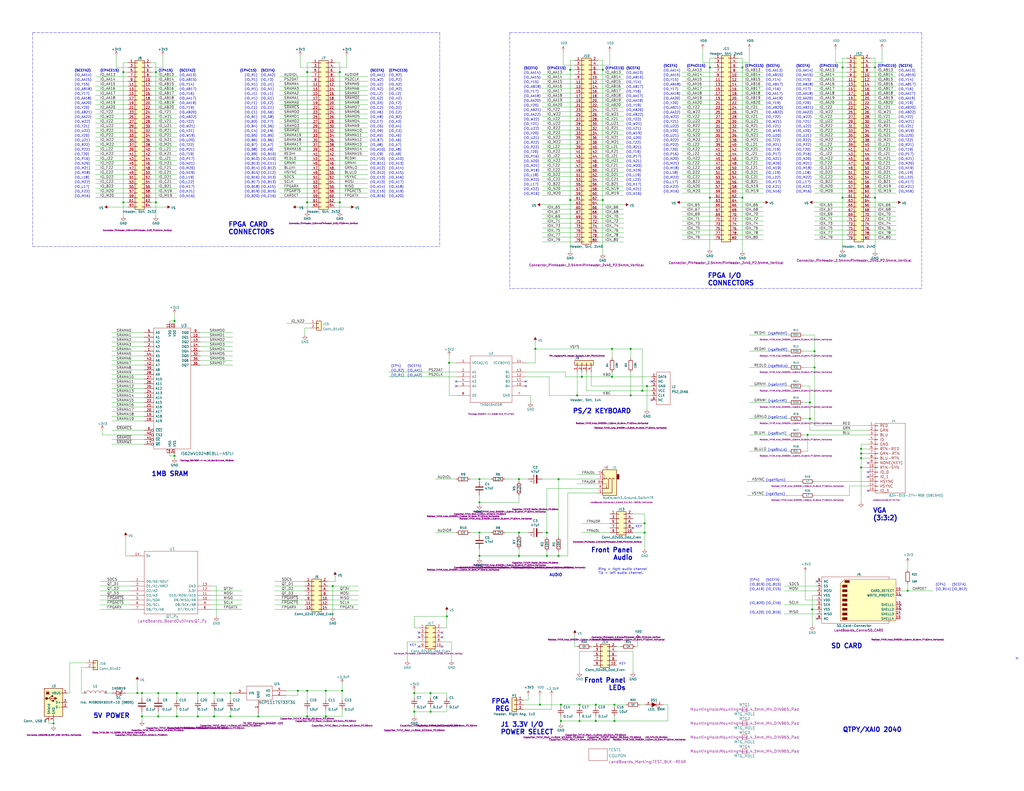
<source format=kicad_sch>
(kicad_sch (version 20211123) (generator eeschema)
  (paper "C")
  (title_block (title "FPGA-ITX-01") (date "2022-08-28") (rev "1") (company "land-boards.com") (comment 1 "FPGA ON ITX CARD"))
  (junction (at 344.17 190.5))
  (junction (at 405.13 107.95))
  (junction (at 495.3 322.58))
  (junction (at 350.52 213.36))
  (junction (at 317.5 205.74))
  (junction (at 292.1 190.5))
  (junction (at 306.07 393.7))
  (junction (at 459.74 36.83))
  (junction (at 116.84 391.16))
  (junction (at 316.23 393.7))
  (junction (at 304.8 303.53))
  (junction (at 86.36 378.46))
  (junction (at 325.12 393.7))
  (junction (at 86.36 391.16))
  (junction (at 67.31 39.37))
  (junction (at 328.93 38.1))
  (junction (at 441.96 219.71))
  (junction (at 177.8 391.16))
  (junction (at 243.84 336.55))
  (junction (at 234.95 378.46))
  (junction (at 226.06 388.62))
  (junction (at 314.96 215.9))
  (junction (at 77.47 378.46))
  (junction (at 283.21 290.83))
  (junction (at 444.5 191.77))
  (junction (at 387.35 107.95))
  (junction (at 245.11 198.12))
  (junction (at 125.73 378.46))
  (junction (at 107.95 391.16))
  (junction (at 226.06 378.46))
  (junction (at 261.62 303.53))
  (junction (at 441.96 228.6))
  (junction (at 469.9 247.65))
  (junction (at 74.93 378.46))
  (junction (at 469.9 255.27))
  (junction (at 167.64 39.37))
  (junction (at 95.25 175.26))
  (junction (at 459.74 107.95))
  (junction (at 316.23 384.81))
  (junction (at 96.52 378.46))
  (junction (at 140.97 391.16))
  (junction (at 77.47 391.16))
  (junction (at 186.69 377.19))
  (junction (at 304.8 261.62))
  (junction (at 185.42 39.37))
  (junction (at 444.5 200.66))
  (junction (at 95.25 248.92))
  (junction (at 335.28 393.7))
  (junction (at 311.15 38.1))
  (junction (at 328.93 109.22))
  (junction (at 351.79 285.75))
  (junction (at 185.42 110.49))
  (junction (at 96.52 391.16))
  (junction (at 107.95 378.46))
  (junction (at 294.64 384.81))
  (junction (at 261.62 290.83))
  (junction (at 177.8 377.19))
  (junction (at 311.15 109.22))
  (junction (at 116.84 378.46))
  (junction (at 405.13 36.83))
  (junction (at 162.56 377.19))
  (junction (at 29.21 394.97))
  (junction (at 334.01 190.5))
  (junction (at 261.62 261.62))
  (junction (at 306.07 384.81))
  (junction (at 334.01 205.74))
  (junction (at 125.73 391.16))
  (junction (at 167.64 391.16))
  (junction (at 298.45 290.83))
  (junction (at 353.06 210.82))
  (junction (at 167.64 377.19))
  (junction (at 85.09 110.49))
  (junction (at 181.61 320.04))
  (junction (at 387.35 36.83))
  (junction (at 477.52 36.83))
  (junction (at 440.69 237.49))
  (junction (at 261.62 274.32))
  (junction (at 335.28 384.81))
  (junction (at 351.79 290.83))
  (junction (at 283.21 303.53))
  (junction (at 167.64 110.49))
  (junction (at 234.95 388.62))
  (junction (at 469.9 245.11))
  (junction (at 325.12 384.81))
  (junction (at 85.09 39.37))
  (junction (at 283.21 261.62))
  (junction (at 477.52 107.95))
  (junction (at 443.23 332.74))
  (junction (at 469.9 250.19))
  (junction (at 298.45 303.53))
  (junction (at 344.17 215.9))
  (junction (at 67.31 110.49))
  (no_connect (at 248.92 208.28))
  (no_connect (at 248.92 210.82))
  (no_connect (at 287.02 210.82))
  (no_connect (at 287.02 208.28))
  (no_connect (at 554.99 359.41))
  (no_connect (at 345.44 288.29))
  (no_connect (at 445.77 317.5))
  (no_connect (at 473.71 267.97))
  (no_connect (at 241.3 353.06))
  (no_connect (at 241.3 347.98))
  (no_connect (at 241.3 345.44))
  (no_connect (at 228.6 353.06))
  (no_connect (at 228.6 345.44))
  (no_connect (at 228.6 347.98))
  (no_connect (at 491.49 325.12))
  (no_connect (at 491.49 330.2))
  (no_connect (at 355.6 218.44))
  (no_connect (at 473.71 260.35))
  (no_connect (at 491.49 332.74))
  (no_connect (at 355.6 208.28))
  (no_connect (at 445.77 337.82))
  (no_connect (at 473.71 252.73))
  (no_connect (at 473.71 257.81))
  (wire (pts (xy 443.23 325.12) (xy 443.23 332.74)))
  (wire (pts (xy 462.28 67.31) (xy 444.5 67.31)))
  (wire (pts (xy 77.47 378.46) (xy 77.47 381)))
  (polyline (pts (xy 278.13 17.78) (xy 278.13 157.48)))
  (wire (pts (xy 156.21 176.53) (xy 168.91 176.53)))
  (wire (pts (xy 200.66 44.45) (xy 182.88 44.45)))
  (wire (pts (xy 243.84 334.01) (xy 243.84 336.55)))
  (wire (pts (xy 107.95 387.35) (xy 107.95 391.16)))
  (wire (pts (xy 389.89 77.47) (xy 372.11 77.47)))
  (wire (pts (xy 316.23 393.7) (xy 325.12 393.7)))
  (wire (pts (xy 92.71 175.26) (xy 95.25 175.26)))
  (wire (pts (xy 459.74 107.95) (xy 459.74 135.89)))
  (wire (pts (xy 322.58 353.06) (xy 323.85 353.06)))
  (wire (pts (xy 170.18 69.85) (xy 152.4 69.85)))
  (wire (pts (xy 52.07 57.15) (xy 69.85 57.15)))
  (wire (pts (xy 298.45 290.83) (xy 298.45 266.7)))
  (wire (pts (xy 179.07 320.04) (xy 181.61 320.04)))
  (wire (pts (xy 402.59 130.81) (xy 416.56 130.81)))
  (wire (pts (xy 200.66 102.87) (xy 182.88 102.87)))
  (wire (pts (xy 96.52 67.31) (xy 82.55 67.31)))
  (wire (pts (xy 181.61 320.04) (xy 195.58 320.04)))
  (wire (pts (xy 469.9 250.19) (xy 469.9 255.27)))
  (wire (pts (xy 441.96 210.82) (xy 438.15 210.82)))
  (wire (pts (xy 444.5 130.81) (xy 462.28 130.81)))
  (wire (pts (xy 473.71 242.57) (xy 469.9 242.57)))
  (wire (pts (xy 416.56 64.77) (xy 402.59 64.77)))
  (wire (pts (xy 77.47 378.46) (xy 86.36 378.46)))
  (wire (pts (xy 170.18 44.45) (xy 152.4 44.45)))
  (wire (pts (xy 389.89 69.85) (xy 372.11 69.85)))
  (wire (pts (xy 462.28 72.39) (xy 444.5 72.39)))
  (wire (pts (xy 340.36 60.96) (xy 326.39 60.96)))
  (wire (pts (xy 444.5 270.51) (xy 463.55 270.51)))
  (wire (pts (xy 127 191.77) (xy 109.22 191.77)))
  (wire (pts (xy 340.36 68.58) (xy 326.39 68.58)))
  (wire (pts (xy 299.72 205.74) (xy 299.72 215.9)))
  (wire (pts (xy 78.74 191.77) (xy 60.96 191.77)))
  (wire (pts (xy 462.28 82.55) (xy 444.5 82.55)))
  (wire (pts (xy 389.89 90.17) (xy 372.11 90.17)))
  (wire (pts (xy 340.36 88.9) (xy 326.39 88.9)))
  (wire (pts (xy 416.56 69.85) (xy 402.59 69.85)))
  (wire (pts (xy 78.74 184.15) (xy 60.96 184.15)))
  (wire (pts (xy 316.23 384.81) (xy 316.23 386.08)))
  (wire (pts (xy 116.84 387.35) (xy 116.84 391.16)))
  (wire (pts (xy 463.55 270.51) (xy 463.55 265.43)))
  (wire (pts (xy 170.18 92.71) (xy 152.4 92.71)))
  (wire (pts (xy 96.52 90.17) (xy 82.55 90.17)))
  (wire (pts (xy 389.89 92.71) (xy 372.11 92.71)))
  (wire (pts (xy 326.39 45.72) (xy 340.36 45.72)))
  (wire (pts (xy 200.66 49.53) (xy 182.88 49.53)))
  (wire (pts (xy 96.52 100.33) (xy 82.55 100.33)))
  (wire (pts (xy 177.8 391.16) (xy 177.8 387.35)))
  (wire (pts (xy 402.59 34.29) (xy 408.94 34.29)))
  (wire (pts (xy 309.88 269.24) (xy 326.39 269.24)))
  (wire (pts (xy 179.07 322.58) (xy 195.58 322.58)))
  (wire (pts (xy 177.8 377.19) (xy 186.69 377.19)))
  (wire (pts (xy 285.75 387.35) (xy 300.99 387.35)))
  (wire (pts (xy 326.39 33.02) (xy 328.93 33.02)))
  (wire (pts (xy 389.89 105.41) (xy 372.11 105.41)))
  (wire (pts (xy 459.74 36.83) (xy 459.74 107.95)))
  (wire (pts (xy 162.56 113.03) (xy 170.18 113.03)))
  (wire (pts (xy 200.66 69.85) (xy 182.88 69.85)))
  (wire (pts (xy 200.66 72.39) (xy 182.88 72.39)))
  (wire (pts (xy 52.07 41.91) (xy 69.85 41.91)))
  (wire (pts (xy 152.4 82.55) (xy 170.18 82.55)))
  (wire (pts (xy 474.98 115.57) (xy 488.95 115.57)))
  (wire (pts (xy 462.28 36.83) (xy 459.74 36.83)))
  (wire (pts (xy 38.1 378.46) (xy 38.1 361.95)))
  (wire (pts (xy 58.42 378.46) (xy 60.96 378.46)))
  (wire (pts (xy 416.56 62.23) (xy 402.59 62.23)))
  (wire (pts (xy 200.66 46.99) (xy 182.88 46.99)))
  (wire (pts (xy 326.39 35.56) (xy 332.74 35.56)))
  (wire (pts (xy 149.86 320.04) (xy 166.37 320.04)))
  (wire (pts (xy 405.13 107.95) (xy 405.13 137.16)))
  (wire (pts (xy 444.5 46.99) (xy 462.28 46.99)))
  (wire (pts (xy 474.98 54.61) (xy 488.95 54.61)))
  (wire (pts (xy 325.12 393.7) (xy 335.28 393.7)))
  (wire (pts (xy 185.42 34.29) (xy 185.42 39.37)))
  (wire (pts (xy 495.3 318.77) (xy 495.3 322.58)))
  (wire (pts (xy 246.38 350.52) (xy 241.3 350.52)))
  (wire (pts (xy 283.21 261.62) (xy 283.21 262.89)))
  (wire (pts (xy 295.91 48.26) (xy 313.69 48.26)))
  (wire (pts (xy 389.89 67.31) (xy 372.11 67.31)))
  (wire (pts (xy 85.09 110.49) (xy 85.09 118.11)))
  (wire (pts (xy 182.88 110.49) (xy 185.42 110.49)))
  (wire (pts (xy 326.39 111.76) (xy 340.36 111.76)))
  (wire (pts (xy 351.79 290.83) (xy 351.79 299.72)))
  (wire (pts (xy 383.54 34.29) (xy 383.54 26.67)))
  (wire (pts (xy 170.18 102.87) (xy 152.4 102.87)))
  (wire (pts (xy 334.01 190.5) (xy 292.1 190.5)))
  (wire (pts (xy 179.07 330.2) (xy 195.58 330.2)))
  (wire (pts (xy 127 199.39) (xy 109.22 199.39)))
  (wire (pts (xy 96.52 74.93) (xy 82.55 74.93)))
  (wire (pts (xy 295.91 116.84) (xy 313.69 116.84)))
  (wire (pts (xy 107.95 378.46) (xy 107.95 382.27)))
  (wire (pts (xy 29.21 394.97) (xy 26.67 394.97)))
  (wire (pts (xy 430.53 210.82) (xy 408.94 210.82)))
  (wire (pts (xy 351.79 285.75) (xy 351.79 290.83)))
  (wire (pts (xy 314.96 259.08) (xy 326.39 259.08)))
  (wire (pts (xy 444.5 232.41) (xy 444.5 200.66)))
  (wire (pts (xy 313.69 101.6) (xy 295.91 101.6)))
  (wire (pts (xy 82.55 49.53) (xy 96.52 49.53)))
  (wire (pts (xy 306.07 393.7) (xy 306.07 394.97)))
  (wire (pts (xy 294.64 384.81) (xy 306.07 384.81)))
  (wire (pts (xy 326.39 50.8) (xy 340.36 50.8)))
  (wire (pts (xy 462.28 107.95) (xy 459.74 107.95)))
  (wire (pts (xy 166.37 179.07) (xy 166.37 182.88)))
  (wire (pts (xy 181.61 320.04) (xy 181.61 336.55)))
  (wire (pts (xy 462.28 105.41) (xy 444.5 105.41)))
  (wire (pts (xy 234.95 378.46) (xy 234.95 381)))
  (wire (pts (xy 82.55 36.83) (xy 88.9 36.83)))
  (wire (pts (xy 340.36 91.44) (xy 326.39 91.44)))
  (wire (pts (xy 78.74 217.17) (xy 60.96 217.17)))
  (wire (pts (xy 313.69 353.06) (xy 314.96 353.06)))
  (wire (pts (xy 212.09 205.74) (xy 248.92 205.74)))
  (wire (pts (xy 200.66 82.55) (xy 182.88 82.55)))
  (wire (pts (xy 69.85 36.83) (xy 63.5 36.83)))
  (wire (pts (xy 488.95 87.63) (xy 474.98 87.63)))
  (wire (pts (xy 177.8 391.16) (xy 186.69 391.16)))
  (wire (pts (xy 226.06 388.62) (xy 226.06 391.16)))
  (wire (pts (xy 488.95 69.85) (xy 474.98 69.85)))
  (wire (pts (xy 177.8 377.19) (xy 177.8 382.27)))
  (wire (pts (xy 309.88 269.24) (xy 309.88 303.53)))
  (wire (pts (xy 69.85 87.63) (xy 52.07 87.63)))
  (wire (pts (xy 473.71 250.19) (xy 469.9 250.19)))
  (wire (pts (xy 372.11 54.61) (xy 389.89 54.61)))
  (wire (pts (xy 441.96 210.82) (xy 441.96 219.71)))
  (wire (pts (xy 200.66 59.69) (xy 182.88 59.69)))
  (wire (pts (xy 445.77 320.04) (xy 427.99 320.04)))
  (wire (pts (xy 430.53 200.66) (xy 408.94 200.66)))
  (wire (pts (xy 82.55 54.61) (xy 96.52 54.61)))
  (wire (pts (xy 82.55 57.15) (xy 96.52 57.15)))
  (wire (pts (xy 335.28 384.81) (xy 341.63 384.81)))
  (wire (pts (xy 402.59 125.73) (xy 416.56 125.73)))
  (wire (pts (xy 328.93 33.02) (xy 328.93 38.1)))
  (wire (pts (xy 364.49 393.7) (xy 364.49 384.81)))
  (wire (pts (xy 292.1 186.69) (xy 292.1 190.5)))
  (wire (pts (xy 325.12 384.81) (xy 325.12 386.08)))
  (wire (pts (xy 54.61 317.5) (xy 71.12 317.5)))
  (wire (pts (xy 474.98 110.49) (xy 488.95 110.49)))
  (wire (pts (xy 389.89 100.33) (xy 372.11 100.33)))
  (wire (pts (xy 416.56 102.87) (xy 402.59 102.87)))
  (wire (pts (xy 149.86 322.58) (xy 166.37 322.58)))
  (wire (pts (xy 389.89 87.63) (xy 372.11 87.63)))
  (wire (pts (xy 170.18 39.37) (xy 167.64 39.37)))
  (wire (pts (xy 96.52 102.87) (xy 82.55 102.87)))
  (wire (pts (xy 115.57 332.74) (xy 132.08 332.74)))
  (wire (pts (xy 125.73 387.35) (xy 125.73 391.16)))
  (wire (pts (xy 116.84 378.46) (xy 116.84 382.27)))
  (wire (pts (xy 222.25 350.52) (xy 228.6 350.52)))
  (wire (pts (xy 372.11 130.81) (xy 389.89 130.81)))
  (wire (pts (xy 261.62 303.53) (xy 283.21 303.53)))
  (wire (pts (xy 226.06 378.46) (xy 234.95 378.46)))
  (wire (pts (xy 77.47 391.16) (xy 77.47 393.7)))
  (wire (pts (xy 283.21 261.62) (xy 288.29 261.62)))
  (wire (pts (xy 170.18 72.39) (xy 152.4 72.39)))
  (wire (pts (xy 226.06 388.62) (xy 234.95 388.62)))
  (wire (pts (xy 340.36 106.68) (xy 326.39 106.68)))
  (wire (pts (xy 405.13 36.83) (xy 405.13 107.95)))
  (wire (pts (xy 288.29 382.27) (xy 288.29 379.73)))
  (wire (pts (xy 69.85 97.79) (xy 52.07 97.79)))
  (wire (pts (xy 488.95 80.01) (xy 474.98 80.01)))
  (wire (pts (xy 298.45 303.53) (xy 304.8 303.53)))
  (wire (pts (xy 372.11 49.53) (xy 389.89 49.53)))
  (wire (pts (xy 261.62 261.62) (xy 267.97 261.62)))
  (wire (pts (xy 320.04 213.36) (xy 320.04 203.2)))
  (wire (pts (xy 340.36 71.12) (xy 326.39 71.12)))
  (wire (pts (xy 283.21 299.72) (xy 283.21 303.53)))
  (wire (pts (xy 441.96 219.71) (xy 438.15 219.71)))
  (wire (pts (xy 78.74 229.87) (xy 60.96 229.87)))
  (wire (pts (xy 345.44 285.75) (xy 351.79 285.75)))
  (wire (pts (xy 444.5 113.03) (xy 462.28 113.03)))
  (wire (pts (xy 474.98 130.81) (xy 488.95 130.81)))
  (wire (pts (xy 82.55 113.03) (xy 90.17 113.03)))
  (wire (pts (xy 88.9 36.83) (xy 88.9 30.48)))
  (wire (pts (xy 308.61 203.2) (xy 308.61 205.74)))
  (wire (pts (xy 313.69 33.02) (xy 311.15 33.02)))
  (wire (pts (xy 389.89 31.75) (xy 387.35 31.75)))
  (wire (pts (xy 182.88 113.03) (xy 190.5 113.03)))
  (wire (pts (xy 340.36 76.2) (xy 326.39 76.2)))
  (wire (pts (xy 416.56 74.93) (xy 402.59 74.93)))
  (wire (pts (xy 261.62 303.53) (xy 261.62 304.8)))
  (wire (pts (xy 96.52 82.55) (xy 82.55 82.55)))
  (wire (pts (xy 96.52 391.16) (xy 96.52 387.35)))
  (wire (pts (xy 416.56 90.17) (xy 402.59 90.17)))
  (wire (pts (xy 313.69 109.22) (xy 311.15 109.22)))
  (wire (pts (xy 307.34 35.56) (xy 307.34 27.94)))
  (wire (pts (xy 95.25 175.26) (xy 95.25 176.53)))
  (wire (pts (xy 455.93 34.29) (xy 455.93 26.67)))
  (wire (pts (xy 444.5 120.65) (xy 462.28 120.65)))
  (wire (pts (xy 462.28 69.85) (xy 444.5 69.85)))
  (wire (pts (xy 170.18 80.01) (xy 152.4 80.01)))
  (wire (pts (xy 295.91 45.72) (xy 313.69 45.72)))
  (wire (pts (xy 316.23 384.81) (xy 325.12 384.81)))
  (wire (pts (xy 96.52 87.63) (xy 82.55 87.63)))
  (wire (pts (xy 95.25 247.65) (xy 95.25 248.92)))
  (wire (pts (xy 78.74 196.85) (xy 60.96 196.85)))
  (wire (pts (xy 416.56 59.69) (xy 402.59 59.69)))
  (wire (pts (xy 200.66 67.31) (xy 182.88 67.31)))
  (wire (pts (xy 295.91 43.18) (xy 313.69 43.18)))
  (wire (pts (xy 96.52 85.09) (xy 82.55 85.09)))
  (wire (pts (xy 416.56 95.25) (xy 402.59 95.25)))
  (wire (pts (xy 440.69 237.49) (xy 438.15 237.49)))
  (wire (pts (xy 326.39 119.38) (xy 340.36 119.38)))
  (wire (pts (xy 69.85 67.31) (xy 52.07 67.31)))
  (wire (pts (xy 474.98 107.95) (xy 477.52 107.95)))
  (wire (pts (xy 459.74 31.75) (xy 459.74 36.83)))
  (wire (pts (xy 488.95 59.69) (xy 474.98 59.69)))
  (wire (pts (xy 402.59 120.65) (xy 416.56 120.65)))
  (wire (pts (xy 477.52 107.95) (xy 477.52 137.16)))
  (wire (pts (xy 474.98 44.45) (xy 488.95 44.45)))
  (wire (pts (xy 326.39 114.3) (xy 340.36 114.3)))
  (wire (pts (xy 182.88 90.17) (xy 200.66 90.17)))
  (wire (pts (xy 182.88 87.63) (xy 200.66 87.63)))
  (wire (pts (xy 182.88 36.83) (xy 189.23 36.83)))
  (wire (pts (xy 407.67 262.89) (xy 436.88 262.89)))
  (wire (pts (xy 222.25 360.68) (xy 222.25 350.52)))
  (wire (pts (xy 59.69 113.03) (xy 69.85 113.03)))
  (wire (pts (xy 170.18 54.61) (xy 152.4 54.61)))
  (wire (pts (xy 389.89 95.25) (xy 372.11 95.25)))
  (wire (pts (xy 69.85 39.37) (xy 67.31 39.37)))
  (wire (pts (xy 444.5 262.89) (xy 473.71 262.89)))
  (wire (pts (xy 488.95 95.25) (xy 474.98 95.25)))
  (wire (pts (xy 167.64 377.19) (xy 177.8 377.19)))
  (wire (pts (xy 63.5 36.83) (xy 63.5 30.48)))
  (wire (pts (xy 167.64 391.16) (xy 167.64 387.35)))
  (wire (pts (xy 152.4 90.17) (xy 170.18 90.17)))
  (wire (pts (xy 226.06 386.08) (xy 226.06 388.62)))
  (wire (pts (xy 334.01 190.5) (xy 334.01 195.58)))
  (wire (pts (xy 125.73 391.16) (xy 140.97 391.16)))
  (wire (pts (xy 67.31 34.29) (xy 67.31 39.37)))
  (wire (pts (xy 78.74 227.33) (xy 60.96 227.33)))
  (wire (pts (xy 402.59 52.07) (xy 416.56 52.07)))
  (wire (pts (xy 82.55 44.45) (xy 96.52 44.45)))
  (wire (pts (xy 82.55 52.07) (xy 96.52 52.07)))
  (wire (pts (xy 295.91 114.3) (xy 313.69 114.3)))
  (wire (pts (xy 54.61 330.2) (xy 71.12 330.2)))
  (wire (pts (xy 340.36 81.28) (xy 326.39 81.28)))
  (wire (pts (xy 444.5 52.07) (xy 462.28 52.07)))
  (wire (pts (xy 96.52 97.79) (xy 82.55 97.79)))
  (wire (pts (xy 82.55 41.91) (xy 96.52 41.91)))
  (wire (pts (xy 355.6 213.36) (xy 350.52 213.36)))
  (wire (pts (xy 416.56 87.63) (xy 402.59 87.63)))
  (wire (pts (xy 69.85 90.17) (xy 52.07 90.17)))
  (wire (pts (xy 96.52 80.01) (xy 82.55 80.01)))
  (wire (pts (xy 488.95 67.31) (xy 474.98 67.31)))
  (wire (pts (xy 68.58 293.37) (xy 68.58 303.53)))
  (wire (pts (xy 473.71 237.49) (xy 440.69 237.49)))
  (wire (pts (xy 469.9 255.27) (xy 469.9 274.32)))
  (wire (pts (xy 347.98 353.06) (xy 346.71 353.06)))
  (wire (pts (xy 335.28 384.81) (xy 335.28 386.08)))
  (wire (pts (xy 372.11 110.49) (xy 389.89 110.49)))
  (wire (pts (xy 168.91 179.07) (xy 166.37 179.07)))
  (wire (pts (xy 314.96 264.16) (xy 326.39 264.16)))
  (wire (pts (xy 335.28 393.7) (xy 364.49 393.7)))
  (wire (pts (xy 69.85 100.33) (xy 52.07 100.33)))
  (wire (pts (xy 344.17 203.2) (xy 344.17 215.9)))
  (wire (pts (xy 326.39 132.08) (xy 340.36 132.08)))
  (wire (pts (xy 326.39 121.92) (xy 340.36 121.92)))
  (wire (pts (xy 52.07 44.45) (xy 69.85 44.45)))
  (wire (pts (xy 78.74 240.03) (xy 60.96 240.03)))
  (wire (pts (xy 78.74 212.09) (xy 60.96 212.09)))
  (wire (pts (xy 389.89 36.83) (xy 387.35 36.83)))
  (wire (pts (xy 326.39 38.1) (xy 328.93 38.1)))
  (wire (pts (xy 462.28 90.17) (xy 444.5 90.17)))
  (wire (pts (xy 295.91 132.08) (xy 313.69 132.08)))
  (wire (pts (xy 462.28 77.47) (xy 444.5 77.47)))
  (wire (pts (xy 226.06 342.9) (xy 226.06 336.55)))
  (wire (pts (xy 300.99 387.35) (xy 300.99 379.73)))
  (wire (pts (xy 322.58 203.2) (xy 322.58 210.82)))
  (wire (pts (xy 313.69 35.56) (xy 307.34 35.56)))
  (wire (pts (xy 389.89 82.55) (xy 372.11 82.55)))
  (wire (pts (xy 387.35 36.83) (xy 387.35 107.95)))
  (wire (pts (xy 306.07 391.16) (xy 306.07 393.7)))
  (wire (pts (xy 462.28 59.69) (xy 444.5 59.69)))
  (wire (pts (xy 200.66 77.47) (xy 182.88 77.47)))
  (wire (pts (xy 200.66 52.07) (xy 182.88 52.07)))
  (wire (pts (xy 462.28 31.75) (xy 459.74 31.75)))
  (wire (pts (xy 313.69 96.52) (xy 295.91 96.52)))
  (wire (pts (xy 372.11 52.07) (xy 389.89 52.07)))
  (wire (pts (xy 179.07 327.66) (xy 195.58 327.66)))
  (wire (pts (xy 127 194.31) (xy 109.22 194.31)))
  (wire (pts (xy 78.74 237.49) (xy 55.88 237.49)))
  (wire (pts (xy 474.98 39.37) (xy 488.95 39.37)))
  (wire (pts (xy 347.98 349.25) (xy 347.98 353.06)))
  (wire (pts (xy 29.21 393.7) (xy 29.21 394.97)))
  (wire (pts (xy 314.96 203.2) (xy 314.96 215.9)))
  (wire (pts (xy 345.44 280.67) (xy 351.79 280.67)))
  (wire (pts (xy 462.28 85.09) (xy 444.5 85.09)))
  (wire (pts (xy 402.59 44.45) (xy 416.56 44.45)))
  (wire (pts (xy 95.25 248.92) (xy 95.25 250.19)))
  (wire (pts (xy 462.28 64.77) (xy 444.5 64.77)))
  (wire (pts (xy 364.49 384.81) (xy 361.95 384.81)))
  (wire (pts (xy 326.39 129.54) (xy 340.36 129.54)))
  (wire (pts (xy 86.36 378.46) (xy 86.36 381)))
  (wire (pts (xy 69.85 34.29) (xy 67.31 34.29)))
  (wire (pts (xy 389.89 85.09) (xy 372.11 85.09)))
  (wire (pts (xy 488.95 62.23) (xy 474.98 62.23)))
  (wire (pts (xy 55.88 237.49) (xy 55.88 234.95)))
  (wire (pts (xy 372.11 125.73) (xy 389.89 125.73)))
  (polyline (pts (xy 17.78 17.78) (xy 240.03 17.78)))
  (wire (pts (xy 96.52 105.41) (xy 82.55 105.41)))
  (wire (pts (xy 261.62 262.89) (xy 261.62 261.62)))
  (wire (pts (xy 313.69 78.74) (xy 295.91 78.74)))
  (wire (pts (xy 372.11 41.91) (xy 389.89 41.91)))
  (wire (pts (xy 313.69 86.36) (xy 295.91 86.36)))
  (wire (pts (xy 74.93 372.11) (xy 74.93 378.46)))
  (wire (pts (xy 389.89 34.29) (xy 383.54 34.29)))
  (wire (pts (xy 462.28 87.63) (xy 444.5 87.63)))
  (wire (pts (xy 78.74 222.25) (xy 60.96 222.25)))
  (wire (pts (xy 78.74 219.71) (xy 60.96 219.71)))
  (wire (pts (xy 314.96 215.9) (xy 344.17 215.9)))
  (wire (pts (xy 67.31 39.37) (xy 67.31 110.49)))
  (wire (pts (xy 430.53 191.77) (xy 408.94 191.77)))
  (wire (pts (xy 200.66 105.41) (xy 182.88 105.41)))
  (polyline (pts (xy 502.92 157.48) (xy 278.13 157.48)))
  (wire (pts (xy 488.95 57.15) (xy 474.98 57.15)))
  (wire (pts (xy 335.28 393.7) (xy 335.28 391.16)))
  (wire (pts (xy 69.85 85.09) (xy 52.07 85.09)))
  (wire (pts (xy 115.57 320.04) (xy 118.11 320.04)))
  (wire (pts (xy 261.62 290.83) (xy 267.97 290.83)))
  (wire (pts (xy 328.93 38.1) (xy 328.93 109.22)))
  (wire (pts (xy 243.84 378.46) (xy 243.84 381)))
  (wire (pts (xy 54.61 322.58) (xy 71.12 322.58)))
  (wire (pts (xy 69.85 80.01) (xy 52.07 80.01)))
  (wire (pts (xy 96.52 77.47) (xy 82.55 77.47)))
  (wire (pts (xy 162.56 377.19) (xy 167.64 377.19)))
  (wire (pts (xy 402.59 36.83) (xy 405.13 36.83)))
  (wire (pts (xy 474.98 31.75) (xy 477.52 31.75)))
  (wire (pts (xy 389.89 107.95) (xy 387.35 107.95)))
  (wire (pts (xy 416.56 105.41) (xy 402.59 105.41)))
  (wire (pts (xy 167.64 377.19) (xy 167.64 382.27)))
  (wire (pts (xy 445.77 325.12) (xy 443.23 325.12)))
  (wire (pts (xy 234.95 378.46) (xy 243.84 378.46)))
  (wire (pts (xy 170.18 41.91) (xy 152.4 41.91)))
  (wire (pts (xy 125.73 378.46) (xy 125.73 382.27)))
  (wire (pts (xy 287.02 203.2) (xy 308.61 203.2)))
  (wire (pts (xy 234.95 388.62) (xy 234.95 386.08)))
  (wire (pts (xy 170.18 107.95) (xy 152.4 107.95)))
  (wire (pts (xy 495.3 322.58) (xy 491.49 322.58)))
  (wire (pts (xy 389.89 74.93) (xy 372.11 74.93)))
  (wire (pts (xy 52.07 49.53) (xy 69.85 49.53)))
  (wire (pts (xy 45.72 378.46) (xy 44.45 378.46)))
  (wire (pts (xy 95.25 175.26) (xy 95.25 171.45)))
  (wire (pts (xy 344.17 215.9) (xy 355.6 215.9)))
  (wire (pts (xy 78.74 209.55) (xy 60.96 209.55)))
  (wire (pts (xy 185.42 39.37) (xy 185.42 110.49)))
  (wire (pts (xy 275.59 290.83) (xy 283.21 290.83)))
  (wire (pts (xy 115.57 325.12) (xy 132.08 325.12)))
  (wire (pts (xy 325.12 393.7) (xy 325.12 391.16)))
  (wire (pts (xy 52.07 46.99) (xy 69.85 46.99)))
  (wire (pts (xy 170.18 52.07) (xy 152.4 52.07)))
  (wire (pts (xy 256.54 261.62) (xy 261.62 261.62)))
  (wire (pts (xy 402.59 39.37) (xy 416.56 39.37)))
  (wire (pts (xy 444.5 191.77) (xy 438.15 191.77)))
  (wire (pts (xy 443.23 332.74) (xy 443.23 341.63)))
  (wire (pts (xy 170.18 46.99) (xy 152.4 46.99)))
  (wire (pts (xy 295.91 290.83) (xy 298.45 290.83)))
  (wire (pts (xy 444.5 128.27) (xy 462.28 128.27)))
  (wire (pts (xy 170.18 36.83) (xy 163.83 36.83)))
  (wire (pts (xy 295.91 55.88) (xy 313.69 55.88)))
  (wire (pts (xy 488.95 85.09) (xy 474.98 85.09)))
  (wire (pts (xy 474.98 34.29) (xy 481.33 34.29)))
  (wire (pts (xy 372.11 120.65) (xy 389.89 120.65)))
  (wire (pts (xy 82.55 34.29) (xy 85.09 34.29)))
  (wire (pts (xy 462.28 95.25) (xy 444.5 95.25)))
  (wire (pts (xy 445.77 332.74) (xy 443.23 332.74)))
  (wire (pts (xy 295.91 261.62) (xy 304.8 261.62)))
  (wire (pts (xy 82.55 46.99) (xy 96.52 46.99)))
  (wire (pts (xy 115.57 330.2) (xy 132.08 330.2)))
  (wire (pts (xy 54.61 327.66) (xy 71.12 327.66)))
  (wire (pts (xy 416.56 80.01) (xy 402.59 80.01)))
  (wire (pts (xy 445.77 327.66) (xy 439.42 327.66)))
  (wire (pts (xy 298.45 300.99) (xy 298.45 303.53)))
  (wire (pts (xy 152.4 85.09) (xy 170.18 85.09)))
  (wire (pts (xy 182.88 92.71) (xy 200.66 92.71)))
  (wire (pts (xy 444.5 44.45) (xy 462.28 44.45)))
  (wire (pts (xy 340.36 63.5) (xy 326.39 63.5)))
  (wire (pts (xy 304.8 261.62) (xy 326.39 261.62)))
  (wire (pts (xy 304.8 303.53) (xy 309.88 303.53)))
  (wire (pts (xy 416.56 77.47) (xy 402.59 77.47)))
  (wire (pts (xy 473.71 245.11) (xy 469.9 245.11)))
  (wire (pts (xy 295.91 53.34) (xy 313.69 53.34)))
  (wire (pts (xy 68.58 303.53) (xy 71.12 303.53)))
  (wire (pts (xy 313.69 346.71) (xy 313.69 353.06)))
  (wire (pts (xy 462.28 74.93) (xy 444.5 74.93)))
  (wire (pts (xy 462.28 57.15) (xy 444.5 57.15)))
  (wire (pts (xy 389.89 64.77) (xy 372.11 64.77)))
  (wire (pts (xy 82.55 110.49) (xy 85.09 110.49)))
  (wire (pts (xy 326.39 43.18) (xy 340.36 43.18)))
  (wire (pts (xy 170.18 105.41) (xy 152.4 105.41)))
  (wire (pts (xy 402.59 41.91) (xy 416.56 41.91)))
  (wire (pts (xy 152.4 87.63) (xy 170.18 87.63)))
  (wire (pts (xy 444.5 182.88) (xy 438.15 182.88)))
  (wire (pts (xy 344.17 190.5) (xy 344.17 195.58)))
  (wire (pts (xy 387.35 31.75) (xy 387.35 36.83)))
  (wire (pts (xy 295.91 121.92) (xy 313.69 121.92)))
  (wire (pts (xy 170.18 57.15) (xy 152.4 57.15)))
  (wire (pts (xy 69.85 102.87) (xy 52.07 102.87)))
  (polyline (pts (xy 17.78 134.62) (xy 240.03 134.62)))
  (wire (pts (xy 340.36 93.98) (xy 326.39 93.98)))
  (wire (pts (xy 86.36 388.62) (xy 86.36 391.16)))
  (wire (pts (xy 226.06 336.55) (xy 243.84 336.55)))
  (wire (pts (xy 92.71 176.53) (xy 92.71 175.26)))
  (wire (pts (xy 86.36 378.46) (xy 96.52 378.46)))
  (wire (pts (xy 261.62 274.32) (xy 261.62 275.59)))
  (wire (pts (xy 69.85 107.95) (xy 52.07 107.95)))
  (wire (pts (xy 313.69 81.28) (xy 295.91 81.28)))
  (wire (pts (xy 149.86 325.12) (xy 166.37 325.12)))
  (wire (pts (xy 326.39 55.88) (xy 340.36 55.88)))
  (wire (pts (xy 149.86 317.5) (xy 166.37 317.5)))
  (wire (pts (xy 156.21 379.73) (xy 162.56 379.73)))
  (wire (pts (xy 170.18 49.53) (xy 152.4 49.53)))
  (wire (pts (xy 295.91 129.54) (xy 313.69 129.54)))
  (wire (pts (xy 326.39 116.84) (xy 340.36 116.84)))
  (wire (pts (xy 200.66 62.23) (xy 182.88 62.23)))
  (wire (pts (xy 292.1 190.5) (xy 292.1 198.12)))
  (wire (pts (xy 313.69 38.1) (xy 311.15 38.1)))
  (wire (pts (xy 182.88 34.29) (xy 185.42 34.29)))
  (wire (pts (xy 96.52 95.25) (xy 82.55 95.25)))
  (wire (pts (xy 372.11 113.03) (xy 389.89 113.03)))
  (wire (pts (xy 408.94 246.38) (xy 430.53 246.38)))
  (wire (pts (xy 67.31 110.49) (xy 67.31 118.11)))
  (wire (pts (xy 140.97 389.89) (xy 140.97 391.16)))
  (wire (pts (xy 292.1 198.12) (xy 287.02 198.12)))
  (wire (pts (xy 438.15 228.6) (xy 441.96 228.6)))
  (wire (pts (xy 162.56 379.73) (xy 162.56 377.19)))
  (wire (pts (xy 474.98 128.27) (xy 488.95 128.27)))
  (wire (pts (xy 350.52 190.5) (xy 350.52 213.36)))
  (wire (pts (xy 283.21 303.53) (xy 298.45 303.53)))
  (wire (pts (xy 92.71 248.92) (xy 92.71 247.65)))
  (wire (pts (xy 149.86 332.74) (xy 166.37 332.74)))
  (wire (pts (xy 372.11 44.45) (xy 389.89 44.45)))
  (wire (pts (xy 313.69 60.96) (xy 295.91 60.96)))
  (wire (pts (xy 295.91 127) (xy 313.69 127)))
  (wire (pts (xy 389.89 62.23) (xy 372.11 62.23)))
  (wire (pts (xy 317.5 285.75) (xy 332.74 285.75)))
  (wire (pts (xy 334.01 203.2) (xy 334.01 205.74)))
  (wire (pts (xy 170.18 67.31) (xy 152.4 67.31)))
  (wire (pts (xy 228.6 342.9) (xy 226.06 342.9)))
  (wire (pts (xy 430.53 219.71) (xy 408.94 219.71)))
  (wire (pts (xy 306.07 384.81) (xy 316.23 384.81)))
  (wire (pts (xy 488.95 72.39) (xy 474.98 72.39)))
  (wire (pts (xy 416.56 92.71) (xy 402.59 92.71)))
  (wire (pts (xy 68.58 378.46) (xy 74.93 378.46)))
  (wire (pts (xy 200.66 54.61) (xy 182.88 54.61)))
  (wire (pts (xy 372.11 39.37) (xy 389.89 39.37)))
  (wire (pts (xy 340.36 73.66) (xy 326.39 73.66)))
  (wire (pts (xy 69.85 74.93) (xy 52.07 74.93)))
  (wire (pts (xy 389.89 80.01) (xy 372.11 80.01)))
  (wire (pts (xy 340.36 58.42) (xy 326.39 58.42)))
  (wire (pts (xy 444.5 125.73) (xy 462.28 125.73)))
  (wire (pts (xy 96.52 72.39) (xy 82.55 72.39)))
  (wire (pts (xy 444.5 39.37) (xy 462.28 39.37)))
  (wire (pts (xy 441.96 228.6) (xy 441.96 219.71)))
  (wire (pts (xy 462.28 97.79) (xy 444.5 97.79)))
  (wire (pts (xy 69.85 95.25) (xy 52.07 95.25)))
  (wire (pts (xy 438.15 246.38) (xy 440.69 246.38)))
  (wire (pts (xy 462.28 92.71) (xy 444.5 92.71)))
  (wire (pts (xy 167.64 39.37) (xy 167.64 110.49)))
  (wire (pts (xy 289.56 215.9) (xy 289.56 219.71)))
  (wire (pts (xy 313.69 71.12) (xy 295.91 71.12)))
  (wire (pts (xy 78.74 186.69) (xy 60.96 186.69)))
  (wire (pts (xy 52.07 52.07) (xy 69.85 52.07)))
  (wire (pts (xy 69.85 105.41) (xy 52.07 105.41)))
  (wire (pts (xy 340.36 86.36) (xy 326.39 86.36)))
  (wire (pts (xy 469.9 245.11) (xy 469.9 247.65)))
  (polyline (pts (xy 278.13 17.78) (xy 502.92 17.78)))
  (wire (pts (xy 416.56 100.33) (xy 402.59 100.33)))
  (wire (pts (xy 389.89 97.79) (xy 372.11 97.79)))
  (wire (pts (xy 351.79 280.67) (xy 351.79 285.75)))
  (wire (pts (xy 186.69 391.16) (xy 186.69 387.35)))
  (wire (pts (xy 78.74 199.39) (xy 60.96 199.39)))
  (polyline (pts (xy 502.92 17.78) (xy 502.92 157.48)))
  (wire (pts (xy 149.86 330.2) (xy 166.37 330.2)))
  (wire (pts (xy 212.09 203.2) (xy 248.92 203.2)))
  (wire (pts (xy 328.93 109.22) (xy 328.93 138.43)))
  (wire (pts (xy 416.56 85.09) (xy 402.59 85.09)))
  (wire (pts (xy 345.44 290.83) (xy 351.79 290.83)))
  (wire (pts (xy 488.95 90.17) (xy 474.98 90.17)))
  (wire (pts (xy 325.12 384.81) (xy 335.28 384.81)))
  (wire (pts (xy 116.84 378.46) (xy 107.95 378.46)))
  (wire (pts (xy 474.98 52.07) (xy 488.95 52.07)))
  (wire (pts (xy 44.45 364.49) (xy 46.99 364.49)))
  (wire (pts (xy 311.15 38.1) (xy 311.15 109.22)))
  (wire (pts (xy 96.52 391.16) (xy 86.36 391.16)))
  (wire (pts (xy 295.91 124.46) (xy 313.69 124.46)))
  (wire (pts (xy 36.83 378.46) (xy 38.1 378.46)))
  (wire (pts (xy 469.9 242.57) (xy 469.9 245.11)))
  (wire (pts (xy 182.88 39.37) (xy 185.42 39.37)))
  (wire (pts (xy 149.86 327.66) (xy 166.37 327.66)))
  (wire (pts (xy 243.84 336.55) (xy 243.84 342.9)))
  (wire (pts (xy 340.36 99.06) (xy 326.39 99.06)))
  (wire (pts (xy 469.9 247.65) (xy 469.9 250.19)))
  (wire (pts (xy 116.84 391.16) (xy 107.95 391.16)))
  (wire (pts (xy 473.71 255.27) (xy 469.9 255.27)))
  (wire (pts (xy 170.18 59.69) (xy 152.4 59.69)))
  (wire (pts (xy 462.28 62.23) (xy 444.5 62.23)))
  (wire (pts (xy 326.39 48.26) (xy 340.36 48.26)))
  (wire (pts (xy 488.95 82.55) (xy 474.98 82.55)))
  (wire (pts (xy 167.64 110.49) (xy 167.64 115.57)))
  (wire (pts (xy 170.18 62.23) (xy 152.4 62.23)))
  (wire (pts (xy 323.85 355.6) (xy 316.23 355.6)))
  (wire (pts (xy 245.11 198.12) (xy 248.92 198.12)))
  (wire (pts (xy 69.85 92.71) (xy 52.07 92.71)))
  (wire (pts (xy 170.18 110.49) (xy 167.64 110.49)))
  (wire (pts (xy 349.25 384.81) (xy 351.79 384.81)))
  (wire (pts (xy 234.95 388.62) (xy 243.84 388.62)))
  (wire (pts (xy 78.74 242.57) (xy 60.96 242.57)))
  (wire (pts (xy 407.67 270.51) (xy 436.88 270.51)))
  (wire (pts (xy 444.5 118.11) (xy 462.28 118.11)))
  (wire (pts (xy 74.93 378.46) (xy 77.47 378.46)))
  (wire (pts (xy 54.61 320.04) (xy 71.12 320.04)))
  (wire (pts (xy 248.92 215.9) (xy 245.11 215.9)))
  (wire (pts (xy 438.15 200.66) (xy 444.5 200.66)))
  (wire (pts (xy 127 196.85) (xy 109.22 196.85)))
  (wire (pts (xy 287.02 205.74) (xy 299.72 205.74)))
  (wire (pts (xy 298.45 290.83) (xy 298.45 293.37)))
  (wire (pts (xy 340.36 83.82) (xy 326.39 83.82)))
  (wire (pts (xy 69.85 110.49) (xy 67.31 110.49)))
  (wire (pts (xy 408.94 34.29) (xy 408.94 26.67)))
  (wire (pts (xy 474.98 113.03) (xy 488.95 113.03)))
  (wire (pts (xy 170.18 95.25) (xy 152.4 95.25)))
  (wire (pts (xy 474.98 123.19) (xy 488.95 123.19)))
  (wire (pts (xy 402.59 54.61) (xy 416.56 54.61)))
  (wire (pts (xy 313.69 99.06) (xy 295.91 99.06)))
  (wire (pts (xy 444.5 182.88) (xy 444.5 191.77)))
  (wire (pts (xy 444.5 200.66) (xy 444.5 191.77)))
  (wire (pts (xy 462.28 80.01) (xy 444.5 80.01)))
  (wire (pts (xy 26.67 394.97) (xy 26.67 393.7)))
  (wire (pts (xy 78.74 204.47) (xy 60.96 204.47)))
  (wire (pts (xy 226.06 378.46) (xy 226.06 381)))
  (wire (pts (xy 430.53 182.88) (xy 408.94 182.88)))
  (wire (pts (xy 69.85 69.85) (xy 52.07 69.85)))
  (wire (pts (xy 488.95 102.87) (xy 474.98 102.87)))
  (wire (pts (xy 353.06 210.82) (xy 353.06 223.52)))
  (wire (pts (xy 416.56 67.31) (xy 402.59 67.31)))
  (wire (pts (xy 326.39 109.22) (xy 328.93 109.22)))
  (wire (pts (xy 306.07 384.81) (xy 306.07 386.08)))
  (wire (pts (xy 355.6 210.82) (xy 353.06 210.82)))
  (wire (pts (xy 185.42 110.49) (xy 185.42 115.57)))
  (wire (pts (xy 313.69 106.68) (xy 295.91 106.68)))
  (wire (pts (xy 96.52 62.23) (xy 82.55 62.23)))
  (wire (pts (xy 54.61 325.12) (xy 71.12 325.12)))
  (wire (pts (xy 69.85 82.55) (xy 52.07 82.55)))
  (wire (pts (xy 313.69 83.82) (xy 295.91 83.82)))
  (wire (pts (xy 473.71 232.41) (xy 444.5 232.41)))
  (wire (pts (xy 295.91 40.64) (xy 313.69 40.64)))
  (wire (pts (xy 326.39 40.64) (xy 340.36 40.64)))
  (wire (pts (xy 179.07 325.12) (xy 195.58 325.12)))
  (wire (pts (xy 389.89 102.87) (xy 372.11 102.87)))
  (wire (pts (xy 127 181.61) (xy 109.22 181.61)))
  (wire (pts (xy 261.62 274.32) (xy 283.21 274.32)))
  (wire (pts (xy 78.74 201.93) (xy 60.96 201.93)))
  (wire (pts (xy 462.28 100.33) (xy 444.5 100.33)))
  (wire (pts (xy 237.49 261.62) (xy 248.92 261.62)))
  (wire (pts (xy 304.8 261.62) (xy 304.8 293.37)))
  (wire (pts (xy 402.59 107.95) (xy 405.13 107.95)))
  (wire (pts (xy 340.36 101.6) (xy 326.39 101.6)))
  (wire (pts (xy 298.45 266.7) (xy 326.39 266.7)))
  (wire (pts (xy 261.62 299.72) (xy 261.62 303.53)))
  (wire (pts (xy 170.18 97.79) (xy 152.4 97.79)))
  (wire (pts (xy 200.66 107.95) (xy 182.88 107.95)))
  (wire (pts (xy 256.54 290.83) (xy 261.62 290.83)))
  (wire (pts (xy 402.59 49.53) (xy 416.56 49.53)))
  (wire (pts (xy 387.35 107.95) (xy 387.35 135.89)))
  (wire (pts (xy 332.74 35.56) (xy 332.74 27.94)))
  (wire (pts (xy 402.59 118.11) (xy 416.56 118.11)))
  (wire (pts (xy 313.69 91.44) (xy 295.91 91.44)))
  (wire (pts (xy 440.69 246.38) (xy 440.69 237.49)))
  (wire (pts (xy 389.89 72.39) (xy 372.11 72.39)))
  (wire (pts (xy 474.98 49.53) (xy 488.95 49.53)))
  (wire (pts (xy 115.57 327.66) (xy 132.08 327.66)))
  (wire (pts (xy 127 186.69) (xy 109.22 186.69)))
  (wire (pts (xy 477.52 36.83) (xy 477.52 107.95)))
  (wire (pts (xy 402.59 110.49) (xy 416.56 110.49)))
  (wire (pts (xy 140.97 391.16) (xy 167.64 391.16)))
  (wire (pts (xy 275.59 261.62) (xy 283.21 261.62)))
  (wire (pts (xy 416.56 97.79) (xy 402.59 97.79)))
  (wire (pts (xy 488.95 105.41) (xy 474.98 105.41)))
  (wire (pts (xy 304.8 300.99) (xy 304.8 303.53)))
  (wire (pts (xy 200.66 57.15) (xy 182.88 57.15)))
  (wire (pts (xy 295.91 119.38) (xy 313.69 119.38)))
  (wire (pts (xy 78.74 214.63) (xy 60.96 214.63)))
  (wire (pts (xy 326.39 53.34) (xy 340.36 53.34)))
  (wire (pts (xy 430.53 228.6) (xy 408.94 228.6)))
  (wire (pts (xy 54.61 332.74) (xy 71.12 332.74)))
  (wire (pts (xy 372.11 115.57) (xy 389.89 115.57)))
  (wire (pts (xy 306.07 393.7) (xy 316.23 393.7)))
  (wire (pts (xy 200.66 95.25) (xy 182.88 95.25)))
  (wire (pts (xy 313.69 76.2) (xy 295.91 76.2)))
  (wire (pts (xy 313.69 68.58) (xy 295.91 68.58)))
  (wire (pts (xy 474.98 120.65) (xy 488.95 120.65)))
  (wire (pts (xy 85.09 34.29) (xy 85.09 39.37)))
  (wire (pts (xy 285.75 382.27) (xy 288.29 382.27)))
  (wire (pts (xy 313.69 58.42) (xy 295.91 58.42)))
  (wire (pts (xy 167.64 34.29) (xy 167.64 39.37)))
  (wire (pts (xy 245.11 198.12) (xy 245.11 215.9)))
  (wire (pts (xy 345.44 355.6) (xy 345.44 367.03)))
  (wire (pts (xy 78.74 181.61) (xy 60.96 181.61)))
  (wire (pts (xy 416.56 82.55) (xy 402.59 82.55)))
  (wire (pts (xy 243.84 388.62) (xy 243.84 386.08)))
  (wire (pts (xy 115.57 322.58) (xy 132.08 322.58)))
  (wire (pts (xy 69.85 64.77) (xy 52.07 64.77)))
  (wire (pts (xy 441.96 234.95) (xy 441.96 228.6)))
  (wire (pts (xy 107.95 391.16) (xy 96.52 391.16)))
  (wire (pts (xy 78.74 224.79) (xy 60.96 224.79)))
  (wire (pts (xy 332.74 290.83) (xy 317.5 290.83)))
  (wire (pts (xy 336.55 355.6) (xy 345.44 355.6)))
  (wire (pts (xy 372.11 46.99) (xy 389.89 46.99)))
  (wire (pts (xy 474.98 36.83) (xy 477.52 36.83)))
  (wire (pts (xy 237.49 290.83) (xy 248.92 290.83)))
  (wire (pts (xy 473.71 247.65) (xy 469.9 247.65)))
  (wire (pts (xy 69.85 77.47) (xy 52.07 77.47)))
  (wire (pts (xy 125.73 391.16) (xy 116.84 391.16)))
  (wire (pts (xy 313.69 63.5) (xy 295.91 63.5)))
  (wire (pts (xy 473.71 234.95) (xy 441.96 234.95)))
  (wire (pts (xy 308.61 205.74) (xy 317.5 205.74)))
  (wire (pts (xy 287.02 215.9) (xy 289.56 215.9)))
  (wire (pts (xy 316.23 355.6) (xy 316.23 367.03)))
  (wire (pts (xy 350.52 213.36) (xy 320.04 213.36)))
  (wire (pts (xy 477.52 31.75) (xy 477.52 36.83)))
  (wire (pts (xy 86.36 391.16) (xy 77.47 391.16)))
  (wire (pts (xy 488.95 77.47) (xy 474.98 77.47)))
  (wire (pts (xy 372.11 128.27) (xy 389.89 128.27)))
  (wire (pts (xy 96.52 64.77) (xy 82.55 64.77)))
  (wire (pts (xy 78.74 189.23) (xy 60.96 189.23)))
  (wire (pts (xy 285.75 384.81) (xy 294.64 384.81)))
  (wire (pts (xy 316.23 391.16) (xy 316.23 393.7)))
  (wire (pts (xy 200.66 80.01) (xy 182.88 80.01)))
  (wire (pts (xy 226.06 377.19) (xy 226.06 378.46)))
  (wire (pts (xy 283.21 290.83) (xy 288.29 290.83)))
  (wire (pts (xy 96.52 378.46) (xy 96.52 382.27)))
  (wire (pts (xy 509.27 322.58) (xy 495.3 322.58)))
  (wire (pts (xy 488.95 100.33) (xy 474.98 100.33)))
  (wire (pts (xy 299.72 215.9) (xy 314.96 215.9)))
  (wire (pts (xy 96.52 69.85) (xy 82.55 69.85)))
  (wire (pts (xy 200.66 64.77) (xy 182.88 64.77)))
  (wire (pts (xy 186.69 373.38) (xy 186.69 377.19)))
  (wire (pts (xy 96.52 59.69) (xy 82.55 59.69)))
  (wire (pts (xy 243.84 342.9) (xy 241.3 342.9)))
  (wire (pts (xy 488.95 92.71) (xy 474.98 92.71)))
  (wire (pts (xy 107.95 378.46) (xy 96.52 378.46)))
  (wire (pts (xy 78.74 207.01) (xy 60.96 207.01)))
  (wire (pts (xy 200.66 41.91) (xy 182.88 41.91)))
  (wire (pts (xy 495.3 311.15) (xy 495.3 307.34)))
  (wire (pts (xy 322.58 210.82) (xy 353.06 210.82)))
  (wire (pts (xy 313.69 73.66) (xy 295.91 73.66)))
  (wire (pts (xy 474.98 46.99) (xy 488.95 46.99)))
  (wire (pts (xy 261.62 270.51) (xy 261.62 274.32)))
  (wire (pts (xy 163.83 36.83) (xy 163.83 30.48)))
  (wire (pts (xy 372.11 123.19) (xy 389.89 123.19)))
  (wire (pts (xy 444.5 41.91) (xy 462.28 41.91)))
  (wire (pts (xy 125.73 378.46) (xy 116.84 378.46)))
  (wire (pts (xy 156.21 377.19) (xy 162.56 377.19)))
  (wire (pts (xy 445.77 335.28) (xy 427.99 335.28)))
  (wire (pts (xy 283.21 270.51) (xy 283.21 274.32)))
  (wire (pts (xy 444.5 115.57) (xy 462.28 115.57)))
  (wire (pts (xy 462.28 102.87) (xy 444.5 102.87)))
  (wire (pts (xy 474.98 118.11) (xy 488.95 118.11)))
  (wire (pts (xy 326.39 124.46) (xy 340.36 124.46)))
  (wire (pts (xy 261.62 292.1) (xy 261.62 290.83)))
  (wire (pts (xy 170.18 74.93) (xy 152.4 74.93)))
  (wire (pts (xy 127 378.46) (xy 125.73 378.46)))
  (wire (pts (xy 336.55 353.06) (xy 339.09 353.06)))
  (wire (pts (xy 402.59 46.99) (xy 416.56 46.99)))
  (wire (pts (xy 78.74 194.31) (xy 60.96 194.31)))
  (wire (pts (xy 444.5 123.19) (xy 462.28 123.19)))
  (wire (pts (xy 416.56 57.15) (xy 402.59 57.15)))
  (wire (pts (xy 344.17 190.5) (xy 350.52 190.5)))
  (wire (pts (xy 389.89 57.15) (xy 372.11 57.15)))
  (wire (pts (xy 283.21 290.83) (xy 283.21 292.1)))
  (wire (pts (xy 245.11 194.31) (xy 245.11 198.12)))
  (wire (pts (xy 481.33 34.29) (xy 481.33 26.67)))
  (wire (pts (xy 246.38 360.68) (xy 246.38 350.52)))
  (wire (pts (xy 317.5 203.2) (xy 317.5 205.74)))
  (wire (pts (xy 96.52 92.71) (xy 82.55 92.71)))
  (wire (pts (xy 182.88 85.09) (xy 200.66 85.09)))
  (wire (pts (xy 444.5 49.53) (xy 462.28 49.53)))
  (wire (pts (xy 444.5 54.61) (xy 462.28 54.61)))
  (wire (pts (xy 488.95 64.77) (xy 474.98 64.77)))
  (wire (pts (xy 200.66 97.79) (xy 182.88 97.79)))
  (wire (pts (xy 127 189.23) (xy 109.22 189.23)))
  (wire (pts (xy 200.66 74.93) (xy 182.88 74.93)))
  (wire (pts (xy 313.69 93.98) (xy 295.91 93.98)))
  (wire (pts (xy 416.56 72.39) (xy 402.59 72.39)))
  (wire (pts (xy 389.89 59.69) (xy 372.11 59.69)))
  (wire (pts (xy 167.64 391.16) (xy 177.8 391.16)))
  (wire (pts (xy 326.39 127) (xy 340.36 127)))
  (wire (pts (xy 402.59 113.03) (xy 416.56 113.03)))
  (wire (pts (xy 85.09 39.37) (xy 85.09 110.49)))
  (wire (pts (xy 463.55 265.43) (xy 473.71 265.43)))
  (wire (pts (xy 69.85 62.23) (xy 52.07 62.23)))
  (polyline (pts (xy 240.03 17.78) (xy 240.03 134.62)))
  (wire (pts (xy 439.42 327.66) (xy 439.42 312.42)))
  (wire (pts (xy 52.07 54.61) (xy 69.85 54.61)))
  (wire (pts (xy 82.55 39.37) (xy 85.09 39.37)))
  (wire (pts (xy 78.74 234.95) (xy 60.96 234.95)))
  (wire (pts (xy 29.21 394.97) (xy 29.21 396.24)))
  (wire (pts (xy 474.98 41.91) (xy 488.95 41.91)))
  (wire (pts (xy 96.52 107.95) (xy 82.55 107.95)))
  (wire (pts (xy 402.59 128.27) (xy 416.56 128.27)))
  (polyline (pts (xy 17.78 17.78) (xy 17.78 134.62)))
  (wire (pts (xy 372.11 118.11) (xy 389.89 118.11)))
  (wire (pts (xy 430.53 237.49) (xy 408.94 237.49)))
  (wire (pts (xy 445.77 330.2) (xy 427.99 330.2)))
  (wire (pts (xy 340.36 96.52) (xy 326.39 96.52)))
  (wire (pts (xy 95.25 248.92) (xy 92.71 248.92)))
  (wire (pts (xy 118.11 320.04) (xy 118.11 336.55)))
  (wire (pts (xy 170.18 64.77) (xy 152.4 64.77)))
  (wire (pts (xy 77.47 391.16) (xy 77.47 388.62)))
  (wire (pts (xy 182.88 317.5) (xy 179.07 317.5)))
  (wire (pts (xy 69.85 59.69) (xy 52.07 59.69)))
  (wire (pts (xy 340.36 78.74) (xy 326.39 78.74)))
  (wire (pts (xy 334.01 205.74) (xy 355.6 205.74)))
  (wire (pts (xy 445.77 322.58) (xy 427.99 322.58)))
  (wire (pts (xy 311.15 33.02) (xy 311.15 38.1)))
  (wire (pts (xy 170.18 34.29) (xy 167.64 34.29)))
  (wire (pts (xy 340.36 104.14) (xy 326.39 104.14)))
  (wire (pts (xy 170.18 100.33) (xy 152.4 100.33)))
  (wire (pts (xy 295.91 111.76) (xy 313.69 111.76)))
  (wire (pts (xy 44.45 378.46) (xy 44.45 364.49)))
  (wire (pts (xy 200.66 100.33) (xy 182.88 100.33)))
  (wire (pts (xy 402.59 31.75) (xy 405.13 31.75)))
  (wire (pts (xy 69.85 72.39) (xy 52.07 72.39)))
  (wire (pts (xy 405.13 31.75) (xy 405.13 36.83)))
  (wire (pts (xy 462.28 34.29) (xy 455.93 34.29)))
  (wire (pts (xy 182.88 314.96) (xy 182.88 317.5)))
  (wire (pts (xy 402.59 115.57) (xy 416.56 115.57)))
  (wire (pts (xy 340.36 66.04) (xy 326.39 66.04)))
  (wire (pts (xy 334.01 190.5) (xy 344.17 190.5)))
  (wire (pts (xy 38.1 361.95) (xy 46.99 361.95)))
  (wire (pts (xy 488.95 74.93) (xy 474.98 74.93)))
  (wire (pts (xy 127 184.15) (xy 109.22 184.15)))
  (wire (pts (xy 170.18 77.47) (xy 152.4 77.47)))
  (wire (pts (xy 294.64 379.73) (xy 294.64 384.81)))
  (wire (pts (xy 444.5 110.49) (xy 462.28 110.49)))
  (wire (pts (xy 313.69 104.14) (xy 295.91 104.14)))
  (wire (pts (xy 313.69 66.04) (xy 295.91 66.04)))
  (wire (pts (xy 402.59 123.19) (xy 416.56 123.19)))
  (wire (pts (xy 311.15 109.22) (xy 311.15 137.16)))
  (wire (pts (xy 295.91 50.8) (xy 313.69 50.8)))
  (wire (pts (xy 317.5 205.74) (xy 334.01 205.74)))
  (wire (pts (xy 179.07 332.74) (xy 195.58 332.74)))
  (wire (pts (xy 313.69 88.9) (xy 295.91 88.9)))
  (wire (pts (xy 189.23 36.83) (xy 189.23 30.48)))
  (wire (pts (xy 488.95 97.79) (xy 474.98 97.79)))
  (wire (pts (xy 186.69 377.19) (xy 186.69 382.27)))
  (wire (pts (xy 474.98 125.73) (xy 488.95 125.73)))
  (text "(IO_B5)" (at 142.24 74.93 0) (effects (font (size 1.27 1.27)) (justify left bottom)))
  (text "(IO_B18)" (at 133.35 102.87 0) (effects (font (size 1.27 1.27)) (justify left bottom)))
  (text "(IO_AA20)" (at 285.75 55.88 0) (effects (font (size 1.27 1.27)) (justify left bottom)))
  (text "(IO_B10)" (at 142.24 85.09 0) (effects (font (size 1.27 1.27)) (justify left bottom)))
  (text "(IO_K22)" (at 361.95 102.87 0) (effects (font (size 1.27 1.27)) (justify left bottom)))
  (text "(EP4)" (at 408.94 317.5 0) (effects (font (size 1.27 1.27)) (justify left bottom)))
  (text "(IO_Y19)" (at 417.83 57.15 0) (effects (font (size 1.27 1.27)) (justify left bottom)))
  (text "(IO_J1)" (at 133.35 52.07 0) (effects (font (size 1.27 1.27)) (justify left bottom)))
  (text "(IO_R2)" (at 212.09 41.91 0) (effects (font (size 1.27 1.27)) (justify left bottom)))
  (text "(IO_M18)" (at 40.64 95.25 0) (effects (font (size 1.27 1.27)) (justify left bottom)))
  (text "(IO_B17)" (at 133.35 100.33 0) (effects (font (size 1.27 1.27)) (justify left bottom)))
  (text "(IO_K21)" (at 490.22 102.87 0) (effects (font (size 1.27 1.27)) (justify left bottom)))
  (text "(IO_C2)" (at 201.93 59.69 0) (effects (font (size 1.27 1.27)) (justify left bottom)))
  (text "(IO_AA2)" (at 142.24 41.91 0) (effects (font (size 1.27 1.27)) (justify left bottom)))
  (text "(IO_A13)" (at 201.93 100.33 0) (effects (font (size 1.27 1.27)) (justify left bottom)))
  (text "(5CEFA)" (at 490.22 36.83 0) (effects (font (size 1.27 1.27) (thickness 0.254) bold) (justify left bottom)))
  (text "1MB SRAM" (at 82.55 260.35 0) (effects (font (size 2.54 2.54) (thickness 0.508) bold) (justify left bottom)))
  (text "(IO_AA1)" (at 201.93 41.91 0) (effects (font (size 1.27 1.27)) (justify left bottom)))
  (text "(IO_T22)" (at 341.63 78.74 0) (effects (font (size 1.27 1.27)) (justify left bottom)))
  (text "(vgaVSync)" (at 417.83 270.51 0) (effects (font (size 1.27 1.27)) (justify left bottom)))
  (text "(IO_A5)" (at 201.93 74.93 0) (effects (font (size 1.27 1.27)) (justify left bottom)))
  (text "(IO_Y15)" (at 285.75 45.72 0) (effects (font (size 1.27 1.27)) (justify left bottom)))
  (text "(IO_N20)" (at 40.64 90.17 0) (effects (font (size 1.27 1.27)) (justify left bottom)))
  (text "(IO_N21)" (at 97.79 90.17 0) (effects (font (size 1.27 1.27)) (justify left bottom)))
  (text "(vgaRedLo)" (at 419.1 200.66 0) (effects (font (size 1.27 1.27)) (justify left bottom)))
  (text "(IO_N1)" (at 133.35 46.99 0) (effects (font (size 1.27 1.27)) (justify left bottom)))
  (text "(IO_L18)" (at 361.95 95.25 0) (effects (font (size 1.27 1.27)) (justify left bottom)))
  (text "(IO_L17)" (at 361.95 100.33 0) (effects (font (size 1.27 1.27)) (justify left bottom)))
  (text "(vgaBluLo)" (at 419.1 246.38 0) (effects (font (size 1.27 1.27)) (justify left bottom)))
  (text "(IO_AA17)" (at 417.83 52.07 0) (effects (font (size 1.27 1.27)) (justify left bottom)))
  (text "(IO_N19)" (at 417.83 92.71 0) (effects (font (size 1.27 1.27)) (justify left bottom)))
  (text "Ring = right audio channel\nTip = left audio channel." (at 326.39 313.69 0) (effects (font (size 1.27 1.27)) (justify left bottom)))
  (text "(EP4CE15)" (at 298.45 38.1 0) (effects (font (size 1.27 1.27) (thickness 0.254) bold) (justify left bottom)))
  (text "(IO_H8)" (at 201.93 64.77 0) (effects (font (size 1.27 1.27)) (justify left bottom)))
  (text "(vgaHSync)" (at 417.83 262.89 0) (effects (font (size 1.27 1.27)) (justify left bottom)))
  (text "(IO_AA13)" (at 341.63 40.64 0) (effects (font (size 1.27 1.27)) (justify left bottom)))
  (text "Front Panel\nAudio" (at 345.44 306.07 180) (effects (font (size 2.54 2.54) (thickness 0.508) bold) (justify right bottom)))
  (text "(IO_P17)" (at 417.83 85.09 0) (effects (font (size 1.27 1.27)) (justify left bottom)))
  (text "(5CEFA)" (at 434.34 36.83 0) (effects (font (size 1.27 1.27) (thickness 0.254) bold) (justify left bottom)))
  (text "(IO_W22)" (at 40.64 67.31 0) (effects (font (size 1.27 1.27)) (justify left bottom)))
  (text "(IO_C15)" (at 417.83 322.58 0) (effects (font (size 1.27 1.27)) (justify left bottom)))
  (text "(IO_B7)" (at 201.93 77.47 0) (effects (font (size 1.27 1.27)) (justify left bottom)))
  (text "(EP4CE15)" (at 54.61 39.37 0) (effects (font (size 1.27 1.27) (thickness 0.254) bold) (justify left bottom)))
  (text "(5CEFA2)" (at 40.64 39.37 0) (effects (font (size 1.27 1.27) (thickness 0.254) bold) (justify left bottom)))
  (text "(IO_AA20)" (at 361.95 54.61 0) (effects (font (size 1.27 1.27)) (justify left bottom)))
  (text "5V POWER" (at 50.8 392.43 0) (effects (font (size 2.54 2.54) (thickness 0.508) bold) (justify left bottom)))
  (text "(IO_A14)" (at 212.09 92.71 0) (effects (font (size 1.27 1.27)) (justify left bottom)))
  (text "(IO_Y15)" (at 434.34 44.45 0) (effects (font (size 1.27 1.27)) (justify left bottom)))
  (text "(IO_B6)" (at 133.35 77.47 0) (effects (font (size 1.27 1.27)) (justify left bottom)))
  (text "(IO_T22)" (at 417.83 77.47 0) (effects (font (size 1.27 1.27)) (justify left bottom)))
  (text "(IO_A3)" (at 212.09 67.31 0) (effects (font (size 1.27 1.27)) (justify left bottom)))
  (text "(IO_L17)" (at 285.75 101.6 0) (effects (font (size 1.27 1.27)) (justify left bottom)))
  (text "(IO_N2)" (at 201.93 49.53 0) (effects (font (size 1.27 1.27)) (justify left bottom)))
  (text "(IO_E9)" (at 142.24 72.39 0) (effects (font (size 1.27 1.27)) (justify left bottom)))
  (text "(IO_P2)" (at 212.09 44.45 0) (effects (font (size 1.27 1.27)) (justify left bottom)))
  (text "(IO_Y17)" (at 40.64 52.07 0) (effects (font (size 1.27 1.27)) (justify left bottom)))
  (text "(vgaGrnHi)" (at 419.1 210.82 0) (effects (font (size 1.27 1.27)) (justify left bottom)))
  (text "(IO_R22)" (at 361.95 77.47 0) (effects (font (size 1.27 1.27)) (justify left bottom)))
  (text "(IO_AA22)" (at 285.75 63.5 0) (effects (font (size 1.27 1.27)) (justify left bottom)))
  (text "(IO_U22)" (at 361.95 69.85 0) (effects (font (size 1.27 1.27)) (justify left bottom)))
  (text "(IO_H1)" (at 133.35 54.61 0) (effects (font (size 1.27 1.27)) (justify left bottom)))
  (text "(IO_P17)" (at 490.22 85.09 0) (effects (font (size 1.27 1.27)) (justify left bottom)))
  (text "(IO_B19)" (at 408.94 320.04 0) (effects (font (size 1.27 1.27)) (justify left bottom)))
  (text "(IO_A15)" (at 142.24 102.87 0) (effects (font (size 1.27 1.27)) (justify left bottom)))
  (text "(IO_T22)" (at 490.22 77.47 0) (effects (font (size 1.27 1.27)) (justify left bottom)))
  (text "(IO_Y14)" (at 417.83 44.45 0) (effects (font (size 1.27 1.27)) (justify left bottom)))
  (text "(IO_A6)" (at 212.09 77.47 0) (effects (font (size 1.27 1.27)) (justify left bottom)))
  (text "(IO_M20)" (at 417.83 90.17 0) (effects (font (size 1.27 1.27)) (justify left bottom)))
  (text "(IO_G2)" (at 201.93 54.61 0) (effects (font (size 1.27 1.27)) (justify left bottom)))
  (text "(IO_B6)" (at 142.24 77.47 0) (effects (font (size 1.27 1.27)) (justify left bottom)))
  (text "(IO_N1)" (at 142.24 49.53 0) (effects (font (size 1.27 1.27)) (justify left bottom)))
  (text "(IO_R21)" (at 97.79 82.55 0) (effects (font (size 1.27 1.27)) (justify left bottom)))
  (text "(IO_P1)" (at 133.35 44.45 0) (effects (font (size 1.27 1.27)) (justify left bottom)))
  (text "(IO_AB22)" (at 417.83 62.23 0) (effects (font (size 1.27 1.27)) (justify left bottom)))
  (text "(IO_AB17)" (at 490.22 46.99 0) (effects (font (size 1.27 1.27)) (justify left bottom)))
  (text "(IO_L18)" (at 434.34 95.25 0) (effects (font (size 1.27 1.27)) (justify left bottom)))
  (text "(IO_K22)" (at 285.75 104.14 0) (effects (font (size 1.27 1.27)) (justify left bottom)))
  (text "(IO_A16)" (at 212.09 97.79 0) (effects (font (size 1.27 1.27)) (justify left bottom)))
  (text "(IO_AB21)" (at 40.64 62.23 0) (effects (font (size 1.27 1.27)) (justify left bottom)))
  (text "FPGA CARD\nCONNECTORS" (at 124.46 128.27 0) (effects (font (size 2.54 2.54) (thickness 0.508) bold) (justify left bottom)))
  (text "(IO_N21)" (at 490.22 87.63 0) (effects (font (size 1.27 1.27)) (justify left bottom)))
  (text "(IO_L22)" (at 417.83 97.79 0) (effects (font (size 1.27 1.27)) (justify left bottom)))
  (text "(IO_M1)" (at 133.35 49.53 0) (effects (font (size 1.27 1.27)) (justify left bottom)))
  (text "(IO_L1)" (at 142.24 52.07 0) (effects (font (size 1.27 1.27)) (justify left bottom)))
  (text "(IO_Y20)" (at 434.34 57.15 0) (effects (font (size 1.27 1.27)) (justify left bottom)))
  (text "(IO_A7)" (at 142.24 80.01 0) (effects (font (size 1.27 1.27)) (justify left bottom)))
  (text "(vgaRedHi)" (at 419.1 182.88 0) (effects (font (size 1.27 1.27)) (justify left bottom)))
  (text "(IO_L18)" (at 40.64 97.79 0) (effects (font (size 1.27 1.27)) (justify left bottom)))
  (text "(IO_N16)" (at 341.63 106.68 0) (effects (font (size 1.27 1.27)) (justify left bottom)))
  (text "(IO_AB18)" (at 361.95 46.99 0) (effects (font (size 1.27 1.27)) (justify left bottom)))
  (text "(IO_Y22)" (at 417.83 64.77 0) (effects (font (size 1.27 1.27)) (justify left bottom)))
  (text "(IO_Y20)" (at 40.64 59.69 0) (effects (font (size 1.27 1.27)) (justify left bottom)))
  (text "(IO_A17)" (at 212.09 100.33 0) (effects (font (size 1.27 1.27)) (justify left bottom)))
  (text "(IO_AB17)" (at 97.79 49.53 0) (effects (font (size 1.27 1.27)) (justify left bottom)))
  (text "(IO_A19)" (at 408.94 322.58 0) (effects (font (size 1.27 1.27)) (justify left bottom)))
  (text "(IO_AB18)" (at 434.34 46.99 0) (effects (font (size 1.27 1.27)) (justify left bottom)))
  (text "(vgaBluHi)" (at 419.1 237.49 0) (effects (font (size 1.27 1.27)) (justify left bottom)))
  (text "(IO_AA18)" (at 434.34 52.07 0) (effects (font (size 1.27 1.27)) (justify left bottom)))
  (text "(IO_M22)" (at 285.75 99.06 0) (effects (font (size 1.27 1.27)) (justify left bottom)))
  (text "(IO_K17)" (at 97.79 102.87 0) (effects (font (size 1.27 1.27)) (justify left bottom)))
  (text "(5CEFA)" (at 519.43 320.04 0) (effects (font (size 1.27 1.27)) (justify left bottom)))
  (text "(IO_T19)" (at 97.79 85.09 0) (effects (font (size 1.27 1.27)) (justify left bottom)))
  (text "(IO_U21)" (at 434.34 74.93 0) (effects (font (size 1.27 1.27)) (justify left bottom)))
  (text "(IO_N20)" (at 434.34 87.63 0) (effects (font (size 1.27 1.27)) (justify left bottom)))
  (text "(5CEFA)" (at 417.83 36.83 0) (effects (font (size 1.27 1.27) (thickness 0.254) bold) (justify left bottom)))
  (text "(IO_V21)" (at 490.22 69.85 0) (effects (font (size 1.27 1.27)) (justify left bottom)))
  (text "(IO_AA19)" (at 490.22 54.61 0) (effects (font (size 1.27 1.27)) (justify left bottom)))
  (text "(IO_Y22)" (at 97.79 67.31 0) (effects (font (size 1.27 1.27)) (justify left bottom)))
  (text "(IO_U22)" (at 285.75 71.12 0) (effects (font (size 1.27 1.27)) (justify left bottom)))
  (text "(IO_AB22)" (at 97.79 64.77 0) (effects (font (size 1.27 1.27)) (justify left bottom)))
  (text "(IO_AA20)" (at 434.34 54.61 0) (effects (font (size 1.27 1.27)) (justify left bottom)))
  (text "(IO_A18)" (at 212.09 102.87 0) (effects (font (size 1.27 1.27)) (justify left bottom)))
  (text "(IO_U21)" (at 361.95 74.93 0) (effects (font (size 1.27 1.27)) (justify left bottom)))
  (text "(IO_A9)" (at 142.24 82.55 0) (effects (font (size 1.27 1.27)) (justify left bottom)))
  (text "(IO_T22)" (at 97.79 80.01 0) (effects (font (size 1.27 1.27)) (justify left bottom)))
  (text "(IO_AB22)" (at 341.63 63.5 0) (effects (font (size 1.27 1.27)) (justify left bottom)))
  (text "(IO_W22)" (at 434.34 64.77 0) (effects (font (size 1.27 1.27)) (justify left bottom)))
  (text "(IO_W22)" (at 285.75 66.04 0) (effects (font (size 1.27 1.27)) (justify left bottom)))
  (text "(IO_AB20)" (at 341.63 60.96 0) (effects (font (size 1.27 1.27)) (justify left bottom)))
  (text "(IO_AA18)" (at 40.64 54.61 0) (effects (font (size 1.27 1.27)) (justify left bottom)))
  (text "(IO_V20)" (at 40.64 74.93 0) (effects (font (size 1.27 1.27)) (justify left bottom)))
  (text "(IO_AA19)" (at 341.63 55.88 0) (effects (font (size 1.27 1.27)) (justify left bottom)))
  (text "(IO_G1)" (at 142.24 54.61 0) (effects (font (size 1.27 1.27)) (justify left bottom)))
  (text "(IO_Y19)" (at 490.22 57.15 0) (effects (font (size 1.27 1.27)) (justify left bottom)))
  (text "(IO_P16)" (at 361.95 85.09 0) (effects (font (size 1.27 1.27)) (justify left bottom)))
  (text "(IO_V21)" (at 341.63 71.12 0) (effects (font (size 1.27 1.27)) (justify left bottom)))
  (text "(IO_AA15)" (at 285.75 43.18 0) (effects (font (size 1.27 1.27)) (justify left bottom)))
  (text "(IO_P22)" (at 361.95 80.01 0) (effects (font (size 1.27 1.27)) (justify left bottom)))
  (text "(IO_N19)" (at 97.79 95.25 0) (effects (font (size 1.27 1.27)) (justify left bottom)))
  (text "(IO_A4)" (at 212.09 69.85 0) (effects (font (size 1.27 1.27)) (justify left bottom)))
  (text "(IO_Y17)" (at 434.34 49.53 0) (effects (font (size 1.27 1.27)) (justify left bottom)))
  (text "(IO_C16)" (at 142.24 107.95 0) (effects (font (size 1.27 1.27)) (justify left bottom)))
  (text "(IO_AA15)" (at 434.34 41.91 0) (effects (font (size 1.27 1.27)) (justify left bottom)))
  (text "(IO_N21)" (at 417.83 87.63 0) (effects (font (size 1.27 1.27)) (justify left bottom)))
  (text "(IO_Y21)" (at 285.75 68.58 0) (effects (font (size 1.27 1.27)) (justify left bottom)))
  (text "J1 3.3V I/O\nPOWER SELECT" (at 273.05 401.32 0) (effects (font (size 2.54 2.54) (thickness 0.508) bold) (justify left bottom)))
  (text "PS/2 KEYBOARD" (at 312.42 226.06 0) (effects (font (size 2.54 2.54) (thickness 0.508) bold) (justify left bottom)))
  (text "(5CEFA)" (at 417.83 317.5 0) (effects (font (size 1.27 1.27)) (justify left bottom)))
  (text "(IO_V20)" (at 361.95 72.39 0) (effects (font (size 1.27 1.27)) (justify left bottom)))
  (text "(IO_H6)" (at 201.93 62.23 0) (effects (font (size 1.27 1.27)) (justify left bottom)))
  (text "(IO_AA14)" (at 434.34 39.37 0) (effects (font (size 1.27 1.27)) (justify left bottom)))
  (text "QTPY/XAI0 2040" (at 459.74 400.05 0) (effects (font (size 2.54 2.54) (thickness 0.508) bold) (justify left bottom)))
  (text "(IO_C4)" (at 133.35 72.39 0) (effects (font (size 1.27 1.27)) (justify left bottom)))
  (text "(IO_P22)" (at 285.75 81.28 0) (effects (font (size 1.27 1.27)) (justify left bottom)))
  (text "(IO_P16)" (at 434.34 85.09 0) (effects (font (size 1.27 1.27)) (justify left bottom)))
  (text "(IO_R1)" (at 133.35 41.91 0) (effects (font (size 1.27 1.27)) (justify left bottom)))
  (text "(IO_M21)" (at 285.75 91.44 0) (effects (font (size 1.27 1.27)) (justify left bottom)))
  (text "(IO_B4)" (at 133.35 69.85 0) (effects (font (size 1.27 1.27)) (justify left bottom)))
  (text "(IO_K21)" (at 341.63 104.14 0) (effects (font (size 1.27 1.27)) (justify left bottom)))
  (text "(IO_D6)" (at 142.24 69.85 0) (effects (font (size 1.27 1.27)) (justify left bottom)))
  (text "(IO_Y15)" (at 361.95 44.45 0) (effects (font (size 1.27 1.27)) (justify left bottom)))
  (text "(IO_M21)" (at 434.34 90.17 0) (effects (font (size 1.27 1.27)) (justify left bottom)))
  (text "(IO_Y21)" (at 40.64 69.85 0) (effects (font (size 1.27 1.27)) (justify left bottom)))
  (text "(IO_A12)" (at 201.93 92.71 0) (effects (font (size 1.27 1.27)) (justify left bottom)))
  (text "(IO_N16)" (at 417.83 105.41 0) (effects (font (size 1.27 1.27)) (justify left bottom)))
  (text "(5CEFA)" (at 361.95 36.83 0) (effects (font (size 1.27 1.27) (thickness 0.254) bold) (justify left bottom)))
  (text "(IO_W19)" (at 417.83 72.39 0) (effects (font (size 1.27 1.27)) (justify left bottom)))
  (text "(IO_B1)" (at 133.35 64.77 0) (effects (font (size 1.27 1.27)) (justify left bottom)))
  (text "(IO_P17)" (at 97.79 87.63 0) (effects (font (size 1.27 1.27)) (justify left bottom)))
  (text "(IO_B11)" (at 201.93 90.17 0) (effects (font (size 1.27 1.27)) (justify left bottom)))
  (text "(IO_AB22)" (at 490.22 62.23 0) (effects (font (size 1.27 1.27)) (justify left bottom)))
  (text "(IO_L19)" (at 341.63 96.52 0) (effects (font (size 1.27 1.27)) (justify left bottom)))
  (text "(IO_B16)" (at 133.35 97.79 0) (effects (font (size 1.27 1.27)) (justify left bottom)))
  (text "(IO_M22)" (at 434.34 97.79 0) (effects (font (size 1.27 1.27)) (justify left bottom)))
  (text "(IO_Y14)" (at 490.22 44.45 0) (effects (font (size 1.27 1.27)) (justify left bottom)))
  (text "(IO_AA17)" (at 341.63 53.34 0) (effects (font (size 1.27 1.27)) (justify left bottom)))
  (text "(EP4CE15)" (at 212.09 39.37 0) (effects (font (size 1.27 1.27) (thickness 0.254) bold) (justify left bottom)))
  (text "(IO_D12)" (at 201.93 95.25 0) (effects (font (size 1.27 1.27)) (justify left bottom)))
  (text "(IO_A13)" (at 212.09 90.17 0) (effects (font (size 1.27 1.27)) (justify left bottom)))
  (text "(IO_M18)" (at 434.34 92.71 0) (effects (font (size 1.27 1.27)) (justify left bottom)))
  (text "(IO_B16)" (at 417.83 335.28 0) (effects (font (size 1.27 1.27)) (justify left bottom)))
  (text "Front Panel\nLEDs" (at 341.63 377.19 180) (effects (font (size 2.54 2.54) (thickness 0.508) bold) (justify right bottom)))
  (text "(IO_AA17)" (at 490.22 52.07 0) (effects (font (size 1.27 1.27)) (justify left bottom)))
  (text "(IO_C1)" (at 142.24 59.69 0) (effects (font (size 1.27 1.27)) (justify left bottom)))
  (text "(IO_U2)" (at 201.93 46.99 0) (effects (font (size 1.27 1.27)) (justify left bottom)))
  (text "(IO_A7)" (at 212.09 80.01 0) (effects (font (size 1.27 1.27)) (justify left bottom)))
  (text "(EP4CE15)" (at 447.04 36.83 0) (effects (font (size 1.27 1.27) (thickness 0.254) bold) (justify left bottom)))
  (text "(IO_C1)" (at 133.35 62.23 0) (effects (font (size 1.27 1.27)) (justify left bottom)))
  (text "(IO_Y19)" (at 97.79 59.69 0) (effects (font (size 1.27 1.27)) (justify left bottom)))
  (text "(IO_N19)" (at 341.63 93.98 0) (effects (font (size 1.27 1.27)) (justify left bottom)))
  (text "(vgaGrnMi)" (at 419.1 219.71 0) (effects (font (size 1.27 1.27)) (justify left bottom)))
  (text "(IO_AA22)" (at 434.34 62.23 0) (effects (font (size 1.27 1.27)) (justify left bottom)))
  (text "(5CEFA)" (at 285.75 38.1 0) (effects (font (size 1.27 1.27) (thickness 0.254) bold) (justify left bottom)))
  (text "(IO_AB21)" (at 434.34 59.69 0) (effects (font (size 1.27 1.27)) (justify left bottom)))
  (text "(IO_Y14)" (at 97.79 46.99 0) (effects (font (size 1.27 1.27)) (justify left bottom)))
  (text "(IO_AB17)" (at 341.63 48.26 0) (effects (font (size 1.27 1.27)) (justify left bottom)))
  (text "(IO_Y21)" (at 434.34 67.31 0) (effects (font (size 1.27 1.27)) (justify left bottom)))
  (text "(IO_K21)" (at 97.79 105.41 0) (effects (font (size 1.27 1.27)) (justify left bottom)))
  (text "(IO_C15)" (at 201.93 105.41 0) (effects (font (size 1.27 1.27)) (justify left bottom)))
  (text "(IO_U1)" (at 142.24 46.99 0) (effects (font (size 1.27 1.27)) (justify left bottom)))
  (text "(IO_N16)" (at 490.22 105.41 0) (effects (font (size 1.27 1.27)) (justify left bottom)))
  (text "(IO_M18)" (at 285.75 93.98 0) (effects (font (size 1.27 1.27)) (justify left bottom)))
  (text "(IO_N16)" (at 97.79 107.95 0) (effects (font (size 1.27 1.27)) (justify left bottom)))
  (text "(IO_R21)" (at 417.83 80.01 0) (effects (font (size 1.27 1.27)) (justify left bottom)))
  (text "(IO_A8)" (at 212.09 82.55 0) (effects (font (size 1.27 1.27)) (justify left bottom)))
  (text "(IO_AA13)" (at 490.22 39.37 0) (effects (font (size 1.27 1.27)) (justify left bottom)))
  (text "(IO_Y16)" (at 417.83 49.53 0) (effects (font (size 1.27 1.27)) (justify left bottom)))
  (text "(IO_Y16)" (at 97.79 52.07 0) (effects (font (size 1.27 1.27)) (justify left bottom)))
  (text "(IO_M22)" (at 361.95 97.79 0) (effects (font (size 1.27 1.27)) (justify left bottom)))
  (text "(IO_B19)" (at 133.35 105.41 0) (effects (font (size 1.27 1.27)) (justify left bottom)))
  (text "(IO_AA15)" (at 361.95 41.91 0) (effects (font (size 1.27 1.27)) (justify left bottom)))
  (text "(IO_AA2)" (at 222.25 205.74 0) (effects (font (size 1.27 1.27)) (justify left bottom)))
  (text "(IO_T20)" (at 361.95 82.55 0) (effects (font (size 1.27 1.27)) (justify left bottom)))
  (text "(IO_C2)" (at 212.09 62.23 0) (effects (font (size 1.27 1.27)) (justify left bottom)))
  (text "(EP4)" (at 510.54 320.04 0) (effects (font (size 1.27 1.27)) (justify left bottom)))
  (text "(IO_B12)" (at 142.24 92.71 0) (effects (font (size 1.27 1.27)) (justify left bottom)))
  (text "(IO_AA14)" (at 361.95 39.37 0) (effects (font (size 1.27 1.27)) (justify left bottom)))
  (text "(IO_AB15)" (at 97.79 44.45 0) (effects (font (size 1.27 1.27)) (justify left bottom)))
  (text "(IO_B13)" (at 142.24 100.33 0) (effects (font (size 1.27 1.27)) (justify left bottom)))
  (text "(IO_M16)" (at 40.64 107.95 0) (effects (font (size 1.27 1.27)) (justify left bottom)))
  (text "(IO_D13)" (at 142.24 97.79 0) (effects (font (size 1.27 1.27)) (justify left bottom)))
  (text "(IO_K17)" (at 417.83 100.33 0) (effects (font (size 1.27 1.27)) (justify left bottom)))
  (text "(EP4CE15)" (at 406.4 36.83 0) (effects (font (size 1.27 1.27) (thickness 0.254) bold) (justify left bottom)))
  (text "(IO_V20)" (at 434.34 72.39 0) (effects (font (size 1.27 1.27)) (justify left bottom)))
  (text "(IO_D2)" (at 212.09 59.69 0) (effects (font (size 1.27 1.27)) (justify left bottom)))
  (text "(IO_AA19)" (at 417.83 54.61 0) (effects (font (size 1.27 1.27)) (justify left bottom)))
  (text "(5CEFA)" (at 222.25 200.66 0) (effects (font (size 1.27 1.27)) (justify left bottom)))
  (text "(IO_B15)" (at 142.24 105.41 0) (effects (font (size 1.27 1.27)) (justify left bottom)))
  (text "(IO_L22)" (at 97.79 100.33 0) (effects (font (size 1.27 1.27)) (justify left bottom)))
  (text "(IO_Y15)" (at 40.64 46.99 0) (effects (font (size 1.27 1.27)) (justify left bottom)))
  (text "(IO_W21)" (at 97.79 69.85 0) (effects (font (size 1.27 1.27)) (justify left bottom)))
  (text "(IO_K17)" (at 341.63 101.6 0) (effects (font (size 1.27 1.27)) (justify left bottom)))
  (text "(IO_A15)" (at 212.09 95.25 0) (effects (font (size 1.27 1.27)) (justify left bottom)))
  (text "(IO_G6)" (at 142.24 62.23 0) (effects (font (size 1.27 1.27)) (justify left bottom)))
  (text "(IO_Y17)" (at 285.75 50.8 0) (effects (font (size 1.27 1.27)) (justify left bottom)))
  (text "(IO_F2)" (at 212.09 57.15 0) (effects (font (size 1.27 1.27)) (justify left bottom)))
  (text "(IO_M16)" (at 285.75 106.68 0) (effects (font (size 1.27 1.27)) (justify left bottom)))
  (text "(IO_N20)" (at 285.75 88.9 0) (effects (font (size 1.27 1.27)) (justify left bottom)))
  (text "(IO_Y16)" (at 341.63 50.8 0) (effects (font (size 1.27 1.27)) (justify left bottom)))
  (text "(IO_R22)" (at 434.34 77.47 0) (effects (font (size 1.27 1.27)) (justify left bottom)))
  (text "(IO_Y14)" (at 341.63 45.72 0) (effects (font (size 1.27 1.27)) (justify left bottom)))
  (text "(IO_AB15)" (at 490.22 41.91 0) (effects (font (size 1.27 1.27)) (justify left bottom)))
  (text "(IO_AA13)" (at 97.79 41.91 0) (effects (font (size 1.27 1.27)) (justify left bottom)))
  (text "SD CARD" (at 453.39 354.33 0) (effects (font (size 2.54 2.54) (thickness 0.508) bold) (justify left bottom)))
  (text "(IO_W22)" (at 361.95 64.77 0) (effects (font (size 1.27 1.27)) (justify left bottom)))
  (text "(IO_P16)" (at 40.64 87.63 0) (effects (font (size 1.27 1.27)) (justify left bottom)))
  (text "(IO_B14)" (at 510.54 322.58 0) (effects (font (size 1.27 1.27)) (justify left bottom)))
  (text "(5CEFA)" (at 201.93 39.37 0) (effects (font (size 1.27 1.27) (thickness 0.254) bold) (justify left bottom)))
  (text "(IO_AA19)" (at 97.79 57.15 0) (effects (font (size 1.27 1.27)) (justify left bottom)))
  (text "(IO_W19)" (at 97.79 74.93 0) (effects (font (size 1.27 1.27)) (justify left bottom)))
  (text "(IO_B8)" (at 133.35 82.55 0) (effects (font (size 1.27 1.27)) (justify left bottom)))
  (text "(IO_AB21)" (at 361.95 59.69 0) (effects (font (size 1.27 1.27)) (justify left bottom)))
  (text "(IO_A10)" (at 201.93 82.55 0) (effects (font (size 1.27 1.27)) (justify left bottom)))
  (text "(5CEFA)" (at 341.63 38.1 0) (effects (font (size 1.27 1.27) (thickness 0.254) bold) (justify left bottom)))
  (text "(IO_C13)" (at 201.93 97.79 0) (effects (font (size 1.27 1.27)) (justify left bottom)))
  (text "(IO_R21)" (at 490.22 80.01 0) (effects (font (size 1.27 1.27)) (justify left bottom)))
  (text "(IO_U20)" (at 341.63 76.2 0) (effects (font (size 1.27 1.27)) (justify left bottom)))
  (text "(IO_E1)" (at 133.35 59.69 0) (effects (font (size 1.27 1.27)) (justify left bottom)))
  (text "(IO_G10)" (at 142.24 87.63 0) (effects (font (size 1.27 1.27)) (justify left bottom)))
  (text "(IO_B7)" (at 133.35 80.01 0) (effects (font (size 1.27 1.27)) (justify left bottom)))
  (text "(IO_F1)" (at 133.35 57.15 0) (effects (font (size 1.27 1.27)) (justify left bottom)))
  (text "(IO_AB18)" (at 285.75 48.26 0) (effects (font (size 1.27 1.27)) (justify left bottom)))
  (text "(IO_L19)" (at 490.22 95.25 0) (effects (font (size 1.27 1.27)) (justify left bottom)))
  (text "(IO_R2)" (at 213.36 203.2 0) (effects (font (size 1.27 1.27)) (justify left bottom)))
  (text "(EP4CE15)" (at 478.79 36.83 0) (effects (font (size 1.27 1.27) (thickness 0.254) bold) (justify left bottom)))
  (text "(IO_M20)" (at 97.79 92.71 0) (effects (font (size 1.27 1.27)) (justify left bottom)))
  (text "(IO_U22)" (at 40.64 72.39 0) (effects (font (size 1.27 1.27)) (justify left bottom)))
  (text "(IO_U20)" (at 97.79 77.47 0) (effects (font (size 1.27 1.27)) (justify left bottom)))
  (text "(IO_V21)" (at 417.83 69.85 0) (effects (font (size 1.27 1.27)) (justify left bottom)))
  (text "(IO_AA13)" (at 417.83 39.37 0) (effects (font (size 1.27 1.27)) (justify left bottom)))
  (text "(IO_AA18)" (at 361.95 52.07 0) (effects (font (size 1.27 1.27)) (justify left bottom)))
  (text "(IO_B15)" (at 133.35 95.25 0) (effects (font (size 1.27 1.27)) (justify left bottom)))
  (text "(IO_E7)" (at 201.93 67.31 0) (effects (font (size 1.27 1.27)) (justify left bottom)))
  (text "(IO_P22)" (at 40.64 82.55 0) (effects (font (size 1.27 1.27)) (justify left bottom)))
  (text "(IO_B20)" (at 133.35 107.95 0) (effects (font (size 1.27 1.27)) (justify left bottom)))
  (text "(IO_Y20)" (at 361.95 57.15 0) (effects (font (size 1.27 1.27)) (justify left bottom)))
  (text "(IO_A14)" (at 201.93 102.87 0) (effects (font (size 1.27 1.27)) (justify left bottom)))
  (text "(5CEFA2)" (at 97.79 39.37 0) (effects (font (size 1.27 1.27) (thickness 0.254) bold) (justify left bottom)))
  (text "(IO_A9)" (at 212.09 85.09 0) (effects (font (size 1.27 1.27)) (justify left bottom)))
  (text "(IO_U22)" (at 434.34 69.85 0) (effects (font (size 1.27 1.27)) (justify left bottom)))
  (text "(IO_U20)" (at 490.22 74.93 0) (effects (font (size 1.27 1.27)) (justify left bottom)))
  (text "(EP415)" (at 86.36 39.37 0) (effects (font (size 1.27 1.27) (thickness 0.254) bold) (justify left bottom)))
  (text "(IO_W19)" (at 490.22 72.39 0) (effects (font (size 1.27 1.27)) (justify left bottom)))
  (text "(IO_B2)" (at 212.09 64.77 0) (effects (font (size 1.27 1.27)) (justify left bottom)))
  (text "(IO_A20)" (at 212.09 107.95 0) (effects (font (size 1.27 1.27)) (justify left bottom)))
  (text "(IO_N21)" (at 341.63 88.9 0) (effects (font (size 1.27 1.27)) (justify left bottom)))
  (text "(IO_D3)" (at 201.93 57.15 0) (effects (font (size 1.27 1.27)) (justify left bottom)))
  (text "(IO_Y3)" (at 142.24 44.45 0) (effects (font (size 1.27 1.27)) (justify left bottom)))
  (text "(IO_L17)" (at 40.64 102.87 0) (effects (font (size 1.27 1.27)) (justify left bottom)))
  (text "(IO_F7)" (at 142.24 67.31 0) (effects (font (size 1.27 1.27)) (justify left bottom)))
  (text "(IO_R22)" (at 40.64 80.01 0) (effects (font (size 1.27 1.27)) (justify left bottom)))
  (text "(IO_M16)" (at 434.34 105.41 0) (effects (font (size 1.27 1.27)) (justify left bottom)))
  (text "(IO_C11)" (at 142.24 90.17 0) (effects (font (size 1.27 1.27)) (justify left bottom)))
  (text "(IO_C9)" (at 201.93 85.09 0) (effects (font (size 1.27 1.27)) (justify left bottom)))
  (text "(IO_K21)" (at 417.83 102.87 0) (effects (font (size 1.27 1.27)) (justify left bottom)))
  (text "(IO_V21)" (at 97.79 72.39 0) (effects (font (size 1.27 1.27)) (justify left bottom)))
  (text "(IO_R1)" (at 213.36 205.74 0) (effects (font (size 1.27 1.27)) (justify left bottom)))
  (text "(IO_M20)" (at 341.63 91.44 0) (effects (font (size 1.27 1.27)) (justify left bottom)))
  (text "(vgaRedMi)" (at 419.1 191.77 0) (effects (font (size 1.27 1.27)) (justify left bottom)))
  (text "(IO_T19)" (at 341.63 83.82 0) (effects (font (size 1.27 1.27)) (justify left bottom)))
  (text "(IO_M21)" (at 361.95 90.17 0) (effects (font (size 1.27 1.27)) (justify left bottom)))
  (text "(5CEFA)" (at 142.24 39.37 0) (effects (font (size 1.27 1.27) (thickness 0.254) bold) (justify left bottom)))
  (text "(IO_B3)" (at 133.35 67.31 0) (effects (font (size 1.27 1.27)) (justify left bottom)))
  (text "(IO_V20)" (at 285.75 73.66 0) (effects (font (size 1.27 1.27)) (justify left bottom)))
  (text "(IO_G8)" (at 142.24 64.77 0) (effects (font (size 1.27 1.27)) (justify left bottom)))
  (text "(IO_Y19)" (at 341.63 58.42 0) (effects (font (size 1.27 1.27)) (justify left bottom)))
  (text "(IO_AB18)" (at 40.64 49.53 0) (effects (font (size 1.27 1.27)) (justify left bottom)))
  (text "(IO_T20)" (at 285.75 83.82 0) (effects (font (size 1.27 1.27)) (justify left bottom)))
  (text "(IO_L22)" (at 490.22 97.79 0) (effects (font (size 1.27 1.27)) (justify left bottom)))
  (text "(EP4CE15)" (at 330.2 38.1 0) (effects (font (size 1.27 1.27) (thickness 0.254) bold) (justify left bottom)))
  (text "(IO_B16)" (at 201.93 107.95 0) (effects (font (size 1.27 1.27)) (justify left bottom)))
  (text "(IO_H2)" (at 212.09 54.61 0) (effects (font (size 1.27 1.27)) (justify left bottom)))
  (text "(IO_T20)" (at 40.64 85.09 0) (effects (font (size 1.27 1.27)) (justify left bottom)))
  (text "(IO_L19)" (at 97.79 97.79 0) (effects (font (size 1.27 1.27)) (justify left bottom)))
  (text "KEY" (at 346.71 288.29 0) (effects (font (size 1.27 1.27)) (justify left bottom)))
  (text "(IO_M21)" (at 40.64 92.71 0) (effects (font (size 1.27 1.27)) (justify left bottom)))
  (text "(IO_C3)" (at 212.09 72.39 0) (effects (font (size 1.27 1.27)) (justify left bottom)))
  (text "(IO_M22)" (at 40.64 100.33 0) (effects (font (size 1.27 1.27)) (justify left bottom)))
  (text "(IO_E12)" (at 142.24 95.25 0) (effects (font (size 1.27 1.27)) (justify left bottom)))
  (text "KEY" (at 223.52 353.06 0) (effects (font (size 1.27 1.27)) (justify left bottom)))
  (text "(IO_AA22)" (at 40.64 64.77 0) (effects (font (size 1.27 1.27)) (justify left bottom)))
  (text "(IO_U21)" (at 285.75 76.2 0) (effects (font (size 1.27 1.27)) (justify left bottom)))
  (text "(IO_J2)" (at 212.09 52.07 0) (effects (font (size 1.27 1.27)) (justify left bottom)))
  (text "(IO_W21)" (at 341.63 68.58 0) (effects (font (size 1.27 1.27)) (justify left bottom)))
  (text "(IO_T20)" (at 434.34 82.55 0) (effects (font (size 1.27 1.27)) (justify left bottom)))
  (text "(IO_Y20)" (at 285.75 58.42 0) (effects (font (size 1.27 1.27)) (justify left bottom)))
  (text "(IO_M18)" (at 361.95 92.71 0) (effects (font (size 1.27 1.27)) (justify left bottom)))
  (text "(IO_AA22)" (at 361.95 62.23 0) (effects (font (size 1.27 1.27)) (justify left bottom)))
  (text "(IO_W21)" (at 490.22 67.31 0) (effects (font (size 1.27 1.27)) (justify left bottom)))
  (text "(EP4CE15)" (at 374.65 36.83 0) (effects (font (size 1.27 1.27) (thickness 0.254) bold) (justify left bottom)))
  (text "(IO_K22)" (at 434.34 102.87 0) (effects (font (size 1.27 1.27)) (justify left bottom)))
  (text "(IO_K17)" (at 490.22 100.33 0) (effects (font (size 1.27 1.27)) (justify left bottom)))
  (text "(IO_D9)" (at 201.93 72.39 0) (effects (font (size 1.27 1.27)) (justify left bottom)))
  (text "(IO_AA20)" (at 40.64 57.15 0) (effects (font (size 1.27 1.27)) (justify left bottom)))
  (text "(IO_L2)" (at 201.93 52.07 0) (effects (font (size 1.27 1.27)) (justify left bottom)))
  (text "(IO_P17)" (at 341.63 86.36 0) (effects (font (size 1.27 1.27)) (justify left bottom)))
  (text "(IO_L18)" (at 285.75 96.52 0) (effects (font (size 1.27 1.27)) (justify left bottom)))
  (text "(IO_U20)" (at 417.83 74.93 0) (effects (font (size 1.27 1.27)) (justify left bottom)))
  (text "(IO_B20)" (at 408.94 330.2 0) (effects (font (size 1.27 1.27)) (justify left bottom)))
  (text "(IO_F10)" (at 201.93 87.63 0) (effects (font (size 1.27 1.27)) (justify left bottom)))
  (text "(IO_AB15)" (at 341.63 43.18 0) (effects (font (size 1.27 1.27)) (justify left bottom)))
  (text "(IO_B14)" (at 133.35 92.71 0) (effects (font (size 1.27 1.27)) (justify left bottom)))
  (text "(IO_AB15)" (at 417.83 41.91 0) (effects (font (size 1.27 1.27)) (justify left bottom)))
  (text "(IO_A8)" (at 201.93 80.01 0) (effects (font (size 1.27 1.27)) (justify left bottom)))
  (text "(IO_M16)" (at 361.95 105.41 0) (effects (font (size 1.27 1.27)) (justify left bottom)))
  (text "(IO_AA14)" (at 285.75 40.64 0) (effects (font (size 1.27 1.27)) (justify left bottom)))
  (text "(IO_AB21)" (at 285.75 60.96 0) (effects (font (size 1.27 1.27)) (justify left bottom)))
  (text "(IO_AA17)" (at 97.79 54.61 0) (effects (font (size 1.27 1.27)) (justify left bottom)))
  (text "(IO_B13)" (at 133.35 90.17 0) (effects (font (size 1.27 1.27)) (justify left bottom)))
  (text "KEY" (at 337.82 363.22 0) (effects (font (size 1.27 1.27)) (justify left bottom)))
  (text "(IO_Y22)" (at 490.22 64.77 0) (effects (font (size 1.27 1.27)) (justify left bottom)))
  (text "(IO_U21)" (at 40.64 77.47 0) (effects (font (size 1.27 1.27)) (justify left bottom)))
  (text "(IO_B10)" (at 133.35 87.63 0) (effects (font (size 1.27 1.27)) (justify left bottom)))
  (text "(IO_R22)" (at 285.75 78.74 0) (effects (font (size 1.27 1.27)) (justify left bottom)))
  (text "(EP4C15)" (at 130.81 39.37 0) (effects (font (size 1.27 1.27) (thickness 0.254) bold) (justify left bottom)))
  (text "(IO_P16)" (at 285.75 86.36 0) (effects (font (size 1.27 1.27)) (justify left bottom)))
  (text "VGA\n(3:3:2)" (at 476.25 284.48 0) (effects (font (size 2.54 2.54) (thickness 0.508) bold) (justify left bottom)))
  (text "(IO_B5)" (at 133.35 74.93 0) (effects (font (size 1.27 1.27)) (justify left bottom)))
  (text "(IO_AB20)" (at 417.83 59.69 0) (effects (font (size 1.27 1.27)) (justify left bottom)))
  (text "(IO_AA18)" (at 285.75 53.34 0) (effects (font (size 1.27 1.27)) (justify left bottom)))
  (text "(IO_T19)" (at 490.22 82.55 0) (effects (font (size 1.27 1.27)) (justify left bottom)))
  (text "(IO_A10)" (at 212.09 87.63 0) (effects (font (size 1.27 1.27)) (justify left bottom)))
  (text "(IO_E2)" (at 142.24 57.15 0) (effects (font (size 1.27 1.27)) (justify left bottom)))
  (text "(IO_R21)" (at 341.63 81.28 0) (effects (font (size 1.27 1.27)) (justify left bottom)))
  (text "(IO_Y17)" (at 361.95 49.53 0) (effects (font (size 1.27 1.27)) (justify left bottom)))
  (text "(IO_W19)" (at 341.63 73.66 0) (effects (font (size 1.27 1.27)) (justify left bottom)))
  (text "(vgaGrnLo)" (at 419.1 228.6 0) (effects (font (size 1.27 1.27)) (justify left bottom)))
  (text "(IO_AA15)" (at 40.64 44.45 0) (effects (font (size 1.27 1.27)) (justify left bottom)))
  (text "(IO_AB20)" (at 490.22 59.69 0) (effects (font (size 1.27 1.27)) (justify left bottom)))
  (text "(IO_AB20)" (at 97.79 62.23 0) (effects (font (size 1.27 1.27)) (justify left bottom)))
  (text "(IO_C6)" (at 201.93 69.85 0) (effects (font (size 1.27 1.27)) (justify left bottom)))
  (text "(IO_M20)" (at 490.22 90.17 0) (effects (font (size 1.27 1.27)) (justify left bottom)))
  (text "(IO_K22)" (at 40.64 105.41 0) (effects (font (size 1.27 1.27)) (justify left bottom)))
  (text "(IO_A19)" (at 212.09 105.41 0) (effects (font (size 1.27 1.27)) (justify left bottom)))
  (text "(IO_A20)" (at 408.94 335.28 0) (effects (font (size 1.27 1.27)) (justify left bottom)))
  (text "(IO_Y16)" (at 490.22 49.53 0) (effects (font (size 1.27 1.27)) (justify left bottom)))
  (text "(IO_N20)" (at 361.95 87.63 0) (effects (font (size 1.27 1.27)) (justify left bottom)))
  (text "(IO_N19)" (at 490.22 92.71 0) (effects (font (size 1.27 1.27)) (justify left bottom)))
  (text "(IO_AA1)" (at 222.25 203.2 0) (effects (font (size 1.27 1.27)) (justify left bottom)))
  (text "(IO_W2)" (at 201.93 44.45 0) (effects (font (size 1.27 1.27)) (justify left bottom)))
  (text "(IO_W21)" (at 417.83 67.31 0) (effects (font (size 1.27 1.27)) (justify left bottom)))
  (text "FPGA I/O\nCONNECTORS" (at 386.08 156.21 0) (effects (font (size 2.54 2.54) (thickness 0.508) bold) (justify left bottom)))
  (text "(IO_L22)" (at 341.63 99.06 0) (effects (font (size 1.27 1.27)) (justify left bottom)))
  (text "(IO_C16)" (at 417.83 330.2 0) (effects (font (size 1.27 1.27)) (justify left bottom)))
  (text "(IO_AA14)" (at 40.64 41.91 0) (effects (font (size 1.27 1.27)) (justify left bottom)))
  (text "AUDIO" (at 299.72 314.96 0) (effects (font (size 1.524 1.524) (thickness 0.3048) bold) (justify left bottom)))
  (text "(IO_B9)" (at 133.35 85.09 0) (effects (font (size 1.27 1.27)) (justify left bottom)))
  (text "(IO_Y21)" (at 361.95 67.31 0) (effects (font (size 1.27 1.27)) (justify left bottom)))
  (text "(EP4)" (at 213.36 200.66 0) (effects (font (size 1.27 1.27)) (justify left bottom)))
  (text "(IO_B12)" (at 519.43 322.58 0) (effects (font (size 1.27 1.27)) (justify left bottom)))
  (text "(IO_P22)" (at 434.34 80.01 0) (effects (font (size 1.27 1.27)) (justify left bottom)))
  (text "FPGA\nREG" (at 278.13 388.62 180) (effects (font (size 2.54 2.54) (thickness 0.508) bold) (justify right bottom)))
  (text "(IO_L19)" (at 417.83 95.25 0) (effects (font (size 1.27 1.27)) (justify left bottom)))
  (text "(IO_M2)" (at 212.09 49.53 0) (effects (font (size 1.27 1.27)) (justify left bottom)))
  (text "(IO_N2)" (at 212.09 46.99 0) (effects (font (size 1.27 1.27)) (justify left bottom)))
  (text "(IO_AB17)" (at 417.83 46.99 0) (effects (font (size 1.27 1.27)) (justify left bottom)))
  (text "(IO_Y22)" (at 341.63 66.04 0) (effects (font (size 1.27 1.27)) (justify left bottom)))
  (text "(IO_A5)" (at 212.09 74.93 0) (effects (font (size 1.27 1.27)) (justify left bottom)))
  (text "(IO_L17)" (at 434.34 100.33 0) (effects (font (size 1.27 1.27)) (justify left bottom)))
  (text "(IO_T19)" (at 417.83 82.55 0) (effects (font (size 1.27 1.27)) (justify left bottom)))
  (text "(IO_B15)" (at 417.83 320.04 0) (effects (font (size 1.27 1.27)) (justify left bottom)))
  (label "~{SRAMWE}" (at 154.94 72.39 0) (effects (font (size 1.397 1.397))))
  (label "IO_AA17" (at 298.45 50.8 0) (effects (font (size 1.397 1.397))))
  (label "SRAMA16" (at 63.5 222.25 0) (effects (font (size 1.397 1.397))))
  (label "IOX_78" (at 478.79 128.27 0) (effects (font (size 1.397 1.397))))
  (label "GRNHI" (at 411.48 210.82 0) (effects (font (size 1.397 1.397))))
  (label "IO_E22" (at 54.61 95.25 0) (effects (font (size 1.397 1.397))))
  (label "IO_K22" (at 374.65 82.55 0) (effects (font (size 1.397 1.397))))
  (label "IO_P22" (at 447.04 72.39 0) (effects (font (size 1.397 1.397))))
  (label "IO_AB14" (at 86.36 44.45 0) (effects (font (size 1.397 1.397))))
  (label "IO_L22" (at 447.04 80.01 0) (effects (font (size 1.397 1.397))))
  (label "IO_AB14" (at 478.79 41.91 0) (effects (font (size 1.397 1.397))))
  (label "VSYS" (at 316.23 190.5 180) (effects (font (size 1.397 1.397))))
  (label "IO_AA15" (at 54.61 46.99 0) (effects (font (size 1.397 1.397))))
  (label "IO_N21" (at 406.4 74.93 0) (effects (font (size 1.397 1.397))))
  (label "IOX_76" (at 478.79 125.73 0) (effects (font (size 1.397 1.397))))
  (label "IO_N19" (at 478.79 102.87 0) (effects (font (size 1.397 1.397))))
  (label "IO_AA16" (at 374.65 46.99 0) (effects (font (size 1.397 1.397))))
  (label "BLULO" (at 187.96 95.25 0) (effects (font (size 1.397 1.397))))
  (label "IO_M22" (at 54.61 80.01 0) (effects (font (size 1.397 1.397))))
  (label "IO_AA16" (at 298.45 48.26 0) (effects (font (size 1.397 1.397))))
  (label "IO_M19" (at 86.36 107.95 0) (effects (font (size 1.397 1.397))))
  (label "SRAMA6" (at 63.5 196.85 0) (effects (font (size 1.397 1.397))))
  (label "IO_AB17" (at 406.4 49.53 0) (effects (font (size 1.397 1.397))))
  (label "MISO" (at 430.53 335.28 0) (effects (font (size 1.397 1.397))))
  (label "REDMI" (at 187.96 87.63 0) (effects (font (size 1.397 1.397))))
  (label "IO_AA13" (at 374.65 39.37 0) (effects (font (size 1.397 1.397))))
  (label "IO_H22" (at 447.04 87.63 0) (effects (font (size 1.397 1.397))))
  (label "IO_U21" (at 406.4 67.31 0) (effects (font (size 1.397 1.397))))
  (label "IO_L22" (at 54.61 82.55 0) (effects (font (size 1.397 1.397))))
  (label "IO_C21" (at 478.79 97.79 0) (effects (font (size 1.397 1.397))))
  (label "AUDIOR" (at 238.76 290.83 0) (effects (font (size 1.397 1.397))))
  (label "FPGARX" (at 58.42 332.74 0) (effects (font (size 1.397 1.397))))
  (label "IO_AB14" (at 406.4 41.91 0) (effects (font (size 1.397 1.397))))
  (label "IO_AB16" (at 86.36 49.53 0) (effects (font (size 1.397 1.397))))
  (label "IOX_79" (at 447.04 130.81 0) (effects (font (size 1.397 1.397))))
  (label "SRAMA2" (at 63.5 186.69 0) (effects (font (size 1.397 1.397))))
  (label "IO_AB18" (at 478.79 52.07 0) (effects (font (size 1.397 1.397))))
  (label "IO_J22" (at 54.61 87.63 0) (effects (font (size 1.397 1.397))))
  (label "IO_F21" (at 330.2 91.44 0) (effects (font (size 1.397 1.397))))
  (label "IO_AA19" (at 447.04 54.61 0) (effects (font (size 1.397 1.397))))
  (label "IO_AA19" (at 54.61 57.15 0) (effects (font (size 1.397 1.397))))
  (label "IOX_67" (at 447.04 115.57 0) (effects (font (size 1.397 1.397))))
  (label "QT_D1" (at 153.67 320.04 0) (effects (font (size 1.397 1.397))))
  (label "~{SRAMCS}" (at 63.5 234.95 0) (effects (font (size 1.397 1.397))))
  (label "QT_D2" (at 58.42 322.58 0) (effects (font (size 1.397 1.397))))
  (label "IOX_78" (at 330.2 129.54 0) (effects (font (size 1.397 1.397))))
  (label "IO_J21" (at 86.36 87.63 0) (effects (font (size 1.397 1.397))))
  (label "IO_J22" (at 374.65 85.09 0) (effects (font (size 1.397 1.397))))
  (label "IO_C22" (at 447.04 97.79 0) (effects (font (size 1.397 1.397))))
  (label "~{FPGACTS}" (at 58.42 330.2 0) (effects (font (size 1.397 1.397))))
  (label "SRAMA2" (at 154.94 52.07 0) (effects (font (size 1.397 1.397))))
  (label "IO_R22" (at 447.04 69.85 0) (effects (font (size 1.397 1.397))))
  (label "IO_AA13" (at 298.45 40.64 0) (effects (font (size 1.397 1.397))))
  (label "IO_K22" (at 447.04 82.55 0) (effects (font (size 1.397 1.397))))
  (label "~{FPGARTS}" (at 58.42 327.66 0) (effects (font (size 1.397 1.397))))
  (label "IO_AB19" (at 478.79 54.61 0) (effects (font (size 1.397 1.397))))
  (label "IO_Y21" (at 86.36 62.23 0) (effects (font (size 1.397 1.397))))
  (label "RED" (at 459.74 232.41 0) (effects (font (size 1.397 1.397))))
  (label "~{FPGACTS}" (at 187.96 105.41 0) (effects (font (size 1.397 1.397))))
  (label "IO_AA18" (at 298.45 53.34 0) (effects (font (size 1.397 1.397))))
  (label "SRAMA0" (at 154.94 57.15 0) (effects (font (size 1.397 1.397))))
  (label "IO_K21" (at 86.36 85.09 0) (effects (font (size 1.397 1.397))))
  (label "SRAMA1" (at 154.94 54.61 0) (effects (font (size 1.397 1.397))))
  (label "IO_M22" (at 374.65 77.47 0) (effects (font (size 1.397 1.397))))
  (label "SRAMA13" (at 187.96 80.01 0) (effects (font (size 1.397 1.397))))
  (label "SRAMA12" (at 63.5 212.09 0) (effects (font (size 1.397 1.397))))
  (label "IO_AA17" (at 54.61 52.07 0) (effects (font (size 1.397 1.397))))
  (label "PS2DAT" (at 154.94 44.45 0) (effects (font (size 1.397 1.397))))
  (label "SRAMA9" (at 63.5 204.47 0) (effects (font (size 1.397 1.397))))
  (label "IO_AB18" (at 406.4 52.07 0) (effects (font (size 1.397 1.397))))
  (label "SRAMD6" (at 114.3 196.85 0) (effects (font (size 1.397 1.397))))
  (label "IOX_77" (at 374.65 128.27 0) (effects (font (size 1.397 1.397))))
  (label "QT_D3" (at 153.67 325.12 0) (effects (font (size 1.397 1.397))))
  (label "IO_R21" (at 86.36 72.39 0) (effects (font (size 1.397 1.397))))
  (label "SRAMA7" (at 63.5 199.39 0) (effects (font (size 1.397 1.397))))
  (label "IO_Y22" (at 54.61 62.23 0) (effects (font (size 1.397 1.397))))
  (label "IOX_68" (at 406.4 115.57 0) (effects (font (size 1.397 1.397))))
  (label "IO_K21" (at 406.4 82.55 0) (effects (font (size 1.397 1.397))))
  (label "SRAMD2" (at 154.94 67.31 0) (effects (font (size 1.397 1.397))))
  (label "SRAMA6" (at 187.96 49.53 0) (effects (font (size 1.397 1.397))))
  (label "SRAMA5" (at 187.96 46.99 0) (effects (font (size 1.397 1.397))))
  (label "IO_F22" (at 54.61 92.71 0) (effects (font (size 1.397 1.397))))
  (label "~{SRAMCS}" (at 154.94 59.69 0) (effects (font (size 1.397 1.397))))
  (label "IO_M20" (at 374.65 105.41 0) (effects (font (size 1.397 1.397))))
  (label "IOX_75" (at 374.65 125.73 0) (effects (font (size 1.397 1.397))))
  (label "IO_M22" (at 447.04 77.47 0) (effects (font (size 1.397 1.397))))
  (label "FPAUDR" (at 320.04 285.75 0))
  (label "IO_C21" (at 330.2 99.06 0) (effects (font (size 1.397 1.397))))
  (label "SRAMA16" (at 154.94 82.55 0) (effects (font (size 1.397 1.397))))
  (label "SRAMA4" (at 63.5 191.77 0) (effects (font (size 1.397 1.397))))
  (label "IO_AA20" (at 54.61 59.69 0) (effects (font (size 1.397 1.397))))
  (label "IO_AA19" (at 374.65 54.61 0) (effects (font (size 1.397 1.397))))
  (label "IO_C21" (at 406.4 97.79 0) (effects (font (size 1.397 1.397))))
  (label "QT3V" (at 185.42 322.58 0) (effects (font (size 1.397 1.397))))
  (label "~{FPGARTS}" (at 153.67 327.66 0) (effects (font (size 1.397 1.397))))
  (label "SRAMA11" (at 63.5 209.55 0) (effects (font (size 1.397 1.397))))
  (label "IO_N20" (at 447.04 102.87 0) (effects (font (size 1.397 1.397))))
  (label "IO_R22" (at 374.65 69.85 0) (effects (font (size 1.397 1.397))))
  (label "IO_AB13" (at 330.2 40.64 0) (effects (font (size 1.397 1.397))))
  (label "IO_AB18" (at 330.2 53.34 0) (effects (font (size 1.397 1.397))))
  (label "IO_D21" (at 330.2 96.52 0) (effects (font (size 1.397 1.397))))
  (label "PS2CLK" (at 233.68 205.74 0) (effects (font (size 1.397 1.397))))
  (label "IOX_75" (at 447.04 125.73 0) (effects (font (size 1.397 1.397))))
  (label "IO_AA20" (at 447.04 57.15 0) (effects (font (size 1.397 1.397))))
  (label "SCLK" (at 121.92 330.2 0) (effects (font (size 1.397 1.397))))
  (label "SRAMA13" (at 63.5 214.63 0) (effects (font (size 1.397 1.397))))
  (label "IO_B22" (at 447.04 100.33 0) (effects (font (size 1.397 1.397))))
  (label "SRAMD4" (at 114.3 191.77 0) (effects (font (size 1.397 1.397))))
  (label "FPGATX" (at 121.92 332.74 0) (effects (font (size 1.397 1.397))))
  (label "IO_W21" (at 86.36 64.77 0) (effects (font (size 1.397 1.397))))
  (label "IO_E22" (at 374.65 92.71 0) (effects (font (size 1.397 1.397))))
  (label "QT_D3" (at 58.42 325.12 0) (effects (font (size 1.397 1.397))))
  (label "SRAMD7" (at 187.96 59.69 0) (effects (font (size 1.397 1.397))))
  (label "HSYNC" (at 410.21 262.89 0) (effects (font (size 1.397 1.397))))
  (label "IO_W22" (at 447.04 62.23 0) (effects (font (size 1.397 1.397))))
  (label "IO_R22" (at 298.45 71.12 0) (effects (font (size 1.397 1.397))))
  (label "IO_B22" (at 374.65 100.33 0) (effects (font (size 1.397 1.397))))
  (label "IO_N22" (at 54.61 77.47 0) (effects (font (size 1.397 1.397))))
  (label "IO_AB17" (at 330.2 50.8 0) (effects (font (size 1.397 1.397))))
  (label "KBC" (at 328.93 215.9 0) (effects (font (size 1.397 1.397))))
  (label "IOX_76" (at 406.4 125.73 0) (effects (font (size 1.397 1.397))))
  (label "IO_N20" (at 54.61 105.41 0) (effects (font (size 1.397 1.397))))
  (label "IO_U22" (at 298.45 68.58 0) (effects (font (size 1.397 1.397))))
  (label "IO_D22" (at 54.61 97.79 0) (effects (font (size 1.397 1.397))))
  (label "SRAMA15" (at 63.5 219.71 0) (effects (font (size 1.397 1.397))))
  (label "IO_W22" (at 54.61 64.77 0) (effects (font (size 1.397 1.397))))
  (label "IO_AA14" (at 54.61 44.45 0) (effects (font (size 1.397 1.397))))
  (label "MOSI" (at 430.53 322.58 0) (effects (font (size 1.397 1.397))))
  (label "IO_AA18" (at 54.61 54.61 0) (effects (font (size 1.397 1.397))))
  (label "IO_D22" (at 374.65 95.25 0) (effects (font (size 1.397 1.397))))
  (label "IO_AB16" (at 478.79 46.99 0) (effects (font (size 1.397 1.397))))
  (label "IO_L21" (at 478.79 80.01 0) (effects (font (size 1.397 1.397))))
  (label "IOX_77" (at 447.04 128.27 0) (effects (font (size 1.397 1.397))))
  (label "IO_N22" (at 447.04 74.93 0) (effects (font (size 1.397 1.397))))
  (label "IO_J22" (at 447.04 85.09 0) (effects (font (size 1.397 1.397))))
  (label "IO_B21" (at 406.4 100.33 0) (effects (font (size 1.397 1.397))))
  (label "IO_B22" (at 298.45 101.6 0) (effects (font (size 1.397 1.397))))
  (label "SRAMD1" (at 114.3 184.15 0) (effects (font (size 1.397 1.397))))
  (label "IO_AA18" (at 447.04 52.07 0) (effects (font (size 1.397 1.397))))
  (label "IO_F21" (at 86.36 92.71 0) (effects (font (size 1.397 1.397))))
  (label "SRAMA7" (at 187.96 52.07 0) (effects (font (size 1.397 1.397))))
  (label "QT3V" (at 121.92 322.58 0) (effects (font (size 1.397 1.397))))
  (label "IO_V21" (at 406.4 64.77 0) (effects (font (size 1.397 1.397))))
  (label "IOX_68" (at 330.2 116.84 0) (effects (font (size 1.397 1.397))))
  (label "IO_AB14" (at 330.2 43.18 0) (effects (font (size 1.397 1.397))))
  (label "IO_M20" (at 54.61 107.95 0) (effects (font (size 1.397 1.397))))
  (label "REDLO" (at 154.94 87.63 0) (effects (font (size 1.397 1.397))))
  (label "SDCS" (at 154.94 97.79 0) (effects (font (size 1.397 1.397))))
  (label "IOX_71" (at 374.65 120.65 0) (effects (font (size 1.397 1.397))))
  (label "IO_W22" (at 374.65 62.23 0) (effects (font (size 1.397 1.397))))
  (label "IO_E22" (at 298.45 93.98 0) (effects (font (size 1.397 1.397))))
  (label "SRAMA3" (at 63.5 189.23 0) (effects (font (size 1.397 1.397))))
  (label "IO_H22" (at 374.65 87.63 0) (effects (font (size 1.397 1.397))))
  (label "IO_W21" (at 478.79 62.23 0) (effects (font (size 1.397 1.397))))
  (label "MOSI" (at 121.92 325.12 0) (effects (font (size 1.397 1.397))))
  (label "IOX_73" (at 447.04 123.19 0) (effects (font (size 1.397 1.397))))
  (label "IO_K22" (at 298.45 83.82 0) (effects (font (size 1.397 1.397))))
  (label "IO_Y21" (at 478.79 59.69 0) (effects (font (size 1.397 1.397))))
  (label "SCLK" (at 430.53 330.2 0) (effects (font (size 1.397 1.397))))
  (label "SRAMD0" (at 154.94 62.23 0) (effects (font (size 1.397 1.397))))
  (label "IOX_73" (at 298.45 124.46 0) (effects (font (size 1.397 1.397))))
  (label "IO_AB16" (at 330.2 48.26 0) (effects (font (size 1.397 1.397))))
  (label "IO_M19" (at 330.2 106.68 0) (effects (font (size 1.397 1.397))))
  (label "FPGATX" (at 187.96 107.95 0) (effects (font (size 1.397 1.397))))
  (label "IOX_75" (at 298.45 127 0) (effects (font (size 1.397 1.397))))
  (label "SRAMA19" (at 154.94 74.93 0) (effects (font (size 1.397 1.397))))
  (label "IOX_68" (at 478.79 115.57 0) (effects (font (size 1.397 1.397))))
  (label "IOX_70" (at 406.4 118.11 0) (effects (font (size 1.397 1.397))))
  (label "IO_P21" (at 330.2 73.66 0) (effects (font (size 1.397 1.397))))
  (label "IO_AA20" (at 374.65 57.15 0) (effects (font (size 1.397 1.397))))
  (label "IO_L21" (at 330.2 81.28 0) (effects (font (size 1.397 1.397))))
  (label "IO_V21" (at 330.2 66.04 0) (effects (font (size 1.397 1.397))))
  (label "SRAMA0" (at 63.5 181.61 0) (effects (font (size 1.397 1.397))))
  (label "MOSI" (at 187.96 100.33 0) (effects (font (size 1.397 1.397))))
  (label "IOX_76" (at 330.2 127 0) (effects (font (size 1.397 1.397))))
  (label "KBD" (at 328.93 205.74 0) (effects (font (size 1.397 1.397))))
  (label "SRAMA8" (at 63.5 201.93 0) (effects (font (size 1.397 1.397))))
  (label "IO_J21" (at 478.79 85.09 0) (effects (font (size 1.397 1.397))))
  (label "BLUHI" (at 154.94 92.71 0) (effects (font (size 1.397 1.397))))
  (label "IO_N19" (at 406.4 102.87 0) (effects (font (size 1.397 1.397))))
  (label "SRAMA5" (at 63.5 194.31 0) (effects (font (size 1.397 1.397))))
  (label "SRAMA19" (at 63.5 229.87 0) (effects (font (size 1.397 1.397))))
  (label "SRAMD0" (at 114.3 181.61 0) (effects (font (size 1.397 1.397))))
  (label "IO_B21" (at 330.2 101.6 0) (effects (font (size 1.397 1.397))))
  (label "IO_M22" (at 298.45 78.74 0) (effects (font (size 1.397 1.397))))
  (label "IOX_65" (at 374.65 113.03 0) (effects (font (size 1.397 1.397))))
  (label "IOX_71" (at 298.45 121.92 0) (effects (font (size 1.397 1.397))))
  (label "IO_AB15" (at 406.4 44.45 0) (effects (font (size 1.397 1.397))))
  (label "IO_P22" (at 54.61 74.93 0) (effects (font (size 1.397 1.397))))
  (label "SRAMA14" (at 187.96 82.55 0) (effects (font (size 1.397 1.397))))
  (label "IO_H21" (at 86.36 90.17 0) (effects (font (size 1.397 1.397))))
  (label "IOX_79" (at 298.45 132.08 0) (effects (font (size 1.397 1.397))))
  (label "IO_J21" (at 406.4 85.09 0) (effects (font (size 1.397 1.397))))
  (label "IOX_71" (at 447.04 120.65 0) (effects (font (size 1.397 1.397))))
  (label "SRAMD6" (at 187.96 62.23 0) (effects (font (size 1.397 1.397))))
  (label "IO_M21" (at 478.79 77.47 0) (effects (font (size 1.397 1.397))))
  (label "IO_AA14" (at 298.45 43.18 0) (effects (font (size 1.397 1.397))))
  (label "SCLK" (at 185.42 330.2 0) (effects (font (size 1.397 1.397))))
  (label "CARDET" (at 154.94 107.95 0) (effects (font (size 1.397 1.397))))
  (label "IO_E21" (at 478.79 92.71 0) (effects (font (size 1.397 1.397))))
  (label "IO_B21" (at 86.36 102.87 0) (effects (font (size 1.397 1.397))))
  (label "IO_AA18" (at 374.65 52.07 0) (effects (font (size 1.397 1.397))))
  (label "IO_R21" (at 406.4 69.85 0) (effects (font (size 1.397 1.397))))
  (label "IO_L21" (at 86.36 82.55 0) (effects (font (size 1.397 1.397))))
  (label "SRAMA18" (at 63.5 227.33 0) (effects (font (size 1.397 1.397))))
  (label "IO_AA13" (at 447.04 39.37 0) (effects (font (size 1.397 1.397))))
  (label "IO_N21" (at 478.79 74.93 0) (effects (font (size 1.397 1.397))))
  (label "IO_N22" (at 298.45 76.2 0) (effects (font (size 1.397 1.397))))
  (label "FPGARX" (at 154.94 102.87 0) (effects (font (size 1.397 1.397))))
  (label "SRAMA3" (at 154.94 49.53 0) (effects (font (size 1.397 1.397))))
  (label "IO_B21" (at 478.79 100.33 0) (effects (font (size 1.397 1.397))))
  (label "IO_AB15" (at 478.79 44.45 0) (effects (font (size 1.397 1.397))))
  (label "IO_V22" (at 54.61 67.31 0) (effects (font (size 1.397 1.397))))
  (label "IO_P21" (at 406.4 72.39 0) (effects (font (size 1.397 1.397))))
  (label "FPGATX" (at 185.42 332.74 0) (effects (font (size 1.397 1.397))))
  (label "IO_AB15" (at 86.36 46.99 0) (effects (font (size 1.397 1.397))))
  (label "MISO" (at 185.42 327.66 0) (effects (font (size 1.397 1.397))))
  (label "SRAMA8" (at 187.96 57.15 0) (effects (font (size 1.397 1.397))))
  (label "IO_M21" (at 406.4 77.47 0) (effects (font (size 1.397 1.397))))
  (label "IO_M19" (at 478.79 105.41 0) (effects (font (size 1.397 1.397))))
  (label "IO_D21" (at 406.4 95.25 0) (effects (font (size 1.397 1.397))))
  (label "IO_AB13" (at 86.36 41.91 0) (effects (font (size 1.397 1.397))))
  (label "IO_H21" (at 478.79 87.63 0) (effects (font (size 1.397 1.397))))
  (label "IO_P21" (at 86.36 74.93 0) (effects (font (size 1.397 1.397))))
  (label "IO_Y22" (at 447.04 59.69 0) (effects (font (size 1.397 1.397))))
  (label "IO_AA17" (at 374.65 49.53 0) (effects (font (size 1.397 1.397))))
  (label "~{FPGACTS}" (at 153.67 330.2 0) (effects (font (size 1.397 1.397))))
  (label "GRNLO" (at 187.96 92.71 0) (effects (font (size 1.397 1.397))))
  (label "SRAMA10" (at 187.96 72.39 0) (effects (font (size 1.397 1.397))))
  (label "SRAMD3" (at 114.3 189.23 0) (effects (font (size 1.397 1.397))))
  (label "SRAMD5" (at 114.3 194.31 0) (effects (font (size 1.397 1.397))))
  (label "IO_D22" (at 447.04 95.25 0) (effects (font (size 1.397 1.397))))
  (label "GRN" (at 459.74 234.95 0) (effects (font (size 1.397 1.397))))
  (label "IO_P22" (at 298.45 73.66 0) (effects (font (size 1.397 1.397))))
  (label "IO_L21" (at 406.4 80.01 0) (effects (font (size 1.397 1.397))))
  (label "~{SRAMOE}" (at 63.5 240.03 0) (effects (font (size 1.397 1.397))))
  (label "IOX_78" (at 406.4 128.27 0) (effects (font (size 1.397 1.397))))
  (label "MOSI" (at 185.42 325.12 0) (effects (font (size 1.397 1.397))))
  (label "IO_D21" (at 86.36 97.79 0) (effects (font (size 1.397 1.397))))
  (label "SRAMD4" (at 187.96 67.31 0) (effects (font (size 1.397 1.397))))
  (label "GRNMI" (at 411.48 219.71 0) (effects (font (size 1.397 1.397))))
  (label "IO_W21" (at 406.4 62.23 0) (effects (font (size 1.397 1.397))))
  (label "SRAMD3" (at 154.94 69.85 0) (effects (font (size 1.397 1.397))))
  (label "IO_V21" (at 86.36 67.31 0) (effects (font (size 1.397 1.397))))
  (label "IO_F22" (at 298.45 91.44 0) (effects (font (size 1.397 1.397))))
  (label "SDCS" (at 430.53 320.04 0) (effects (font (size 1.397 1.397))))
  (label "IO_AB20" (at 478.79 57.15 0) (effects (font (size 1.397 1.397))))
  (label "IOX_66" (at 406.4 113.03 0) (effects (font (size 1.397 1.397))))
  (label "IOX_72" (at 478.79 120.65 0) (effects (font (size 1.397 1.397))))
  (label "IO_N20" (at 298.45 104.14 0) (effects (font (size 1.397 1.397))))
  (label "IOX_74" (at 406.4 123.19 0) (effects (font (size 1.397 1.397))))
  (label "SRAMD5" (at 187.96 64.77 0) (effects (font (size 1.397 1.397))))
  (label "IO_AB17" (at 86.36 52.07 0) (effects (font (size 1.397 1.397))))
  (label "IOX_80" (at 478.79 130.81 0) (effects (font (size 1.397 1.397))))
  (label "IO_N21" (at 330.2 76.2 0) (effects (font (size 1.397 1.397))))
  (label "IO_M20" (at 298.45 106.68 0) (effects (font (size 1.397 1.397))))
  (label "IO_C21" (at 86.36 100.33 0) (effects (font (size 1.397 1.397))))
  (label "IOX_69" (at 298.45 119.38 0) (effects (font (size 1.397 1.397))))
  (label "IO_AB19" (at 406.4 54.61 0) (effects (font (size 1.397 1.397))))
  (label "REDHI" (at 154.94 85.09 0) (effects (font (size 1.397 1.397))))
  (label "IO_AA17" (at 447.04 49.53 0) (effects (font (size 1.397 1.397))))
  (label "IO_D21" (at 478.79 95.25 0) (effects (font (size 1.397 1.397))))
  (label "IO_AA14" (at 374.65 41.91 0) (effects (font (size 1.397 1.397))))
  (label "SRAMA15" (at 187.96 85.09 0) (effects (font (size 1.397 1.397))))
  (label "IO_M21" (at 86.36 80.01 0) (effects (font (size 1.397 1.397))))
  (label "IO_W22" (at 298.45 63.5 0) (effects (font (size 1.397 1.397))))
  (label "SRAMA17" (at 63.5 224.79 0) (effects (font (size 1.397 1.397))))
  (label "IO_K21" (at 478.79 82.55 0) (effects (font (size 1.397 1.397))))
  (label "IO_AB20" (at 330.2 58.42 0) (effects (font (size 1.397 1.397))))
  (label "BLUHI" (at 411.48 237.49 0) (effects (font (size 1.397 1.397))))
  (label "IOX_77" (at 298.45 129.54 0) (effects (font (size 1.397 1.397))))
  (label "IO_W21" (at 330.2 63.5 0) (effects (font (size 1.397 1.397))))
  (label "IO_C22" (at 298.45 99.06 0) (effects (font (size 1.397 1.397))))
  (label "IO_AB19" (at 330.2 55.88 0) (effects (font (size 1.397 1.397))))
  (label "IOX_67" (at 298.45 116.84 0) (effects (font (size 1.397 1.397))))
  (label "FPAUDL" (at 317.5 259.08 0))
  (label "QT_D1" (at 58.42 320.04 0) (effects (font (size 1.397 1.397))))
  (label "IO_N20" (at 374.65 102.87 0) (effects (font (size 1.397 1.397))))
  (label "IO_R21" (at 478.79 69.85 0) (effects (font (size 1.397 1.397))))
  (label "IO_AA13" (at 54.61 41.91 0) (effects (font (size 1.397 1.397))))
  (label "IO_P22" (at 374.65 72.39 0) (effects (font (size 1.397 1.397))))
  (label "IO_U22" (at 54.61 69.85 0) (effects (font (size 1.397 1.397))))
  (label "IOX_69" (at 374.65 118.11 0) (effects (font (size 1.397 1.397))))
  (label "SRAMA9" (at 187.96 69.85 0) (effects (font (size 1.397 1.397))))
  (label "IO_F22" (at 447.04 90.17 0) (effects (font (size 1.397 1.397))))
  (label "IO_Y22" (at 374.65 59.69 0) (effects (font (size 1.397 1.397))))
  (label "IOX_73" (at 374.65 123.19 0) (effects (font (size 1.397 1.397))))
  (label "IO_N19" (at 330.2 104.14 0) (effects (font (size 1.397 1.397))))
  (label "IO_E21" (at 86.36 95.25 0) (effects (font (size 1.397 1.397))))
  (label "IO_E21" (at 330.2 93.98 0) (effects (font (size 1.397 1.397))))
  (label "IO_AB13" (at 478.79 39.37 0) (effects (font (size 1.397 1.397))))
  (label "IOX_66" (at 330.2 114.3 0) (effects (font (size 1.397 1.397))))
  (label "IO_V22" (at 447.04 64.77 0) (effects (font (size 1.397 1.397))))
  (label "IO_C22" (at 54.61 100.33 0) (effects (font (size 1.397 1.397))))
  (label "SRAMA18" (at 154.94 77.47 0) (effects (font (size 1.397 1.397))))
  (label "IO_AB13" (at 406.4 39.37 0) (effects (font (size 1.397 1.397))))
  (label "IO_M19" (at 406.4 105.41 0) (effects (font (size 1.397 1.397))))
  (label "FPGARX" (at 153.67 332.74 0) (effects (font (size 1.397 1.397))))
  (label "IO_H22" (at 54.61 90.17 0) (effects (font (size 1.397 1.397))))
  (label "IOX_66" (at 478.79 113.03 0) (effects (font (size 1.397 1.397))))
  (label "AUDIOR" (at 187.96 41.91 0) (effects (font (size 1.397 1.397))))
  (label "BLULO" (at 411.48 246.38 0) (effects (font (size 1.397 1.397))))
  (label "PS2CLK" (at 187.96 44.45 0) (effects (font (size 1.397 1.397))))
  (label "IO_AB16" (at 406.4 46.99 0) (effects (font (size 1.397 1.397))))
  (label "IO_Y21" (at 330.2 60.96 0) (effects (font (size 1.397 1.397))))
  (label "IO_F22" (at 374.65 90.17 0) (effects (font (size 1.397 1.397))))
  (label "IO_AA14" (at 447.04 41.91 0) (effects (font (size 1.397 1.397))))
  (label "SRAMD1" (at 154.94 64.77 0) (effects (font (size 1.397 1.397))))
  (label "IO_F21" (at 478.79 90.17 0) (effects (font (size 1.397 1.397))))
  (label "IO_L22" (at 298.45 81.28 0) (effects (font (size 1.397 1.397))))
  (label "IOX_67" (at 374.65 115.57 0) (effects (font (size 1.397 1.397))))
  (label "IO_AA15" (at 374.65 44.45 0) (effects (font (size 1.397 1.397))))
  (label "IOX_69" (at 447.04 118.11 0) (effects (font (size 1.397 1.397))))
  (label "AUDIOL" (at 154.94 41.91 0) (effects (font (size 1.397 1.397))))
  (label "IO_K22" (at 54.61 85.09 0) (effects (font (size 1.397 1.397))))
  (label "REDLO" (at 411.48 200.66 0) (effects (font (size 1.397 1.397))))
  (label "SDCS" (at 58.42 317.5 0) (effects (font (size 1.397 1.397))))
  (label "IO_AB18" (at 86.36 54.61 0) (effects (font (size 1.397 1.397))))
  (label "IOX_79" (at 374.65 130.81 0) (effects (font (size 1.397 1.397))))
  (label "IO_V22" (at 298.45 66.04 0) (effects (font (size 1.397 1.397))))
  (label "PS2DAT" (at 233.68 203.2 0) (effects (font (size 1.397 1.397))))
  (label "IOX_80" (at 330.2 132.08 0) (effects (font (size 1.397 1.397))))
  (label "IO_AA15" (at 298.45 45.72 0) (effects (font (size 1.397 1.397))))
  (label "IO_R21" (at 330.2 71.12 0) (effects (font (size 1.397 1.397))))
  (label "IO_Y21" (at 406.4 59.69 0) (effects (font (size 1.397 1.397))))
  (label "SRAMA17" (at 154.94 80.01 0) (effects (font (size 1.397 1.397))))
  (label "IO_J22" (at 298.45 86.36 0) (effects (font (size 1.397 1.397))))
  (label "FPAUDR" (at 317.5 264.16 0))
  (label "QT_D2" (at 153.67 322.58 0) (effects (font (size 1.397 1.397))))
  (label "IO_AA15" (at 447.04 44.45 0) (effects (font (size 1.397 1.397))))
  (label "CARDET" (at 497.84 322.58 0) (effects (font (size 1.397 1.397))))
  (label "IO_F21" (at 406.4 90.17 0) (effects (font (size 1.397 1.397))))
  (label "IO_U21" (at 478.79 67.31 0) (effects (font (size 1.397 1.397))))
  (label "SRAMA12" (at 187.96 77.47 0) (effects (font (size 1.397 1.397))))
  (label "IO_H21" (at 406.4 87.63 0) (effects (font (size 1.397 1.397))))
  (label "SRAMA4" (at 154.94 46.99 0) (effects (font (size 1.397 1.397))))
  (label "FPAUDL" (at 320.04 290.83 0))
  (label "IO_AB20" (at 86.36 59.69 0) (effects (font (size 1.397 1.397))))
  (label "IO_V22" (at 374.65 64.77 0) (effects (font (size 1.397 1.397))))
  (label "REDHI" (at 411.48 182.88 0) (effects (font (size 1.397 1.397))))
  (label "IO_U22" (at 374.65 67.31 0) (effects (font (size 1.397 1.397))))
  (label "IO_AB17" (at 478.79 49.53 0) (effects (font (size 1.397 1.397))))
  (label "IO_R22" (at 54.61 72.39 0) (effects (font (size 1.397 1.397))))
  (label "IOX_74" (at 330.2 124.46 0) (effects (font (size 1.397 1.397))))
  (label "IO_M20" (at 447.04 105.41 0) (effects (font (size 1.397 1.397))))
  (label "IO_N22" (at 158.75 176.53 0) (effects (font (size 1.397 1.397))))
  (label "SDCS" (at 153.67 317.5 0) (effects (font (size 1.397 1.397))))
  (label "IO_N22" (at 374.65 74.93 0) (effects (font (size 1.397 1.397))))
  (label "IOX_65" (at 447.04 113.03 0) (effects (font (size 1.397 1.397))))
  (label "SCLK" (at 154.94 100.33 0) (effects (font (size 1.397 1.397))))
  (label "IO_E22" (at 447.04 92.71 0) (effects (font (size 1.397 1.397))))
  (label "SRAMA1" (at 63.5 184.15 0) (effects (font (size 1.397 1.397))))
  (label "VSYNC" (at 187.96 97.79 0) (effects (font (size 1.397 1.397))))
  (label "IO_AA19" (at 298.45 55.88 0) (effects (font (size 1.397 1.397))))
  (label "IO_B22" (at 54.61 102.87 0) (effects (font (size 1.397 1.397))))
  (label "IO_U22" (at 447.04 67.31 0) (effects (font (size 1.397 1.397))))
  (label "BLU" (at 459.74 237.49 0) (effects (font (size 1.397 1.397))))
  (label "IOX_70" (at 330.2 119.38 0) (effects (font (size 1.397 1.397))))
  (label "MISO" (at 187.96 102.87 0) (effects (font (size 1.397 1.397))))
  (label "IO_K21" (at 330.2 83.82 0) (effects (font (size 1.397 1.397))))
  (label "IO_AA16" (at 447.04 46.99 0) (effects (font (size 1.397 1.397))))
  (label "IO_V21" (at 478.79 64.77 0) (effects (font (size 1.397 1.397))))
  (label "IO_AA20" (at 298.45 58.42 0) (effects (font (size 1.397 1.397))))
  (label "GRNMI" (at 154.94 90.17 0) (effects (font (size 1.397 1.397))))
  (label "VSYNC" (at 410.21 270.51 0) (effects (font (size 1.397 1.397))))
  (label "SRAMA11" (at 187.96 74.93 0) (effects (font (size 1.397 1.397))))
  (label "SRAMD2" (at 114.3 186.69 0) (effects (font (size 1.397 1.397))))
  (label "IOX_74" (at 478.79 123.19 0) (effects (font (size 1.397 1.397))))
  (label "IO_AB19" (at 86.36 57.15 0) (effects (font (size 1.397 1.397))))
  (label "IO_AA16" (at 54.61 49.53 0) (effects (font (size 1.397 1.397))))
  (label "SRAMD7" (at 114.3 199.39 0) (effects (font (size 1.397 1.397))))
  (label "IOX_72" (at 330.2 121.92 0) (effects (font (size 1.397 1.397))))
  (label "IO_AB20" (at 406.4 57.15 0) (effects (font (size 1.397 1.397))))
  (label "IO_L22" (at 374.65 80.01 0) (effects (font (size 1.397 1.397))))
  (label "IO_E21" (at 406.4 92.71 0) (effects (font (size 1.397 1.397))))
  (label "SRAMA10" (at 63.5 207.01 0) (effects (font (size 1.397 1.397))))
  (label "IO_J21" (at 330.2 86.36 0) (effects (font (size 1.397 1.397))))
  (label "IO_H21" (at 330.2 88.9 0) (effects (font (size 1.397 1.397))))
  (label "IOX_80" (at 406.4 130.81 0) (effects (font (size 1.397 1.397))))
  (label "IO_N19" (at 86.36 105.41 0) (effects (font (size 1.397 1.397))))
  (label "MISO" (at 121.92 327.66 0) (effects (font (size 1.397 1.397))))
  (label "GRNHI" (at 187.96 90.17 0) (effects (font (size 1.397 1.397))))
  (label "IO_P21" (at 478.79 72.39 0) (effects (font (size 1.397 1.397))))
  (label "IO_M21" (at 330.2 78.74 0) (effects (font (size 1.397 1.397))))
  (label "IO_H22" (at 298.45 88.9 0) (effects (font (size 1.397 1.397))))
  (label "IO_U21" (at 86.36 69.85 0) (effects (font (size 1.397 1.397))))
  (label "IO_C22" (at 374.65 97.79 0) (effects (font (size 1.397 1.397))))
  (label "IO_Y22" (at 298.45 60.96 0) (effects (font (size 1.397 1.397))))
  (label "IOX_72" (at 406.4 120.65 0) (effects (font (size 1.397 1.397))))
  (label "IO_U21" (at 330.2 68.58 0) (effects (font (size 1.397 1.397))))
  (label "IOX_65" (at 298.45 114.3 0) (effects (font (size 1.397 1.397))))
  (label "IO_N21" (at 86.36 77.47 0) (effects (font (size 1.397 1.397))))
  (label "IOX_70" (at 478.79 118.11 0) (effects (font (size 1.397 1.397))))
  (label "IO_AB15" (at 330.2 45.72 0) (effects (font (size 1.397 1.397))))
  (label "REDMI" (at 411.48 191.77 0) (effects (font (size 1.397 1.397))))
  (label "GRNLO" (at 411.48 228.6 0) (effects (font (size 1.397 1.397))))
  (label "SRAMA14" (at 63.5 217.17 0) (effects (font (size 1.397 1.397))))
  (label "~{SRAMOE}" (at 187.96 54.61 0) (effects (font (size 1.397 1.397))))
  (label "~{FPGARTS}" (at 154.94 105.41 0) (effects (font (size 1.397 1.397))))
  (label "HSYNC" (at 154.94 95.25 0) (effects (font (size 1.397 1.397))))
  (label "IO_D22" (at 298.45 96.52 0) (effects (font (size 1.397 1.397))))
  (label "~{SRAMWE}" (at 63.5 242.57 0) (effects (font (size 1.397 1.397))))
  (label "AUDIOL" (at 238.76 261.62 0) (effects (font (size 1.397 1.397))))
  (symbol (lib_id "RETRO-EP4CE15-rescue:MTG_HOLE-LandBoards") (at 406.4 410.21 0) (unit 1)
    (property "Reference" "MTG4" (at 406.4 407.67 0) (effects (font (size 1.524 1.524))))
    (property "Value" "MTG_HOLE" (at 406.4 412.75 0) (effects (font (size 1.524 1.524))))
    (property "Footprint" "MountingHole:MountingHole_4.3mm_M4_DIN965_Pad" (at 406.4 410.21 0) (effects (font (size 1.524 1.524))))
  )
  (symbol (lib_id "RETRO-EP4CE15-rescue:MTG_HOLE-LandBoards") (at 406.4 394.97 0) (unit 1)
    (property "Reference" "MTG2" (at 406.4 392.43 0) (effects (font (size 1.524 1.524))))
    (property "Value" "MTG_HOLE" (at 406.4 397.51 0) (effects (font (size 1.524 1.524))))
    (property "Footprint" "MountingHole:MountingHole_4.3mm_M4_DIN965_Pad" (at 406.4 394.97 0) (effects (font (size 1.524 1.524))))
  )
  (symbol (lib_id "RETRO-EP4CE15-rescue:MTG_HOLE-LandBoards") (at 406.4 402.59 0) (unit 1)
    (property "Reference" "MTG3" (at 406.4 400.05 0) (effects (font (size 1.524 1.524))))
    (property "Value" "MTG_HOLE" (at 406.4 405.13 0) (effects (font (size 1.524 1.524))))
    (property "Footprint" "MountingHole:MountingHole_4.3mm_M4_DIN965_Pad" (at 406.4 402.59 0) (effects (font (size 1.524 1.524))))
  )
  (symbol (lib_id "RETRO-EP4CE15-rescue:MTG_HOLE-LandBoards") (at 406.4 387.35 0) (unit 1)
    (property "Reference" "MTG1" (at 406.4 384.81 0) (effects (font (size 1.524 1.524))))
    (property "Value" "MTG_HOLE" (at 406.4 389.89 0) (effects (font (size 1.524 1.524))))
    (property "Footprint" "MountingHole:MountingHole_4.3mm_M4_DIN965_Pad" (at 406.4 387.35 0) (effects (font (size 1.524 1.524))))
  )
  (symbol (lib_id "Device:C_Small") (at 125.73 384.81 0) (unit 1)
    (property "Reference" "C12" (at 127 382.27 0) (effects (justify left)))
    (property "Value" "0.1uF" (at 125.73 387.35 0) (effects (justify left)))
    (property "Footprint" "Capacitor_THT:C_Rect_L4.0mm_W2.5mm_P2.50mm" (at 125.73 396.24 0) (effects (font (size 0.889 0.889))))
  )
  (symbol (lib_id "Device:C_Small") (at 167.64 384.81 0) (unit 1)
    (property "Reference" "C10" (at 168.91 382.27 0) (effects (justify left)))
    (property "Value" "10uF" (at 168.91 387.35 0) (effects (justify left)))
    (property "Footprint" "Capacitor_THT:CP_Radial_D5.0mm_P2.50mm" (at 167.64 392.43 0) (effects (font (size 0.889 0.889))))
  )
  (symbol (lib_id "RETRO-EP4CE15-rescue:AP1117-LandBoards_Semis") (at 143.51 377.19 0) (unit 1)
    (property "Reference" "U4" (at 151.13 373.38 0) (effects (font (size 1.524 1.524))))
    (property "Value" "NCP1117ST33T3G" (at 151.13 383.54 0) (effects (font (size 1.524 1.524))))
    (property "Footprint" "TO_SOT_Packages_SMD:SOT-223" (at 143.51 394.97 0) (effects (font (size 0.889 0.889))))
    (property "Datasheet" "https://www.onsemi.com/pdf/datasheet/ncp1117-d.pdf" (effects hide))
  )
  (symbol (lib_id "Device:C_Small") (at 177.8 384.81 0) (unit 1)
    (property "Reference" "C11" (at 179.07 382.27 0) (effects (justify left)))
    (property "Value" "0.1uF" (at 179.07 387.35 0) (effects (justify left)))
    (property "Footprint" "Capacitor_THT:C_Rect_L4.0mm_W2.5mm_P2.50mm" (at 177.8 393.7 0) (effects (font (size 0.889 0.889))))
  )
  (symbol (lib_id "Connector_Generic:Conn_01x04") (at 317.5 198.12 90) (unit 1)
    (property "Reference" "J9" (at 313.69 195.58 90) (effects (justify right)))
    (property "Value" "Header, Strt, 1x4" (at 311.15 218.44 90) (effects (justify right)))
    (property "Footprint" "Pin_Headers:Pin_Header_Straight_1x04_Pitch2.54mm" (at 314.96 194.31 90) (effects (font (size 0.762 0.762))))
  )
  (symbol (lib_id "power:GND") (at 469.9 274.32 0) (unit 1)
    (property "Reference" "#PWR0111" (effects hide))
    (property "Value" "GND" (effects hide))
  )
  (symbol (lib_id "power:+3.3V") (at 439.42 312.42 0) (unit 1)
    (property "Reference" "#PWR0106" (effects hide))
    (property "Value" "+3.3V" (at 439.801 308.0258 0))
  )
  (symbol (lib_id "power:GND") (at 443.23 341.63 0) (unit 1)
    (property "Reference" "#PWR0107" (effects hide))
    (property "Value" "GND" (at 443.23 345.44 0))
  )
  (symbol (lib_id "Device:R") (at 434.34 200.66 270) (unit 1)
    (property "Reference" "R13" (at 434.34 198.12 90) (effects (font (size 1.016 1.016))))
    (property "Value" "R3L" (at 434.34 200.66 90) (effects (font (size 1.016 1.016))))
    (property "Footprint" "Resistor_THT:R_Axial_DIN0204_L3.6mm_D1.6mm_P7.62mm_Horizontal" (at 434.34 203.2 90) (effects (font (size 0.762 0.762))))
    (property "Datasheet" "https://www.mouser.com/ProductDetail/603-RC0805FR-07845RL" (effects hide))
  )
  (symbol (lib_id "Device:R") (at 434.34 191.77 270) (unit 1)
    (property "Reference" "R12" (at 434.34 189.23 90) (effects (font (size 1.016 1.016))))
    (property "Value" "R3M" (at 434.34 191.77 90) (effects (font (size 1.016 1.016))))
    (property "Footprint" "Resistor_THT:R_Axial_DIN0204_L3.6mm_D1.6mm_P7.62mm_Horizontal" (at 434.34 194.31 90) (effects (font (size 0.762 0.762))))
    (property "Datasheet" "https://www.mouser.com/ProductDetail/652-CR0805FX-4220ELF" (effects hide))
  )
  (symbol (lib_id "Device:R") (at 434.34 228.6 270) (unit 1)
    (property "Reference" "R16" (at 434.34 226.06 90) (effects (font (size 1.016 1.016))))
    (property "Value" "R3L" (at 434.34 228.6 90) (effects (font (size 1.016 1.016))))
    (property "Footprint" "Resistor_THT:R_Axial_DIN0204_L3.6mm_D1.6mm_P7.62mm_Horizontal" (at 434.34 231.14 90) (effects (font (size 0.762 0.762))))
    (property "Datasheet" "https://www.mouser.com/ProductDetail/603-RC0805FR-07845RL" (effects hide))
  )
  (symbol (lib_id "Device:R") (at 434.34 219.71 270) (unit 1)
    (property "Reference" "R15" (at 434.34 217.17 90) (effects (font (size 1.016 1.016))))
    (property "Value" "R3M" (at 434.34 219.71 90) (effects (font (size 1.016 1.016))))
    (property "Footprint" "Resistor_THT:R_Axial_DIN0204_L3.6mm_D1.6mm_P7.62mm_Horizontal" (at 434.34 222.25 90) (effects (font (size 0.762 0.762))))
    (property "Datasheet" "https://www.mouser.com/ProductDetail/652-CR0805FX-4220ELF" (effects hide))
  )
  (symbol (lib_id "Device:R") (at 434.34 246.38 270) (unit 1)
    (property "Reference" "R18" (at 434.34 243.84 90) (effects (font (size 1.016 1.016))))
    (property "Value" "R2L" (at 434.34 246.38 90) (effects (font (size 1.016 1.016))))
    (property "Footprint" "Resistor_THT:R_Axial_DIN0204_L3.6mm_D1.6mm_P7.62mm_Horizontal" (at 434.34 248.92 90) (effects (font (size 0.762 0.762))))
    (property "Datasheet" "https://www.mouser.com/ProductDetail/603-RC0805FR-07845RL" (effects hide))
  )
  (symbol (lib_id "Device:R") (at 434.34 237.49 270) (unit 1)
    (property "Reference" "R17" (at 434.34 234.95 90) (effects (font (size 1.016 1.016))))
    (property "Value" "R2H" (at 434.34 237.49 90) (effects (font (size 1.016 1.016))))
    (property "Footprint" "Resistor_THT:R_Axial_DIN0204_L3.6mm_D1.6mm_P7.62mm_Horizontal" (at 434.34 240.03 90) (effects (font (size 0.762 0.762))))
    (property "Datasheet" "https://www.mouser.com/ProductDetail/652-CR0805FX-4220ELF" (effects hide))
  )
  (symbol (lib_id "power:GND") (at 353.06 223.52 0) (unit 1)
    (property "Reference" "#PWR0108" (effects hide))
    (property "Value" "GND" (at 353.06 227.33 0))
  )
  (symbol (lib_id "power:+3.3V") (at 288.29 379.73 0) (unit 1)
    (property "Reference" "#PWR0105" (effects hide))
    (property "Value" "+3.3V" (at 288.671 375.3358 0))
  )
  (symbol (lib_id "Device:R") (at 344.17 199.39 180) (unit 1)
    (property "Reference" "R3" (at 341.63 199.39 90) (effects (font (size 1.016 1.016))))
    (property "Value" "10K" (at 346.71 199.39 90) (effects (font (size 1.016 1.016))))
    (property "Footprint" "Resistor_THT:R_Axial_DIN0204_L3.6mm_D1.6mm_P7.62mm_Horizontal" (at 344.17 233.68 0) (effects (font (size 0.762 0.762))))
  )
  (symbol (lib_id "Device:R") (at 334.01 199.39 180) (unit 1)
    (property "Reference" "R4" (at 331.47 199.39 90) (effects (font (size 1.016 1.016))))
    (property "Value" "10K" (at 336.55 199.39 90) (effects (font (size 1.016 1.016))))
    (property "Footprint" "Resistor_THT:R_Axial_DIN0204_L3.6mm_D1.6mm_P7.62mm_Horizontal" (at 334.01 231.14 0) (effects (font (size 0.762 0.762))))
  )
  (symbol (lib_id "power:GND") (at 167.64 115.57 0) (unit 1)
    (property "Reference" "#PWR0118" (effects hide))
    (property "Value" "GND" (at 167.64 119.38 0))
  )
  (symbol (lib_id "power:GND") (at 185.42 115.57 0) (unit 1)
    (property "Reference" "#PWR0119" (effects hide))
    (property "Value" "GND" (at 185.42 119.38 0))
  )
  (symbol (lib_id "power:+3.3V") (at 189.23 30.48 0) (unit 1)
    (property "Reference" "#PWR0120" (effects hide))
    (property "Value" "+3.3V" (at 189.23 26.924 0))
  )
  (symbol (lib_id "power:+3.3V") (at 163.83 30.48 0) (unit 1)
    (property "Reference" "#PWR0121" (effects hide))
    (property "Value" "+3.3V" (at 163.83 26.924 0))
  )
  (symbol (lib_id "Connector_Generic:Conn_02x32_Odd_Even") (at 175.26 72.39 0) (unit 1)
    (property "Reference" "J7" (at 176.53 31.75 0))
    (property "Value" "Header, Strt, 2x32" (at 176.53 115.57 0))
    (property "Footprint" "Connector_PinHeader_2.54mm:PinHeader_2x32_P2.54mm_Vertical" (at 176.53 121.92 0) (effects (font (size 0.762 0.762))))
  )
  (symbol (lib_id "Connector_Generic:Conn_01x03") (at 280.67 384.81 0) (mirror y) (unit 1)
    (property "Reference" "H1" (at 280.67 379.73 0))
    (property "Value" "Header, Right Ang, 1x3" (at 280.67 389.89 0))
    (property "Footprint" "Connector_PinHeader_2.54mm:PinHeader_1x03_P2.54mm_Horizontal" (effects hide))
  )
  (symbol (lib_id "power:+3.3VP") (at 300.99 379.73 0) (unit 1)
    (property "Reference" "#PWR0123" (effects hide))
    (property "Value" "+3.3VP" (at 301.498 376.0978 0))
  )
  (symbol (lib_id "power:+3.3VP") (at 186.69 373.38 0) (unit 1)
    (property "Reference" "#PWR0131" (effects hide))
    (property "Value" "+3.3VP" (at 187.198 369.7478 0))
  )
  (symbol (lib_id "power:GND") (at 306.07 394.97 0) (unit 1)
    (property "Reference" "#PWR0132" (effects hide))
    (property "Value" "GND" (at 306.07 398.78 0))
  )
  (symbol (lib_id "Device:R") (at 495.3 314.96 180) (unit 1)
    (property "Reference" "R21" (at 499.11 313.69 0) (effects (font (size 1.016 1.016))))
    (property "Value" "10K" (at 499.11 317.5 0) (effects (font (size 1.016 1.016))))
    (property "Footprint" "Resistor_THT:R_Axial_DIN0204_L3.6mm_D1.6mm_P7.62mm_Horizontal" (at 495.3 349.25 0) (effects (font (size 0.762 0.762))))
  )
  (symbol (lib_id "power:+3.3V") (at 495.3 307.34 0) (unit 1)
    (property "Reference" "#PWR0127" (effects hide))
    (property "Value" "+3.3V" (at 495.681 302.9458 0))
  )
  (symbol (lib_id "RETRO-EP4CE15-rescue:IS62WV10248EBLL-45TLI-LandBoards_Semis") (at 93.98 209.55 0) (unit 1)
    (property "Reference" "U3" (at 100.33 177.8 0) (effects (font (size 1.524 1.524))))
    (property "Value" "IS62WV10248EBLL-45TLI" (at 113.03 247.65 0) (effects (font (size 1.524 1.524))))
    (property "Footprint" "Package_SO:TSOP-II-44_10.16x18.41mm_P0.8mm" (at 113.03 251.46 0) (effects (font (size 0.762 0.762))))
    (property "Datasheet" "https://www.mouser.com/ProductDetail/ISSI/IS62WV10248EBLL-45TLI?qs=uCnMRCNammlHlbXwB0OS3A%3D%3D" (effects hide))
  )
  (symbol (lib_id "power:GND") (at 29.21 396.24 0) (unit 1)
    (property "Reference" "#PWR05" (effects hide))
    (property "Value" "GND" (effects hide))
  )
  (symbol (lib_id "RETRO-EP4CE15-rescue:VGA-LandBoards_Conns") (at 485.14 250.19 0) (unit 1)
    (property "Reference" "J4" (at 486.41 229.87 0) (effects (justify left)))
    (property "Value" "634-015-274-906 (DB15HD)" (at 485.14 270.51 0) (effects (justify left)))
    (property "Footprint" "LandBoards_Conns:DB_15F-VGA-fixed" (at 476.25 273.05 0) (effects (font (size 0.508 0.508)) (justify left)))
    (property "Datasheet" "https://www.mouser.com/ProductDetail/587-634-015-274-906" (effects hide))
  )
  (symbol (lib_id "power:GND") (at 95.25 250.19 0) (unit 1)
    (property "Reference" "#PWR0104" (effects hide))
    (property "Value" "GND" (at 95.25 254 0))
  )
  (symbol (lib_id "power:+3.3V") (at 95.25 171.45 0) (unit 1)
    (property "Reference" "#PWR0113" (effects hide))
    (property "Value" "+3.3V" (at 95.25 167.894 0))
  )
  (symbol (lib_id "power:+3.3V") (at 55.88 234.95 0) (unit 1)
    (property "Reference" "#PWR0126" (effects hide))
    (property "Value" "+3.3V" (at 55.88 231.394 0))
  )
  (symbol (lib_id "Device:C_Small") (at 96.52 384.81 0) (unit 1)
    (property "Reference" "C15" (at 97.79 382.27 0) (effects (justify left)))
    (property "Value" "0.1uF" (at 97.79 387.35 0) (effects (justify left)))
    (property "Footprint" "Capacitor_THT:C_Rect_L4.0mm_W2.5mm_P2.50mm" (at 96.52 397.51 0) (effects (font (size 0.889 0.889))))
  )
  (symbol (lib_id "Device:C_Small") (at 226.06 383.54 0) (unit 1)
    (property "Reference" "C7" (at 227.33 381 0) (effects (justify left)))
    (property "Value" "0.1uF" (at 227.33 386.08 0) (effects (justify left)))
    (property "Footprint" "Capacitor_THT:C_Rect_L4.0mm_W2.5mm_P2.50mm" (at 226.06 398.78 0) (effects (font (size 0.889 0.889))))
  )
  (symbol (lib_id "Device:C_Small") (at 306.07 388.62 0) (unit 1)
    (property "Reference" "C14" (at 307.34 386.08 0) (effects (justify left)))
    (property "Value" "0.1uF" (at 307.34 391.16 0) (effects (justify left)))
    (property "Footprint" "Capacitor_THT:C_Rect_L4.0mm_W2.5mm_P2.50mm" (at 302.26 402.59 0) (effects (font (size 0.889 0.889))))
  )
  (symbol (lib_id "Device:C_Small") (at 234.95 383.54 0) (unit 1)
    (property "Reference" "C8" (at 236.22 381 0) (effects (justify left)))
    (property "Value" "0.1uF" (at 236.22 386.08 0) (effects (justify left)))
    (property "Footprint" "Capacitor_THT:C_Rect_L4.0mm_W2.5mm_P2.50mm" (at 234.95 396.24 0) (effects (font (size 0.889 0.889))))
  )
  (symbol (lib_id "power:+3.3V") (at 226.06 377.19 0) (unit 1)
    (property "Reference" "#PWR0128" (effects hide))
    (property "Value" "+3.3V" (at 226.06 373.634 0))
  )
  (symbol (lib_id "power:GND") (at 226.06 391.16 0) (unit 1)
    (property "Reference" "#PWR0129" (effects hide))
    (property "Value" "GND" (at 226.06 394.97 0))
  )
  (symbol (lib_id "power:VDD") (at 294.64 379.73 0) (unit 1)
    (property "Reference" "#PWR0130" (effects hide))
    (property "Value" "VDD" (at 295.0718 375.3358 0))
  )
  (symbol (lib_id "pspice:INDUCTOR") (at 52.07 378.46 0) (unit 1)
    (property "Reference" "L1" (at 52.07 374.65 0))
    (property "Value" "Ind, MI0805K601R-10 (0805)" (at 58.42 383.54 0))
    (property "Footprint" "Inductor_SMD:L_0805_2012Metric_Pad1.15x1.40mm_HandSolder" (effects hide))
  )
  (symbol (lib_id "RETRO-EP4CE15-rescue:USB_B-Connector") (at 29.21 383.54 0) (unit 1)
    (property "Reference" "J3" (at 30.48 374.65 0) (effects (justify right)))
    (property "Value" "Conn, USB B" (at 25.4 393.7 0) (effects (justify right)))
    (property "Footprint" "Connector_USB:USB_B_OST_USB-B1HSxx_Horizontal" (at 44.45 401.32 0) (effects (font (size 0.762 0.762)) (justify right)))
    (property "Datasheet" "https://www.mouser.com/datasheet/2/670/uj2-bh-th-1779177.pdf" (effects hide))
  )
  (symbol (lib_id "power:GND") (at 387.35 135.89 0) (unit 1)
    (property "Reference" "#PWR0103" (effects hide))
    (property "Value" "GND" (at 387.35 139.7 0))
  )
  (symbol (lib_id "power:VDD") (at 408.94 26.67 0) (unit 1)
    (property "Reference" "#PWR0110" (effects hide))
    (property "Value" "VDD" (at 409.3718 22.2758 0))
  )
  (symbol (lib_id "Connector_Generic:Conn_02x32_Odd_Even") (at 74.93 72.39 0) (unit 1)
    (property "Reference" "J8" (at 76.2 31.75 0))
    (property "Value" "Header, Strt, 2x32" (at 76.2 115.57 0))
    (property "Footprint" "Connector_PinHeader_2.54mm:PinHeader_2x32_P2.54mm_Vertical" (at 74.93 125.73 0) (effects (font (size 0.762 0.762))))
  )
  (symbol (lib_id "LandBoards_Semis:LED-fixed") (at 356.87 384.81 0) (unit 1)
    (property "Reference" "DS1" (at 356.87 382.27 0))
    (property "Value" "LED, 5MM" (at 358.14 387.35 0))
    (property "Footprint" "LED_THT:LED_D5.0mm" (at 358.14 402.59 0) (effects (font (size 0.762 0.762))))
  )
  (symbol (lib_id "power:GND") (at 67.31 118.11 0) (unit 1)
    (property "Reference" "#PWR0122" (effects hide))
    (property "Value" "GND" (at 67.31 121.92 0))
  )
  (symbol (lib_id "power:GND") (at 459.74 135.89 0) (unit 1)
    (property "Reference" "#PWR0137" (effects hide))
    (property "Value" "GND" (at 459.74 139.7 0))
  )
  (symbol (lib_id "Device:R") (at 252.73 290.83 270) (unit 1)
    (property "Reference" "R10" (at 252.73 288.29 90))
    (property "Value" "1K" (at 252.73 290.83 90))
    (property "Footprint" "Resistor_THT:R_Axial_DIN0204_L3.6mm_D1.6mm_P7.62mm_Horizontal" (at 252.73 311.15 90) (effects (font (size 0.762 0.762))))
    (property "Datasheet" "https://www.mouser.com/ProductDetail/Xicon/270-1K-RC?qs=M%252BIfXg%252ByqRW9HfS5aQr9fw%3D%3D" (effects hide))
  )
  (symbol (lib_id "power:VDD") (at 455.93 26.67 0) (unit 1)
    (property "Reference" "#PWR0116" (effects hide))
    (property "Value" "VDD" (at 456.3618 22.2758 0))
  )
  (symbol (lib_id "Connector_Generic:Conn_02x40_Odd_Even") (at 318.77 81.28 0) (unit 1)
    (property "Reference" "J10" (at 320.04 30.48 0))
    (property "Value" "Header, Strt, 2x40" (at 320.04 134.62 0))
    (property "Footprint" "Connector_PinHeader_2.54mm:PinHeader_2x40_P2.54mm_Vertical" (at 320.04 144.78 0))
  )
  (symbol (lib_id "power:VS") (at 182.88 314.96 0) (unit 1)
    (property "Reference" "#PWR0145" (effects hide))
    (property "Value" "VS" (at 184.277 314.169 0) (effects (justify left)))
  )
  (symbol (lib_id "Device:R") (at 283.21 295.91 0) (unit 1)
    (property "Reference" "R7" (at 280.67 295.91 90))
    (property "Value" "2.2K" (at 283.21 295.91 90))
    (property "Footprint" "Resistor_THT:R_Axial_DIN0204_L3.6mm_D1.6mm_P7.62mm_Horizontal" (at 278.13 308.61 0) (effects (font (size 0.762 0.762))))
    (property "Datasheet" "https://www.mouser.com/ProductDetail/Xicon/299-2.2K-RC?qs=QaPBMFBEHz3RDbXknTj%252ByA%3D%3D" (effects hide))
  )
  (symbol (lib_id "Connector_Generic:Conn_02x40_Odd_Even") (at 467.36 80.01 0) (unit 1)
    (property "Reference" "J12" (at 468.63 29.21 0))
    (property "Value" "Header, Strt, 2x40" (at 468.63 134.62 0))
    (property "Footprint" "Connector_PinHeader_2.54mm:PinHeader_2x40_P2.54mm_Vertical" (at 466.09 142.24 0))
  )
  (symbol (lib_id "power:VDD") (at 481.33 26.67 0) (unit 1)
    (property "Reference" "#PWR0115" (effects hide))
    (property "Value" "VDD" (at 481.7618 22.2758 0))
  )
  (symbol (lib_id "Device:R") (at 342.9 353.06 90) (unit 1)
    (property "Reference" "R24" (at 342.9 350.52 90) (effects (font (size 1.016 1.016))))
    (property "Value" "1K" (at 342.9 353.06 90) (effects (font (size 1.016 1.016))))
    (property "Footprint" "Resistor_THT:R_Axial_DIN0204_L3.6mm_D1.6mm_P7.62mm_Horizontal" (at 342.9 349.25 90) (effects (font (size 0.762 0.762))))
  )
  (symbol (lib_id "Device:C_Small") (at 186.69 384.81 0) (unit 1)
    (property "Reference" "C13" (at 187.96 382.27 0) (effects (justify left)))
    (property "Value" "0.1uF" (at 187.96 387.35 0) (effects (justify left)))
    (property "Footprint" "Capacitor_THT:C_Rect_L4.0mm_W2.5mm_P2.50mm" (at 186.69 396.24 0) (effects (font (size 0.889 0.889))))
  )
  (symbol (lib_id "Connector_Generic:Conn_01x02") (at 173.99 176.53 0) (unit 1)
    (property "Reference" "J15" (at 176.022 176.8915 0) (effects (justify left)))
    (property "Value" "Conn_01x02" (at 176.022 179.6666 0) (effects (justify left)))
    (property "Footprint" "Connector_PinHeader_2.54mm:PinHeader_1x02_P2.54mm_Horizontal" (effects hide))
  )
  (symbol (lib_id "LandBoards:COUPON") (at 326.39 415.29 0) (unit 1)
    (property "Reference" "TEST1" (at 332.105 409.4108 0) (effects (font (size 1.524 1.524)) (justify left)))
    (property "Value" "COUPON" (at 332.105 412.6898 0) (effects (font (size 1.524 1.524)) (justify left)))
    (property "Footprint" "LandBoards_Marking:TEST_BLK-REAR" (at 332.105 415.9688 0) (effects (font (size 1.524 1.524)) (justify left)))
  )
  (symbol (lib_id "power:GND") (at 289.56 219.71 0) (unit 1)
    (property "Reference" "#PWR012" (effects hide))
    (property "Value" "GND" (at 289.56 223.52 0))
  )
  (symbol (lib_id "power:+3.3V") (at 63.5 30.48 0) (unit 1)
    (property "Reference" "#PWR0125" (effects hide))
    (property "Value" "+3.3V" (at 63.5 26.924 0))
  )
  (symbol (lib_id "Device:R") (at 434.34 210.82 270) (unit 1)
    (property "Reference" "R14" (at 434.34 208.28 90) (effects (font (size 1.016 1.016))))
    (property "Value" "R3H" (at 434.34 210.82 90) (effects (font (size 1.016 1.016))))
    (property "Footprint" "Resistor_THT:R_Axial_DIN0204_L3.6mm_D1.6mm_P7.62mm_Horizontal" (at 434.34 213.36 90) (effects (font (size 0.762 0.762))))
    (property "Datasheet" "https://www.mouser.com/ProductDetail/652-CR0805FX-4220ELF" (effects hide))
  )
  (symbol (lib_id "LandBoards_Semis:TXS0104") (at 267.97 207.01 0) (unit 1)
    (property "Reference" "U2" (at 267.97 193.04 0))
    (property "Value" "TXS0104EDR" (at 267.97 220.98 0))
    (property "Footprint" "Package_SO:SOIC-14_3.9x8.7mm_P1.27mm" (at 267.97 226.06 0) (effects (font (size 0.762 0.762))))
    (property "Datasheet" "https://www.mouser.com/ProductDetail/Texas-Instruments/TXS0104ED?qs=7kv20MEVUlg5V59AplM5UA%3D%3D" (effects hide))
  )
  (symbol (lib_id "power:VDD") (at 383.54 26.67 0) (unit 1)
    (property "Reference" "#PWR0112" (effects hide))
    (property "Value" "VDD" (at 383.9718 22.2758 0))
  )
  (symbol (lib_id "power:VS") (at 190.5 113.03 270) (unit 1)
    (property "Reference" "#PWR0155" (effects hide))
    (property "Value" "VS" (at 193.675 113.509 90) (effects (justify left)))
  )
  (symbol (lib_id "power:GND") (at 181.61 336.55 0) (unit 1)
    (property "Reference" "#PWR0114" (effects hide))
    (property "Value" "GND" (at 181.61 340.36 0))
  )
  (symbol (lib_id "power:GND") (at 477.52 137.16 0) (unit 1)
    (property "Reference" "#PWR0134" (effects hide))
    (property "Value" "GND" (at 477.52 140.97 0))
  )
  (symbol (lib_id "power:VS") (at 162.56 113.03 90) (unit 1)
    (property "Reference" "#PWR0154" (effects hide))
    (property "Value" "VS" (at 163.195 113.509 90) (effects (justify right)))
  )
  (symbol (lib_id "power:GND") (at 316.23 367.03 0) (unit 1)
    (property "Reference" "#PWR0152" (effects hide))
    (property "Value" "GND" (at 316.23 370.84 0))
  )
  (symbol (lib_id "Device:C_Polarized") (at 292.1 290.83 90) (unit 1)
    (property "Reference" "C3" (at 292.1 284.4292 90))
    (property "Value" "47uF" (at 292.1 286.7406 90))
    (property "Footprint" "Capacitor_THT:CP_Radial_D5.0mm_P2.50mm" (at 292.1 307.34 90) (effects (font (size 0.762 0.762))))
    (property "Datasheet" "https://www.mouser.com/ProductDetail/140-REA470M1CBK0511P" (effects hide))
  )
  (symbol (lib_id "power:VS") (at 74.93 372.11 0) (unit 1)
    (property "Reference" "#PWR0156" (effects hide))
    (property "Value" "VS" (at 76.327 371.319 0) (effects (justify left)))
  )
  (symbol (lib_id "power:VS") (at 372.11 110.49 90) (unit 1)
    (property "Reference" "#PWR0109" (effects hide))
    (property "Value" "VS" (at 368.9351 110.969 90) (effects (justify left)))
  )
  (symbol (lib_id "power:+3.3V") (at 245.11 194.31 0) (unit 1)
    (property "Reference" "#PWR011" (effects hide))
    (property "Value" "+3.3V" (at 245.11 190.754 0))
  )
  (symbol (lib_id "power:GND") (at 118.11 336.55 0) (unit 1)
    (property "Reference" "#PWR0149" (effects hide))
    (property "Value" "GND" (at 118.11 340.36 0))
  )
  (symbol (lib_id "Device:R") (at 304.8 297.18 0) (unit 1)
    (property "Reference" "R1" (at 302.26 297.18 90))
    (property "Value" "10K" (at 304.8 297.18 90))
    (property "Footprint" "Resistor_THT:R_Axial_DIN0204_L3.6mm_D1.6mm_P7.62mm_Horizontal" (at 299.72 309.88 0) (effects (font (size 0.762 0.762))))
    (property "Datasheet" "https://www.mouser.com/ProductDetail/Xicon/299-2.2K-RC?qs=QaPBMFBEHz3RDbXknTj%252ByA%3D%3D" (effects hide))
  )
  (symbol (lib_id "Device:R") (at 271.78 290.83 270) (unit 1)
    (property "Reference" "R8" (at 271.78 288.29 90))
    (property "Value" "2.2K" (at 271.78 290.83 90))
    (property "Footprint" "Resistor_THT:R_Axial_DIN0204_L3.6mm_D1.6mm_P7.62mm_Horizontal" (at 270.51 309.88 90) (effects (font (size 0.762 0.762))))
    (property "Datasheet" "https://www.mouser.com/ProductDetail/Xicon/299-2.2K-RC?qs=QaPBMFBEHz3RDbXknTj%252ByA%3D%3D" (effects hide))
  )
  (symbol (lib_id "power:VS") (at 68.58 293.37 0) (unit 1)
    (property "Reference" "#PWR0148" (effects hide))
    (property "Value" "VS" (at 69.977 292.579 0) (effects (justify left)))
  )
  (symbol (lib_id "power:VDD") (at 332.74 27.94 0) (unit 1)
    (property "Reference" "#PWR0140" (effects hide))
    (property "Value" "VDD" (at 333.1718 23.5458 0))
  )
  (symbol (lib_id "Device:R") (at 298.45 297.18 0) (unit 1)
    (property "Reference" "R2" (at 295.91 297.18 90))
    (property "Value" "10K" (at 298.45 297.18 90))
    (property "Footprint" "Resistor_THT:R_Axial_DIN0204_L3.6mm_D1.6mm_P7.62mm_Horizontal" (at 293.37 309.88 0) (effects (font (size 0.762 0.762))))
    (property "Datasheet" "https://www.mouser.com/ProductDetail/Xicon/299-2.2K-RC?qs=QaPBMFBEHz3RDbXknTj%252ByA%3D%3D" (effects hide))
  )
  (symbol (lib_id "Device:C_Small") (at 116.84 384.81 0) (unit 1)
    (property "Reference" "C18" (at 118.11 382.27 0) (effects (justify left)))
    (property "Value" "0.1uF" (at 116.84 387.35 0) (effects (justify left)))
    (property "Footprint" "Capacitor_THT:C_Rect_L4.0mm_W2.5mm_P2.50mm" (at 116.84 397.51 0) (effects (font (size 0.889 0.889))))
  )
  (symbol (lib_id "Connector_Generic:Conn_02x05_Odd_Even") (at 233.68 347.98 0) (unit 1)
    (property "Reference" "J17" (at 234.95 340.36 0))
    (property "Value" "Conn_02x05_Odd_Even" (at 234.95 355.6 0))
    (property "Footprint" "Connector_PinHeader_2.54mm:PinHeader_2x05_P2.54mm_Vertical" (at 233.68 356.87 0) (effects (font (size 0.762 0.762))))
  )
  (symbol (lib_id "power:GND") (at 261.62 304.8 0) (unit 1)
    (property "Reference" "#PWR0147" (effects hide))
    (property "Value" "GND" (at 261.62 308.61 0))
  )
  (symbol (lib_id "Device:C") (at 77.47 384.81 0) (mirror y) (unit 1)
    (property "Reference" "C6" (at 82.55 382.27 0) (effects (justify left)))
    (property "Value" "0.1uF" (at 85.09 387.35 0) (effects (justify left)))
    (property "Footprint" "Capacitor_THT:C_Rect_L4.0mm_W2.5mm_P2.50mm" (at 91.44 401.32 0) (effects (font (size 0.762 0.762)) (justify left)))
    (property "Datasheet" "https://www.mouser.com/ProductDetail/75-1C10Z5U104M050B" (effects hide))
  )
  (symbol (lib_id "power:VS") (at 295.91 111.76 90) (unit 1)
    (property "Reference" "#PWR0138" (effects hide))
    (property "Value" "VS" (at 292.7351 112.239 90) (effects (justify left)))
  )
  (symbol (lib_id "power:VS") (at 488.95 110.49 270) (unit 1)
    (property "Reference" "#PWR0135" (effects hide))
    (property "Value" "VS" (at 492.125 110.969 90) (effects (justify left)))
  )
  (symbol (lib_id "power:GND") (at 85.09 118.11 0) (unit 1)
    (property "Reference" "#PWR0117" (effects hide))
    (property "Value" "GND" (at 85.09 121.92 0))
  )
  (symbol (lib_id "power:VS") (at 340.36 111.76 270) (unit 1)
    (property "Reference" "#PWR0143" (effects hide))
    (property "Value" "VS" (at 343.535 112.239 90) (effects (justify left)))
  )
  (symbol (lib_id "power:VS") (at 90.17 113.03 270) (unit 1)
    (property "Reference" "#PWR0139" (effects hide))
    (property "Value" "VS" (at 93.345 113.509 90) (effects (justify left)))
  )
  (symbol (lib_id "power:VS") (at 444.5 110.49 90) (unit 1)
    (property "Reference" "#PWR0136" (effects hide))
    (property "Value" "VS" (at 441.3251 110.969 90) (effects (justify left)))
  )
  (symbol (lib_id "power:GND") (at 166.37 182.88 0) (unit 1)
    (property "Reference" "#PWR0159" (effects hide))
    (property "Value" "GND" (at 166.37 186.69 0))
  )
  (symbol (lib_id "LandBoards_Conns:SD_Card-Connector") (at 468.63 327.66 0) (unit 1)
    (property "Reference" "J5" (at 468.63 313.69 0))
    (property "Value" "SD_Card-Connector" (at 466.09 341.63 0))
    (property "Footprint" "LandBoards_Conns:SD_CARD" (at 468.63 344.17 0))
    (property "Datasheet" "http://portal.fciconnect.com/Comergent//fci/drawing/10067847.pdf" (effects hide))
  )
  (symbol (lib_id "Device:C_Small") (at 335.28 388.62 0) (unit 1)
    (property "Reference" "C16" (at 336.55 386.08 0) (effects (justify left)))
    (property "Value" "10uF" (at 337.82 388.62 0) (effects (justify left)))
    (property "Footprint" "Capacitor_THT:CP_Radial_D5.0mm_P2.50mm" (at 335.28 402.59 0) (effects (font (size 0.889 0.889))))
  )
  (symbol (lib_id "Connector_Generic:Conn_02x05_Odd_Even") (at 337.82 285.75 0) (unit 1)
    (property "Reference" "J13" (at 339.09 278.13 0))
    (property "Value" "Conn_02x05_Odd_Even" (at 339.09 293.37 0))
    (property "Footprint" "Connector_PinHeader_2.54mm:PinHeader_2x05_P2.54mm_Vertical" (at 331.47 295.91 0) (effects (font (size 0.762 0.762))))
  )
  (symbol (lib_id "Device:C_Small") (at 107.95 384.81 0) (unit 1)
    (property "Reference" "C20" (at 109.22 382.27 0) (effects (justify left)))
    (property "Value" "0.1uF" (at 107.95 387.35 0) (effects (justify left)))
    (property "Footprint" "Capacitor_THT:C_Rect_L4.0mm_W2.5mm_P2.50mm" (at 107.95 397.51 0) (effects (font (size 0.889 0.889))))
  )
  (symbol (lib_id "Connector_Generic:Conn_02x40_Odd_Even") (at 394.97 80.01 0) (unit 1)
    (property "Reference" "J11" (at 396.24 26.5135 0))
    (property "Value" "Header, Strt, 2x40" (at 396.24 29.2886 0))
    (property "Footprint" "Connector_PinHeader_2.54mm:PinHeader_2x40_P2.54mm_Vertical" (at 396.24 143.51 0))
  )
  (symbol (lib_id "power:GND") (at 222.25 360.68 0) (unit 1)
    (property "Reference" "#PWR0161" (effects hide))
    (property "Value" "GND" (at 222.25 364.49 0))
  )
  (symbol (lib_id "Connector_Generic:Conn_02x07_Odd_Even") (at 171.45 325.12 0) (unit 1)
    (property "Reference" "J6" (at 172.72 314.96 0))
    (property "Value" "Conn_02x07_Odd_Even" (at 171.45 335.28 0))
    (property "Footprint" "Connector_PinHeader_2.54mm:PinHeader_2x07_P2.54mm_Vertical" (effects hide))
  )
  (symbol (lib_id "power:GND") (at 405.13 137.16 0) (unit 1)
    (property "Reference" "#PWR0101" (effects hide))
    (property "Value" "GND" (at 405.13 140.97 0))
  )
  (symbol (lib_id "Device:R") (at 440.69 270.51 270) (unit 1)
    (property "Reference" "R20" (at 440.69 267.97 90) (effects (font (size 1.016 1.016))))
    (property "Value" "47" (at 440.69 270.51 90) (effects (font (size 1.016 1.016))))
    (property "Footprint" "Resistor_THT:R_Axial_DIN0204_L3.6mm_D1.6mm_P7.62mm_Horizontal" (at 440.69 273.05 90) (effects (font (size 0.762 0.762))))
    (property "Datasheet" "https://www.mouser.com/ProductDetail/603-RC0805FR-07845RL" (effects hide))
  )
  (symbol (lib_id "power:GND") (at 311.15 137.16 0) (unit 1)
    (property "Reference" "#PWR0141" (effects hide))
    (property "Value" "GND" (at 311.15 140.97 0))
  )
  (symbol (lib_id "Device:C") (at 261.62 266.7 0) (unit 1)
    (property "Reference" "C4" (at 264.541 264.3886 0) (effects (justify left)))
    (property "Value" "47nF" (at 264.541 266.7 0) (effects (justify left)))
    (property "Footprint" "Capacitor_THT:C_Rect_L4.0mm_W2.5mm_P2.50mm" (at 247.65 280.67 0) (effects (font (size 0.762 0.762)) (justify left)))
    (property "Datasheet" "https://www.mouser.com/ProductDetail/TDK/FG18X7R1H473KNT06?qs=qf2ddTMq67Ua7q%2FdN4IhqA%3D%3D" (effects hide))
  )
  (symbol (lib_id "Device:C") (at 86.36 384.81 0) (mirror y) (unit 1)
    (property "Reference" "C9" (at 91.44 382.27 0) (effects (justify left)))
    (property "Value" "0.1uF" (at 93.98 387.35 0) (effects (justify left)))
    (property "Footprint" "Capacitor_THT:C_Rect_L4.0mm_W2.5mm_P2.50mm" (at 100.33 398.78 0) (effects (font (size 0.762 0.762)) (justify left)))
    (property "Datasheet" "https://www.mouser.com/ProductDetail/75-1C10Z5U104M050B" (effects hide))
  )
  (symbol (lib_id "Device:C_Small") (at 243.84 383.54 0) (unit 1)
    (property "Reference" "C1" (at 245.11 381 0) (effects (justify left)))
    (property "Value" "0.1uF" (at 245.11 386.08 0) (effects (justify left)))
    (property "Footprint" "Capacitor_THT:C_Rect_L4.0mm_W2.5mm_P2.50mm" (at 243.84 396.24 0) (effects (font (size 0.889 0.889))))
  )
  (symbol (lib_id "power:VDD") (at 307.34 27.94 0) (unit 1)
    (property "Reference" "#PWR0142" (effects hide))
    (property "Value" "VDD" (at 307.7718 23.5458 0))
  )
  (symbol (lib_id "Device:C_Small") (at 325.12 388.62 0) (unit 1)
    (property "Reference" "C19" (at 326.39 386.08 0) (effects (justify left)))
    (property "Value" "0.1uF" (at 326.39 391.16 0) (effects (justify left)))
    (property "Footprint" "Capacitor_THT:C_Rect_L4.0mm_W2.5mm_P2.50mm" (at 325.12 401.32 0) (effects (font (size 0.889 0.889))))
  )
  (symbol (lib_id "Device:R") (at 271.78 261.62 270) (unit 1)
    (property "Reference" "R6" (at 271.78 259.08 90))
    (property "Value" "2.2K" (at 271.78 261.62 90))
    (property "Footprint" "Resistor_THT:R_Axial_DIN0204_L3.6mm_D1.6mm_P7.62mm_Horizontal" (at 270.51 283.21 90) (effects (font (size 0.762 0.762))))
    (property "Datasheet" "https://www.mouser.com/ProductDetail/Xicon/299-2.2K-RC?qs=QaPBMFBEHz3RDbXknTj%252ByA%3D%3D" (effects hide))
  )
  (symbol (lib_id "power:VS") (at 416.56 110.49 270) (unit 1)
    (property "Reference" "#PWR0102" (effects hide))
    (property "Value" "VS" (at 419.735 110.969 90) (effects (justify left)))
  )
  (symbol (lib_id "Connector_Generic:Conn_01x02") (at 52.07 361.95 0) (unit 1)
    (property "Reference" "J16" (at 54.102 362.3115 0) (effects (justify left)))
    (property "Value" "Conn_01x02" (at 54.102 365.0866 0) (effects (justify left)))
    (property "Footprint" "Connector_PinHeader_2.54mm:PinHeader_1x02_P2.54mm_Vertical" (effects hide))
  )
  (symbol (lib_id "power:GND") (at 261.62 275.59 0) (unit 1)
    (property "Reference" "#PWR0146" (effects hide))
    (property "Value" "GND" (at 261.62 279.4 0))
  )
  (symbol (lib_id "power:VDD") (at 347.98 349.25 0) (unit 1)
    (property "Reference" "#PWR0160" (effects hide))
    (property "Value" "VDD" (at 348.4118 344.8558 0))
  )
  (symbol (lib_id "Connector_Generic:Conn_02x05_Odd_Even") (at 328.93 358.14 0) (unit 1)
    (property "Reference" "J14" (at 330.2 350.52 0))
    (property "Value" "Conn_02x05_Odd_Even" (at 330.2 365.76 0))
    (property "Footprint" "Connector_PinHeader_2.54mm:PinHeader_2x05_P2.54mm_Vertical" (at 341.63 347.98 0) (effects (font (size 0.762 0.762))))
  )
  (symbol (lib_id "LandBoards_Cards:QT_Py") (at 93.98 325.12 0) (unit 1)
    (property "Reference" "U1" (at 93.98 299.72 0) (effects (font (size 1.524 1.524))))
    (property "Value" "QT_Py" (at 93.98 336.55 0) (effects (font (size 1.524 1.524))))
    (property "Footprint" "LandBoards_BoardOutlines:QT_Py" (at 93.98 339.09 0) (effects (font (size 1.524 1.524))))
  )
  (symbol (lib_id "power:VS") (at 313.69 346.71 0) (unit 1)
    (property "Reference" "#PWR0157" (effects hide))
    (property "Value" "VS" (at 315.087 345.919 0) (effects (justify left)))
  )
  (symbol (lib_id "Device:R") (at 440.69 262.89 270) (unit 1)
    (property "Reference" "R19" (at 440.69 260.35 90) (effects (font (size 1.016 1.016))))
    (property "Value" "47" (at 440.69 262.89 90) (effects (font (size 1.016 1.016))))
    (property "Footprint" "Resistor_THT:R_Axial_DIN0204_L3.6mm_D1.6mm_P7.62mm_Horizontal" (at 440.69 265.43 90) (effects (font (size 0.762 0.762))))
    (property "Datasheet" "https://www.mouser.com/ProductDetail/603-RC0805FR-07845RL" (effects hide))
  )
  (symbol (lib_id "Device:C") (at 261.62 295.91 0) (unit 1)
    (property "Reference" "C5" (at 264.541 293.5986 0) (effects (justify left)))
    (property "Value" "47nF" (at 264.541 295.91 0) (effects (justify left)))
    (property "Footprint" "Capacitor_THT:C_Rect_L4.0mm_W2.5mm_P2.50mm" (at 247.65 309.88 0) (effects (font (size 0.762 0.762)) (justify left)))
    (property "Datasheet" "https://www.mouser.com/ProductDetail/TDK/FG18X7R1H473KNT06?qs=qf2ddTMq67Ua7q%2FdN4IhqA%3D%3D" (effects hide))
  )
  (symbol (lib_id "power:GND") (at 77.47 393.7 0) (unit 1)
    (property "Reference" "#PWR0150" (effects hide))
    (property "Value" "GND" (effects hide))
  )
  (symbol (lib_id "Device:C_Polarized") (at 292.1 261.62 90) (unit 1)
    (property "Reference" "C2" (at 292.1 255.2192 90))
    (property "Value" "47uF" (at 292.1 257.5306 90))
    (property "Footprint" "Capacitor_THT:CP_Radial_D5.0mm_P2.50mm" (at 292.1 278.13 90) (effects (font (size 0.762 0.762))))
    (property "Datasheet" "https://www.mouser.com/ProductDetail/140-REA470M1CBK0511P" (effects hide))
  )
  (symbol (lib_id "Device:R") (at 252.73 261.62 270) (unit 1)
    (property "Reference" "R9" (at 252.73 259.08 90))
    (property "Value" "1K" (at 252.73 261.62 90))
    (property "Footprint" "Resistor_THT:R_Axial_DIN0204_L3.6mm_D1.6mm_P7.62mm_Horizontal" (at 252.73 281.94 90) (effects (font (size 0.762 0.762))))
    (property "Datasheet" "https://www.mouser.com/ProductDetail/Xicon/270-1K-RC?qs=M%252BIfXg%252ByqRW9HfS5aQr9fw%3D%3D" (effects hide))
  )
  (symbol (lib_id "power:GND") (at 328.93 138.43 0) (unit 1)
    (property "Reference" "#PWR0144" (effects hide))
    (property "Value" "GND" (at 328.93 142.24 0))
  )
  (symbol (lib_id "power:GND") (at 345.44 367.03 0) (unit 1)
    (property "Reference" "#PWR0158" (effects hide))
    (property "Value" "GND" (at 345.44 370.84 0))
  )
  (symbol (lib_id "Device:R") (at 318.77 353.06 90) (unit 1)
    (property "Reference" "R23" (at 318.77 350.52 90) (effects (font (size 1.016 1.016))))
    (property "Value" "1K" (at 318.77 353.06 90) (effects (font (size 1.016 1.016))))
    (property "Footprint" "Resistor_THT:R_Axial_DIN0204_L3.6mm_D1.6mm_P7.62mm_Horizontal" (at 318.77 349.25 90) (effects (font (size 0.762 0.762))))
  )
  (symbol (lib_id "power:GND") (at 351.79 299.72 0) (unit 1)
    (property "Reference" "#PWR0151" (effects hide))
    (property "Value" "GND" (at 351.79 303.53 0))
  )
  (symbol (lib_id "Connector:AudioJack3_Ground_SwitchTR") (at 331.47 266.7 180) (unit 1)
    (property "Reference" "J1" (at 334.01 255.27 0) (effects (justify right)))
    (property "Value" "AudioJack3_Ground_SwitchTR" (at 328.93 271.78 0) (effects (justify right)))
    (property "Footprint" "LandBoards_Conns:Jack_3.5mm_CUI_SJ1-3523N_Horizontal" (at 339.09 274.32 0) (effects (font (size 0.762 0.762))))
  )
  (symbol (lib_id "power:VS") (at 243.84 334.01 0) (unit 1)
    (property "Reference" "#PWR0163" (effects hide))
    (property "Value" "VS" (at 245.237 333.219 0) (effects (justify left)))
  )
  (symbol (lib_id "power:VS") (at 59.69 113.03 90) (unit 1)
    (property "Reference" "#PWR0124" (effects hide))
    (property "Value" "VS" (at 56.5151 113.509 90) (effects (justify left)))
  )
  (symbol (lib_id "power:GND") (at 246.38 360.68 0) (unit 1)
    (property "Reference" "#PWR0162" (effects hide))
    (property "Value" "GND" (at 246.38 364.49 0))
  )
  (symbol (lib_id "power:+3.3V") (at 88.9 30.48 0) (unit 1)
    (property "Reference" "#PWR0133" (effects hide))
    (property "Value" "+3.3V" (at 88.9 26.924 0))
  )
  (symbol (lib_id "Device:C_Small") (at 316.23 388.62 0) (unit 1)
    (property "Reference" "C17" (at 317.5 386.08 0) (effects (justify left)))
    (property "Value" "0.1uF" (at 317.5 391.16 0) (effects (justify left)))
    (property "Footprint" "Capacitor_THT:C_Rect_L4.0mm_W2.5mm_P2.50mm" (at 316.23 403.86 0) (effects (font (size 0.889 0.889))))
  )
  (symbol (lib_id "Device:D_Schottky") (at 64.77 378.46 0) (mirror y) (unit 1)
    (property "Reference" "D1" (at 64.77 381 0))
    (property "Value" "1N5819" (at 64.77 375.92 0))
    (property "Footprint" "Diode_THT:D_DO-41_SOD81_P10.16mm_Horizontal" (at 64.77 400.05 0) (effects (font (size 0.762 0.762))))
    (property "Datasheet" "https://www.mouser.com/ProductDetail/STMicroelectronics/1N5819?qs=G5AQjGfRJcKKUy9S%252BaTHRQ%3D%3D" (effects hide))
  )
  (symbol (lib_id "power:VS") (at 292.1 186.69 0) (unit 1)
    (property "Reference" "#PWR0153" (effects hide))
    (property "Value" "VS" (at 293.497 185.899 0) (effects (justify left)))
  )
  (symbol (lib_id "Device:R") (at 283.21 266.7 0) (unit 1)
    (property "Reference" "R5" (at 280.67 266.7 90))
    (property "Value" "2.2K" (at 283.21 266.7 90))
    (property "Footprint" "Resistor_THT:R_Axial_DIN0204_L3.6mm_D1.6mm_P7.62mm_Horizontal" (at 278.13 279.4 0) (effects (font (size 0.762 0.762))))
    (property "Datasheet" "https://www.mouser.com/ProductDetail/Xicon/299-2.2K-RC?qs=QaPBMFBEHz3RDbXknTj%252ByA%3D%3D" (effects hide))
  )
  (symbol (lib_id "Device:R") (at 434.34 182.88 270) (unit 1)
    (property "Reference" "R11" (at 434.34 180.34 90) (effects (font (size 1.016 1.016))))
    (property "Value" "R3H" (at 434.34 182.88 90) (effects (font (size 1.016 1.016))))
    (property "Footprint" "Resistor_THT:R_Axial_DIN0204_L3.6mm_D1.6mm_P7.62mm_Horizontal" (at 434.34 185.42 90) (effects (font (size 0.762 0.762))))
    (property "Datasheet" "https://www.mouser.com/ProductDetail/652-CR0805FX-4220ELF" (effects hide))
  )
  (symbol (lib_id "Device:R") (at 345.44 384.81 90) (unit 1)
    (property "Reference" "R22" (at 345.44 382.27 90) (effects (font (size 1.016 1.016))))
    (property "Value" "1K" (at 345.44 384.81 90) (effects (font (size 1.016 1.016))))
    (property "Footprint" "Resistor_THT:R_Axial_DIN0204_L3.6mm_D1.6mm_P7.62mm_Horizontal" (at 354.33 403.86 90) (effects (font (size 0.762 0.762))))
  )
  (symbol (lib_id "LandBoards_Conns:PS2_DIN6") (at 361.95 212.09 0) (unit 1)
    (property "Reference" "J2" (at 366.395 211.1815 0) (effects (justify left)))
    (property "Value" "PS2_DIN6" (at 366.395 213.9566 0) (effects (justify left)))
    (property "Footprint" "LandBoards_Conns:Connector_Mini-DIN_Female_6Pin_2rows" (effects hide))
  )
)
</source>
